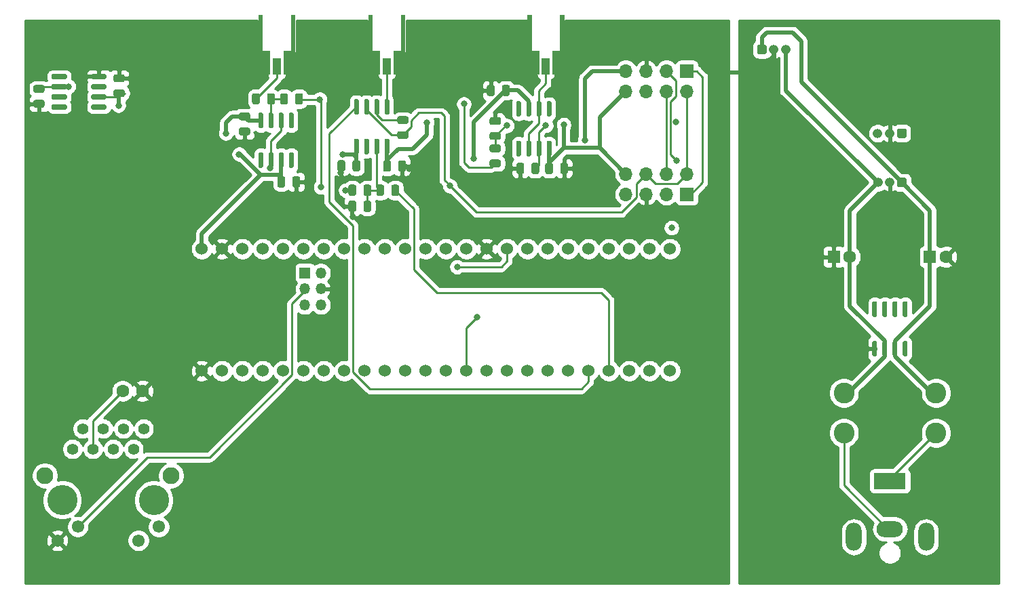
<source format=gtl>
G04 #@! TF.GenerationSoftware,KiCad,Pcbnew,(5.1.6-0-10_14)*
G04 #@! TF.CreationDate,2020-09-24T14:27:35+09:00*
G04 #@! TF.ProjectId,teabiscuits_compute,74656162-6973-4637-9569-74735f636f6d,rev?*
G04 #@! TF.SameCoordinates,Original*
G04 #@! TF.FileFunction,Copper,L1,Top*
G04 #@! TF.FilePolarity,Positive*
%FSLAX46Y46*%
G04 Gerber Fmt 4.6, Leading zero omitted, Abs format (unit mm)*
G04 Created by KiCad (PCBNEW (5.1.6-0-10_14)) date 2020-09-24 14:27:35*
%MOMM*%
%LPD*%
G01*
G04 APERTURE LIST*
G04 #@! TA.AperFunction,ComponentPad*
%ADD10O,1.700000X1.700000*%
G04 #@! TD*
G04 #@! TA.AperFunction,ComponentPad*
%ADD11R,1.700000X1.700000*%
G04 #@! TD*
G04 #@! TA.AperFunction,ComponentPad*
%ADD12C,1.524000*%
G04 #@! TD*
G04 #@! TA.AperFunction,ComponentPad*
%ADD13O,1.200000X1.200000*%
G04 #@! TD*
G04 #@! TA.AperFunction,ComponentPad*
%ADD14R,1.600000X1.600000*%
G04 #@! TD*
G04 #@! TA.AperFunction,ComponentPad*
%ADD15C,1.600000*%
G04 #@! TD*
G04 #@! TA.AperFunction,ComponentPad*
%ADD16R,4.000000X2.000000*%
G04 #@! TD*
G04 #@! TA.AperFunction,ComponentPad*
%ADD17O,3.300000X2.000000*%
G04 #@! TD*
G04 #@! TA.AperFunction,ComponentPad*
%ADD18O,2.000000X3.500000*%
G04 #@! TD*
G04 #@! TA.AperFunction,ComponentPad*
%ADD19C,1.397000*%
G04 #@! TD*
G04 #@! TA.AperFunction,ComponentPad*
%ADD20C,1.549400*%
G04 #@! TD*
G04 #@! TA.AperFunction,ComponentPad*
%ADD21C,3.759200*%
G04 #@! TD*
G04 #@! TA.AperFunction,ComponentPad*
%ADD22C,2.108200*%
G04 #@! TD*
G04 #@! TA.AperFunction,SMDPad,CuDef*
%ADD23R,1.100000X2.100000*%
G04 #@! TD*
G04 #@! TA.AperFunction,SMDPad,CuDef*
%ADD24C,0.100000*%
G04 #@! TD*
G04 #@! TA.AperFunction,ComponentPad*
%ADD25C,2.600000*%
G04 #@! TD*
G04 #@! TA.AperFunction,ComponentPad*
%ADD26R,1.350000X1.350000*%
G04 #@! TD*
G04 #@! TA.AperFunction,ComponentPad*
%ADD27O,1.350000X1.350000*%
G04 #@! TD*
G04 #@! TA.AperFunction,ViaPad*
%ADD28C,0.800000*%
G04 #@! TD*
G04 #@! TA.AperFunction,ViaPad*
%ADD29C,2.200000*%
G04 #@! TD*
G04 #@! TA.AperFunction,Conductor*
%ADD30C,0.250000*%
G04 #@! TD*
G04 #@! TA.AperFunction,Conductor*
%ADD31C,0.500000*%
G04 #@! TD*
G04 #@! TA.AperFunction,Conductor*
%ADD32C,0.254000*%
G04 #@! TD*
G04 APERTURE END LIST*
D10*
X168040000Y-107330000D03*
X168040000Y-104790000D03*
X170580000Y-107330000D03*
X170580000Y-104790000D03*
X173120000Y-107330000D03*
X173120000Y-104790000D03*
X175660000Y-107330000D03*
D11*
X175660000Y-104790000D03*
G04 #@! TA.AperFunction,SMDPad,CuDef*
G36*
G01*
X105281250Y-106175000D02*
X104368750Y-106175000D01*
G75*
G02*
X104125000Y-105931250I0J243750D01*
G01*
X104125000Y-105443750D01*
G75*
G02*
X104368750Y-105200000I243750J0D01*
G01*
X105281250Y-105200000D01*
G75*
G02*
X105525000Y-105443750I0J-243750D01*
G01*
X105525000Y-105931250D01*
G75*
G02*
X105281250Y-106175000I-243750J0D01*
G01*
G37*
G04 #@! TD.AperFunction*
G04 #@! TA.AperFunction,SMDPad,CuDef*
G36*
G01*
X105281250Y-108050000D02*
X104368750Y-108050000D01*
G75*
G02*
X104125000Y-107806250I0J243750D01*
G01*
X104125000Y-107318750D01*
G75*
G02*
X104368750Y-107075000I243750J0D01*
G01*
X105281250Y-107075000D01*
G75*
G02*
X105525000Y-107318750I0J-243750D01*
G01*
X105525000Y-107806250D01*
G75*
G02*
X105281250Y-108050000I-243750J0D01*
G01*
G37*
G04 #@! TD.AperFunction*
D12*
X115130000Y-142240000D03*
X117670000Y-142240000D03*
X120210000Y-142240000D03*
X122750000Y-142240000D03*
X125290000Y-142240000D03*
X127830000Y-142240000D03*
X130370000Y-142240000D03*
X132910000Y-142240000D03*
X135450000Y-142240000D03*
X137990000Y-142240000D03*
X140530000Y-142240000D03*
X143070000Y-142240000D03*
X145610000Y-142240000D03*
X148150000Y-142240000D03*
X150690000Y-142240000D03*
X153230000Y-142240000D03*
X155770000Y-142240000D03*
X158310000Y-142240000D03*
X160850000Y-142240000D03*
X163390000Y-142240000D03*
X165930000Y-142240000D03*
X168470000Y-142240000D03*
X171010000Y-142240000D03*
X173550000Y-142240000D03*
X153230000Y-127000000D03*
X127830000Y-127000000D03*
X135450000Y-127000000D03*
X130370000Y-127000000D03*
X115130000Y-127000000D03*
X140530000Y-127000000D03*
X160850000Y-127000000D03*
X148150000Y-127000000D03*
X171010000Y-127000000D03*
X173550000Y-127000000D03*
X137990000Y-127000000D03*
X165930000Y-127000000D03*
X163390000Y-127000000D03*
X155770000Y-127000000D03*
X125290000Y-127000000D03*
X132910000Y-127000000D03*
X122750000Y-127000000D03*
X143070000Y-127000000D03*
X117670000Y-127000000D03*
X158310000Y-127000000D03*
X145610000Y-127000000D03*
X150690000Y-127000000D03*
X168470000Y-127000000D03*
X120210000Y-127000000D03*
G04 #@! TA.AperFunction,SMDPad,CuDef*
G36*
G01*
X98325000Y-109130000D02*
X98325000Y-109430000D01*
G75*
G02*
X98175000Y-109580000I-150000J0D01*
G01*
X96525000Y-109580000D01*
G75*
G02*
X96375000Y-109430000I0J150000D01*
G01*
X96375000Y-109130000D01*
G75*
G02*
X96525000Y-108980000I150000J0D01*
G01*
X98175000Y-108980000D01*
G75*
G02*
X98325000Y-109130000I0J-150000D01*
G01*
G37*
G04 #@! TD.AperFunction*
G04 #@! TA.AperFunction,SMDPad,CuDef*
G36*
G01*
X98325000Y-107860000D02*
X98325000Y-108160000D01*
G75*
G02*
X98175000Y-108310000I-150000J0D01*
G01*
X96525000Y-108310000D01*
G75*
G02*
X96375000Y-108160000I0J150000D01*
G01*
X96375000Y-107860000D01*
G75*
G02*
X96525000Y-107710000I150000J0D01*
G01*
X98175000Y-107710000D01*
G75*
G02*
X98325000Y-107860000I0J-150000D01*
G01*
G37*
G04 #@! TD.AperFunction*
G04 #@! TA.AperFunction,SMDPad,CuDef*
G36*
G01*
X98325000Y-106590000D02*
X98325000Y-106890000D01*
G75*
G02*
X98175000Y-107040000I-150000J0D01*
G01*
X96525000Y-107040000D01*
G75*
G02*
X96375000Y-106890000I0J150000D01*
G01*
X96375000Y-106590000D01*
G75*
G02*
X96525000Y-106440000I150000J0D01*
G01*
X98175000Y-106440000D01*
G75*
G02*
X98325000Y-106590000I0J-150000D01*
G01*
G37*
G04 #@! TD.AperFunction*
G04 #@! TA.AperFunction,SMDPad,CuDef*
G36*
G01*
X98325000Y-105320000D02*
X98325000Y-105620000D01*
G75*
G02*
X98175000Y-105770000I-150000J0D01*
G01*
X96525000Y-105770000D01*
G75*
G02*
X96375000Y-105620000I0J150000D01*
G01*
X96375000Y-105320000D01*
G75*
G02*
X96525000Y-105170000I150000J0D01*
G01*
X98175000Y-105170000D01*
G75*
G02*
X98325000Y-105320000I0J-150000D01*
G01*
G37*
G04 #@! TD.AperFunction*
G04 #@! TA.AperFunction,SMDPad,CuDef*
G36*
G01*
X103275000Y-105320000D02*
X103275000Y-105620000D01*
G75*
G02*
X103125000Y-105770000I-150000J0D01*
G01*
X101475000Y-105770000D01*
G75*
G02*
X101325000Y-105620000I0J150000D01*
G01*
X101325000Y-105320000D01*
G75*
G02*
X101475000Y-105170000I150000J0D01*
G01*
X103125000Y-105170000D01*
G75*
G02*
X103275000Y-105320000I0J-150000D01*
G01*
G37*
G04 #@! TD.AperFunction*
G04 #@! TA.AperFunction,SMDPad,CuDef*
G36*
G01*
X103275000Y-106590000D02*
X103275000Y-106890000D01*
G75*
G02*
X103125000Y-107040000I-150000J0D01*
G01*
X101475000Y-107040000D01*
G75*
G02*
X101325000Y-106890000I0J150000D01*
G01*
X101325000Y-106590000D01*
G75*
G02*
X101475000Y-106440000I150000J0D01*
G01*
X103125000Y-106440000D01*
G75*
G02*
X103275000Y-106590000I0J-150000D01*
G01*
G37*
G04 #@! TD.AperFunction*
G04 #@! TA.AperFunction,SMDPad,CuDef*
G36*
G01*
X103275000Y-107860000D02*
X103275000Y-108160000D01*
G75*
G02*
X103125000Y-108310000I-150000J0D01*
G01*
X101475000Y-108310000D01*
G75*
G02*
X101325000Y-108160000I0J150000D01*
G01*
X101325000Y-107860000D01*
G75*
G02*
X101475000Y-107710000I150000J0D01*
G01*
X103125000Y-107710000D01*
G75*
G02*
X103275000Y-107860000I0J-150000D01*
G01*
G37*
G04 #@! TD.AperFunction*
G04 #@! TA.AperFunction,SMDPad,CuDef*
G36*
G01*
X103275000Y-109130000D02*
X103275000Y-109430000D01*
G75*
G02*
X103125000Y-109580000I-150000J0D01*
G01*
X101475000Y-109580000D01*
G75*
G02*
X101325000Y-109430000I0J150000D01*
G01*
X101325000Y-109130000D01*
G75*
G02*
X101475000Y-108980000I150000J0D01*
G01*
X103125000Y-108980000D01*
G75*
G02*
X103275000Y-109130000I0J-150000D01*
G01*
G37*
G04 #@! TD.AperFunction*
G04 #@! TA.AperFunction,SMDPad,CuDef*
G36*
G01*
X94368750Y-108387500D02*
X95281250Y-108387500D01*
G75*
G02*
X95525000Y-108631250I0J-243750D01*
G01*
X95525000Y-109118750D01*
G75*
G02*
X95281250Y-109362500I-243750J0D01*
G01*
X94368750Y-109362500D01*
G75*
G02*
X94125000Y-109118750I0J243750D01*
G01*
X94125000Y-108631250D01*
G75*
G02*
X94368750Y-108387500I243750J0D01*
G01*
G37*
G04 #@! TD.AperFunction*
G04 #@! TA.AperFunction,SMDPad,CuDef*
G36*
G01*
X94368750Y-106512500D02*
X95281250Y-106512500D01*
G75*
G02*
X95525000Y-106756250I0J-243750D01*
G01*
X95525000Y-107243750D01*
G75*
G02*
X95281250Y-107487500I-243750J0D01*
G01*
X94368750Y-107487500D01*
G75*
G02*
X94125000Y-107243750I0J243750D01*
G01*
X94125000Y-106756250D01*
G75*
G02*
X94368750Y-106512500I243750J0D01*
G01*
G37*
G04 #@! TD.AperFunction*
D13*
X199475000Y-112550000D03*
X200975000Y-112550000D03*
G04 #@! TA.AperFunction,ComponentPad*
G36*
G01*
X203075000Y-112126400D02*
X203075000Y-112973600D01*
G75*
G02*
X202898600Y-113150000I-176400J0D01*
G01*
X202051400Y-113150000D01*
G75*
G02*
X201875000Y-112973600I0J176400D01*
G01*
X201875000Y-112126400D01*
G75*
G02*
X202051400Y-111950000I176400J0D01*
G01*
X202898600Y-111950000D01*
G75*
G02*
X203075000Y-112126400I0J-176400D01*
G01*
G37*
G04 #@! TD.AperFunction*
G04 #@! TA.AperFunction,SMDPad,CuDef*
G36*
G01*
X157237500Y-116493750D02*
X157237500Y-117406250D01*
G75*
G02*
X156993750Y-117650000I-243750J0D01*
G01*
X156506250Y-117650000D01*
G75*
G02*
X156262500Y-117406250I0J243750D01*
G01*
X156262500Y-116493750D01*
G75*
G02*
X156506250Y-116250000I243750J0D01*
G01*
X156993750Y-116250000D01*
G75*
G02*
X157237500Y-116493750I0J-243750D01*
G01*
G37*
G04 #@! TD.AperFunction*
G04 #@! TA.AperFunction,SMDPad,CuDef*
G36*
G01*
X155362500Y-116493750D02*
X155362500Y-117406250D01*
G75*
G02*
X155118750Y-117650000I-243750J0D01*
G01*
X154631250Y-117650000D01*
G75*
G02*
X154387500Y-117406250I0J243750D01*
G01*
X154387500Y-116493750D01*
G75*
G02*
X154631250Y-116250000I243750J0D01*
G01*
X155118750Y-116250000D01*
G75*
G02*
X155362500Y-116493750I0J-243750D01*
G01*
G37*
G04 #@! TD.AperFunction*
G04 #@! TA.AperFunction,SMDPad,CuDef*
G36*
G01*
X157987500Y-117406250D02*
X157987500Y-116493750D01*
G75*
G02*
X158231250Y-116250000I243750J0D01*
G01*
X158718750Y-116250000D01*
G75*
G02*
X158962500Y-116493750I0J-243750D01*
G01*
X158962500Y-117406250D01*
G75*
G02*
X158718750Y-117650000I-243750J0D01*
G01*
X158231250Y-117650000D01*
G75*
G02*
X157987500Y-117406250I0J243750D01*
G01*
G37*
G04 #@! TD.AperFunction*
G04 #@! TA.AperFunction,SMDPad,CuDef*
G36*
G01*
X159862500Y-117406250D02*
X159862500Y-116493750D01*
G75*
G02*
X160106250Y-116250000I243750J0D01*
G01*
X160593750Y-116250000D01*
G75*
G02*
X160837500Y-116493750I0J-243750D01*
G01*
X160837500Y-117406250D01*
G75*
G02*
X160593750Y-117650000I-243750J0D01*
G01*
X160106250Y-117650000D01*
G75*
G02*
X159862500Y-117406250I0J243750D01*
G01*
G37*
G04 #@! TD.AperFunction*
G04 #@! TA.AperFunction,SMDPad,CuDef*
G36*
G01*
X151687500Y-106743750D02*
X151687500Y-107656250D01*
G75*
G02*
X151443750Y-107900000I-243750J0D01*
G01*
X150956250Y-107900000D01*
G75*
G02*
X150712500Y-107656250I0J243750D01*
G01*
X150712500Y-106743750D01*
G75*
G02*
X150956250Y-106500000I243750J0D01*
G01*
X151443750Y-106500000D01*
G75*
G02*
X151687500Y-106743750I0J-243750D01*
G01*
G37*
G04 #@! TD.AperFunction*
G04 #@! TA.AperFunction,SMDPad,CuDef*
G36*
G01*
X153562500Y-106743750D02*
X153562500Y-107656250D01*
G75*
G02*
X153318750Y-107900000I-243750J0D01*
G01*
X152831250Y-107900000D01*
G75*
G02*
X152587500Y-107656250I0J243750D01*
G01*
X152587500Y-106743750D01*
G75*
G02*
X152831250Y-106500000I243750J0D01*
G01*
X153318750Y-106500000D01*
G75*
G02*
X153562500Y-106743750I0J-243750D01*
G01*
G37*
G04 #@! TD.AperFunction*
G04 #@! TA.AperFunction,SMDPad,CuDef*
G36*
G01*
X120018750Y-109962500D02*
X120931250Y-109962500D01*
G75*
G02*
X121175000Y-110206250I0J-243750D01*
G01*
X121175000Y-110693750D01*
G75*
G02*
X120931250Y-110937500I-243750J0D01*
G01*
X120018750Y-110937500D01*
G75*
G02*
X119775000Y-110693750I0J243750D01*
G01*
X119775000Y-110206250D01*
G75*
G02*
X120018750Y-109962500I243750J0D01*
G01*
G37*
G04 #@! TD.AperFunction*
G04 #@! TA.AperFunction,SMDPad,CuDef*
G36*
G01*
X120018750Y-111837500D02*
X120931250Y-111837500D01*
G75*
G02*
X121175000Y-112081250I0J-243750D01*
G01*
X121175000Y-112568750D01*
G75*
G02*
X120931250Y-112812500I-243750J0D01*
G01*
X120018750Y-112812500D01*
G75*
G02*
X119775000Y-112568750I0J243750D01*
G01*
X119775000Y-112081250D01*
G75*
G02*
X120018750Y-111837500I243750J0D01*
G01*
G37*
G04 #@! TD.AperFunction*
G04 #@! TA.AperFunction,SMDPad,CuDef*
G36*
G01*
X126437500Y-119081250D02*
X126437500Y-118168750D01*
G75*
G02*
X126681250Y-117925000I243750J0D01*
G01*
X127168750Y-117925000D01*
G75*
G02*
X127412500Y-118168750I0J-243750D01*
G01*
X127412500Y-119081250D01*
G75*
G02*
X127168750Y-119325000I-243750J0D01*
G01*
X126681250Y-119325000D01*
G75*
G02*
X126437500Y-119081250I0J243750D01*
G01*
G37*
G04 #@! TD.AperFunction*
G04 #@! TA.AperFunction,SMDPad,CuDef*
G36*
G01*
X124562500Y-119081250D02*
X124562500Y-118168750D01*
G75*
G02*
X124806250Y-117925000I243750J0D01*
G01*
X125293750Y-117925000D01*
G75*
G02*
X125537500Y-118168750I0J-243750D01*
G01*
X125537500Y-119081250D01*
G75*
G02*
X125293750Y-119325000I-243750J0D01*
G01*
X124806250Y-119325000D01*
G75*
G02*
X124562500Y-119081250I0J243750D01*
G01*
G37*
G04 #@! TD.AperFunction*
D14*
X206000000Y-128000000D03*
D15*
X208000000Y-128000000D03*
X196000000Y-128000000D03*
D14*
X194000000Y-128000000D03*
D15*
X107750000Y-144750000D03*
X105250000Y-144750000D03*
G04 #@! TA.AperFunction,SMDPad,CuDef*
G36*
G01*
X134412500Y-121218750D02*
X134412500Y-122131250D01*
G75*
G02*
X134168750Y-122375000I-243750J0D01*
G01*
X133681250Y-122375000D01*
G75*
G02*
X133437500Y-122131250I0J243750D01*
G01*
X133437500Y-121218750D01*
G75*
G02*
X133681250Y-120975000I243750J0D01*
G01*
X134168750Y-120975000D01*
G75*
G02*
X134412500Y-121218750I0J-243750D01*
G01*
G37*
G04 #@! TD.AperFunction*
G04 #@! TA.AperFunction,SMDPad,CuDef*
G36*
G01*
X136287500Y-121218750D02*
X136287500Y-122131250D01*
G75*
G02*
X136043750Y-122375000I-243750J0D01*
G01*
X135556250Y-122375000D01*
G75*
G02*
X135312500Y-122131250I0J243750D01*
G01*
X135312500Y-121218750D01*
G75*
G02*
X135556250Y-120975000I243750J0D01*
G01*
X136043750Y-120975000D01*
G75*
G02*
X136287500Y-121218750I0J-243750D01*
G01*
G37*
G04 #@! TD.AperFunction*
G04 #@! TA.AperFunction,SMDPad,CuDef*
G36*
G01*
X139637500Y-117106250D02*
X139637500Y-116193750D01*
G75*
G02*
X139881250Y-115950000I243750J0D01*
G01*
X140368750Y-115950000D01*
G75*
G02*
X140612500Y-116193750I0J-243750D01*
G01*
X140612500Y-117106250D01*
G75*
G02*
X140368750Y-117350000I-243750J0D01*
G01*
X139881250Y-117350000D01*
G75*
G02*
X139637500Y-117106250I0J243750D01*
G01*
G37*
G04 #@! TD.AperFunction*
G04 #@! TA.AperFunction,SMDPad,CuDef*
G36*
G01*
X137762500Y-117106250D02*
X137762500Y-116193750D01*
G75*
G02*
X138006250Y-115950000I243750J0D01*
G01*
X138493750Y-115950000D01*
G75*
G02*
X138737500Y-116193750I0J-243750D01*
G01*
X138737500Y-117106250D01*
G75*
G02*
X138493750Y-117350000I-243750J0D01*
G01*
X138006250Y-117350000D01*
G75*
G02*
X137762500Y-117106250I0J243750D01*
G01*
G37*
G04 #@! TD.AperFunction*
G04 #@! TA.AperFunction,SMDPad,CuDef*
G36*
G01*
X134912500Y-116168750D02*
X134912500Y-117081250D01*
G75*
G02*
X134668750Y-117325000I-243750J0D01*
G01*
X134181250Y-117325000D01*
G75*
G02*
X133937500Y-117081250I0J243750D01*
G01*
X133937500Y-116168750D01*
G75*
G02*
X134181250Y-115925000I243750J0D01*
G01*
X134668750Y-115925000D01*
G75*
G02*
X134912500Y-116168750I0J-243750D01*
G01*
G37*
G04 #@! TD.AperFunction*
G04 #@! TA.AperFunction,SMDPad,CuDef*
G36*
G01*
X133037500Y-116168750D02*
X133037500Y-117081250D01*
G75*
G02*
X132793750Y-117325000I-243750J0D01*
G01*
X132306250Y-117325000D01*
G75*
G02*
X132062500Y-117081250I0J243750D01*
G01*
X132062500Y-116168750D01*
G75*
G02*
X132306250Y-115925000I243750J0D01*
G01*
X132793750Y-115925000D01*
G75*
G02*
X133037500Y-116168750I0J-243750D01*
G01*
G37*
G04 #@! TD.AperFunction*
G04 #@! TA.AperFunction,SMDPad,CuDef*
G36*
G01*
X139768750Y-110412500D02*
X140681250Y-110412500D01*
G75*
G02*
X140925000Y-110656250I0J-243750D01*
G01*
X140925000Y-111143750D01*
G75*
G02*
X140681250Y-111387500I-243750J0D01*
G01*
X139768750Y-111387500D01*
G75*
G02*
X139525000Y-111143750I0J243750D01*
G01*
X139525000Y-110656250D01*
G75*
G02*
X139768750Y-110412500I243750J0D01*
G01*
G37*
G04 #@! TD.AperFunction*
G04 #@! TA.AperFunction,SMDPad,CuDef*
G36*
G01*
X139768750Y-112287500D02*
X140681250Y-112287500D01*
G75*
G02*
X140925000Y-112531250I0J-243750D01*
G01*
X140925000Y-113018750D01*
G75*
G02*
X140681250Y-113262500I-243750J0D01*
G01*
X139768750Y-113262500D01*
G75*
G02*
X139525000Y-113018750I0J243750D01*
G01*
X139525000Y-112531250D01*
G75*
G02*
X139768750Y-112287500I243750J0D01*
G01*
G37*
G04 #@! TD.AperFunction*
D16*
X201000000Y-156000000D03*
D17*
X201000000Y-162000000D03*
D18*
X196500000Y-163000000D03*
X205500000Y-163000000D03*
D11*
X175660000Y-120180000D03*
D10*
X175660000Y-117640000D03*
X173120000Y-120180000D03*
X173120000Y-117640000D03*
X170580000Y-120180000D03*
X170580000Y-117640000D03*
X168040000Y-120180000D03*
X168040000Y-117640000D03*
D13*
X188025000Y-102075000D03*
X186525000Y-102075000D03*
G04 #@! TA.AperFunction,ComponentPad*
G36*
G01*
X184425000Y-102498600D02*
X184425000Y-101651400D01*
G75*
G02*
X184601400Y-101475000I176400J0D01*
G01*
X185448600Y-101475000D01*
G75*
G02*
X185625000Y-101651400I0J-176400D01*
G01*
X185625000Y-102498600D01*
G75*
G02*
X185448600Y-102675000I-176400J0D01*
G01*
X184601400Y-102675000D01*
G75*
G02*
X184425000Y-102498600I0J176400D01*
G01*
G37*
G04 #@! TD.AperFunction*
D19*
X100270000Y-149460000D03*
X102810000Y-149460000D03*
X105350000Y-149460000D03*
X107890000Y-149460000D03*
X99000000Y-152000000D03*
X101540000Y-152000000D03*
X104080000Y-152000000D03*
X106620000Y-152000000D03*
D20*
X97120000Y-163450000D03*
X99660000Y-161730000D03*
X107230000Y-163430000D03*
X109770000Y-161730000D03*
D21*
X97730000Y-158370000D03*
X109160000Y-158370000D03*
D22*
X95570002Y-155320000D03*
X111319998Y-155320000D03*
D23*
X158075000Y-104200000D03*
G04 #@! TA.AperFunction,SMDPad,CuDef*
D24*
G36*
X158895000Y-105250000D02*
G01*
X158895000Y-102250000D01*
X159825000Y-102250000D01*
X159825000Y-97750000D01*
X160375000Y-97750000D01*
X160375000Y-105250000D01*
X158895000Y-105250000D01*
G37*
G04 #@! TD.AperFunction*
G04 #@! TA.AperFunction,SMDPad,CuDef*
G36*
X155775000Y-105250000D02*
G01*
X155775000Y-97750000D01*
X156325000Y-97750000D01*
X156325000Y-102250000D01*
X157255000Y-102250000D01*
X157255000Y-105250000D01*
X155775000Y-105250000D01*
G37*
G04 #@! TD.AperFunction*
G04 #@! TA.AperFunction,SMDPad,CuDef*
G36*
X122200000Y-105250000D02*
G01*
X122200000Y-97750000D01*
X122750000Y-97750000D01*
X122750000Y-102250000D01*
X123680000Y-102250000D01*
X123680000Y-105250000D01*
X122200000Y-105250000D01*
G37*
G04 #@! TD.AperFunction*
G04 #@! TA.AperFunction,SMDPad,CuDef*
G36*
X125320000Y-105250000D02*
G01*
X125320000Y-102250000D01*
X126250000Y-102250000D01*
X126250000Y-97750000D01*
X126800000Y-97750000D01*
X126800000Y-105250000D01*
X125320000Y-105250000D01*
G37*
G04 #@! TD.AperFunction*
D23*
X124500000Y-104200000D03*
D25*
X206750000Y-145000000D03*
X206750000Y-150000000D03*
X195250000Y-150000000D03*
X195250000Y-145000000D03*
G04 #@! TA.AperFunction,SMDPad,CuDef*
G36*
G01*
X152206250Y-116812500D02*
X151293750Y-116812500D01*
G75*
G02*
X151050000Y-116568750I0J243750D01*
G01*
X151050000Y-116081250D01*
G75*
G02*
X151293750Y-115837500I243750J0D01*
G01*
X152206250Y-115837500D01*
G75*
G02*
X152450000Y-116081250I0J-243750D01*
G01*
X152450000Y-116568750D01*
G75*
G02*
X152206250Y-116812500I-243750J0D01*
G01*
G37*
G04 #@! TD.AperFunction*
G04 #@! TA.AperFunction,SMDPad,CuDef*
G36*
G01*
X152206250Y-114937500D02*
X151293750Y-114937500D01*
G75*
G02*
X151050000Y-114693750I0J243750D01*
G01*
X151050000Y-114206250D01*
G75*
G02*
X151293750Y-113962500I243750J0D01*
G01*
X152206250Y-113962500D01*
G75*
G02*
X152450000Y-114206250I0J-243750D01*
G01*
X152450000Y-114693750D01*
G75*
G02*
X152206250Y-114937500I-243750J0D01*
G01*
G37*
G04 #@! TD.AperFunction*
G04 #@! TA.AperFunction,SMDPad,CuDef*
G36*
G01*
X152206250Y-111512500D02*
X151293750Y-111512500D01*
G75*
G02*
X151050000Y-111268750I0J243750D01*
G01*
X151050000Y-110781250D01*
G75*
G02*
X151293750Y-110537500I243750J0D01*
G01*
X152206250Y-110537500D01*
G75*
G02*
X152450000Y-110781250I0J-243750D01*
G01*
X152450000Y-111268750D01*
G75*
G02*
X152206250Y-111512500I-243750J0D01*
G01*
G37*
G04 #@! TD.AperFunction*
G04 #@! TA.AperFunction,SMDPad,CuDef*
G36*
G01*
X152206250Y-113387500D02*
X151293750Y-113387500D01*
G75*
G02*
X151050000Y-113143750I0J243750D01*
G01*
X151050000Y-112656250D01*
G75*
G02*
X151293750Y-112412500I243750J0D01*
G01*
X152206250Y-112412500D01*
G75*
G02*
X152450000Y-112656250I0J-243750D01*
G01*
X152450000Y-113143750D01*
G75*
G02*
X152206250Y-113387500I-243750J0D01*
G01*
G37*
G04 #@! TD.AperFunction*
G04 #@! TA.AperFunction,SMDPad,CuDef*
G36*
G01*
X123287500Y-108706250D02*
X123287500Y-107793750D01*
G75*
G02*
X123531250Y-107550000I243750J0D01*
G01*
X124018750Y-107550000D01*
G75*
G02*
X124262500Y-107793750I0J-243750D01*
G01*
X124262500Y-108706250D01*
G75*
G02*
X124018750Y-108950000I-243750J0D01*
G01*
X123531250Y-108950000D01*
G75*
G02*
X123287500Y-108706250I0J243750D01*
G01*
G37*
G04 #@! TD.AperFunction*
G04 #@! TA.AperFunction,SMDPad,CuDef*
G36*
G01*
X121412500Y-108706250D02*
X121412500Y-107793750D01*
G75*
G02*
X121656250Y-107550000I243750J0D01*
G01*
X122143750Y-107550000D01*
G75*
G02*
X122387500Y-107793750I0J-243750D01*
G01*
X122387500Y-108706250D01*
G75*
G02*
X122143750Y-108950000I-243750J0D01*
G01*
X121656250Y-108950000D01*
G75*
G02*
X121412500Y-108706250I0J243750D01*
G01*
G37*
G04 #@! TD.AperFunction*
G04 #@! TA.AperFunction,SMDPad,CuDef*
G36*
G01*
X134412500Y-119218750D02*
X134412500Y-120131250D01*
G75*
G02*
X134168750Y-120375000I-243750J0D01*
G01*
X133681250Y-120375000D01*
G75*
G02*
X133437500Y-120131250I0J243750D01*
G01*
X133437500Y-119218750D01*
G75*
G02*
X133681250Y-118975000I243750J0D01*
G01*
X134168750Y-118975000D01*
G75*
G02*
X134412500Y-119218750I0J-243750D01*
G01*
G37*
G04 #@! TD.AperFunction*
G04 #@! TA.AperFunction,SMDPad,CuDef*
G36*
G01*
X136287500Y-119218750D02*
X136287500Y-120131250D01*
G75*
G02*
X136043750Y-120375000I-243750J0D01*
G01*
X135556250Y-120375000D01*
G75*
G02*
X135312500Y-120131250I0J243750D01*
G01*
X135312500Y-119218750D01*
G75*
G02*
X135556250Y-118975000I243750J0D01*
G01*
X136043750Y-118975000D01*
G75*
G02*
X136287500Y-119218750I0J-243750D01*
G01*
G37*
G04 #@! TD.AperFunction*
G04 #@! TA.AperFunction,SMDPad,CuDef*
G36*
G01*
X136912500Y-120131250D02*
X136912500Y-119218750D01*
G75*
G02*
X137156250Y-118975000I243750J0D01*
G01*
X137643750Y-118975000D01*
G75*
G02*
X137887500Y-119218750I0J-243750D01*
G01*
X137887500Y-120131250D01*
G75*
G02*
X137643750Y-120375000I-243750J0D01*
G01*
X137156250Y-120375000D01*
G75*
G02*
X136912500Y-120131250I0J243750D01*
G01*
G37*
G04 #@! TD.AperFunction*
G04 #@! TA.AperFunction,SMDPad,CuDef*
G36*
G01*
X138787500Y-120131250D02*
X138787500Y-119218750D01*
G75*
G02*
X139031250Y-118975000I243750J0D01*
G01*
X139518750Y-118975000D01*
G75*
G02*
X139762500Y-119218750I0J-243750D01*
G01*
X139762500Y-120131250D01*
G75*
G02*
X139518750Y-120375000I-243750J0D01*
G01*
X139031250Y-120375000D01*
G75*
G02*
X138787500Y-120131250I0J243750D01*
G01*
G37*
G04 #@! TD.AperFunction*
G04 #@! TA.AperFunction,SMDPad,CuDef*
G36*
G01*
X124912500Y-108706250D02*
X124912500Y-107793750D01*
G75*
G02*
X125156250Y-107550000I243750J0D01*
G01*
X125643750Y-107550000D01*
G75*
G02*
X125887500Y-107793750I0J-243750D01*
G01*
X125887500Y-108706250D01*
G75*
G02*
X125643750Y-108950000I-243750J0D01*
G01*
X125156250Y-108950000D01*
G75*
G02*
X124912500Y-108706250I0J243750D01*
G01*
G37*
G04 #@! TD.AperFunction*
G04 #@! TA.AperFunction,SMDPad,CuDef*
G36*
G01*
X126787500Y-108706250D02*
X126787500Y-107793750D01*
G75*
G02*
X127031250Y-107550000I243750J0D01*
G01*
X127518750Y-107550000D01*
G75*
G02*
X127762500Y-107793750I0J-243750D01*
G01*
X127762500Y-108706250D01*
G75*
G02*
X127518750Y-108950000I-243750J0D01*
G01*
X127031250Y-108950000D01*
G75*
G02*
X126787500Y-108706250I0J243750D01*
G01*
G37*
G04 #@! TD.AperFunction*
G04 #@! TA.AperFunction,SMDPad,CuDef*
G36*
G01*
X154810000Y-110475000D02*
X154510000Y-110475000D01*
G75*
G02*
X154360000Y-110325000I0J150000D01*
G01*
X154360000Y-108675000D01*
G75*
G02*
X154510000Y-108525000I150000J0D01*
G01*
X154810000Y-108525000D01*
G75*
G02*
X154960000Y-108675000I0J-150000D01*
G01*
X154960000Y-110325000D01*
G75*
G02*
X154810000Y-110475000I-150000J0D01*
G01*
G37*
G04 #@! TD.AperFunction*
G04 #@! TA.AperFunction,SMDPad,CuDef*
G36*
G01*
X156080000Y-110475000D02*
X155780000Y-110475000D01*
G75*
G02*
X155630000Y-110325000I0J150000D01*
G01*
X155630000Y-108675000D01*
G75*
G02*
X155780000Y-108525000I150000J0D01*
G01*
X156080000Y-108525000D01*
G75*
G02*
X156230000Y-108675000I0J-150000D01*
G01*
X156230000Y-110325000D01*
G75*
G02*
X156080000Y-110475000I-150000J0D01*
G01*
G37*
G04 #@! TD.AperFunction*
G04 #@! TA.AperFunction,SMDPad,CuDef*
G36*
G01*
X157350000Y-110475000D02*
X157050000Y-110475000D01*
G75*
G02*
X156900000Y-110325000I0J150000D01*
G01*
X156900000Y-108675000D01*
G75*
G02*
X157050000Y-108525000I150000J0D01*
G01*
X157350000Y-108525000D01*
G75*
G02*
X157500000Y-108675000I0J-150000D01*
G01*
X157500000Y-110325000D01*
G75*
G02*
X157350000Y-110475000I-150000J0D01*
G01*
G37*
G04 #@! TD.AperFunction*
G04 #@! TA.AperFunction,SMDPad,CuDef*
G36*
G01*
X158620000Y-110475000D02*
X158320000Y-110475000D01*
G75*
G02*
X158170000Y-110325000I0J150000D01*
G01*
X158170000Y-108675000D01*
G75*
G02*
X158320000Y-108525000I150000J0D01*
G01*
X158620000Y-108525000D01*
G75*
G02*
X158770000Y-108675000I0J-150000D01*
G01*
X158770000Y-110325000D01*
G75*
G02*
X158620000Y-110475000I-150000J0D01*
G01*
G37*
G04 #@! TD.AperFunction*
G04 #@! TA.AperFunction,SMDPad,CuDef*
G36*
G01*
X158620000Y-115425000D02*
X158320000Y-115425000D01*
G75*
G02*
X158170000Y-115275000I0J150000D01*
G01*
X158170000Y-113625000D01*
G75*
G02*
X158320000Y-113475000I150000J0D01*
G01*
X158620000Y-113475000D01*
G75*
G02*
X158770000Y-113625000I0J-150000D01*
G01*
X158770000Y-115275000D01*
G75*
G02*
X158620000Y-115425000I-150000J0D01*
G01*
G37*
G04 #@! TD.AperFunction*
G04 #@! TA.AperFunction,SMDPad,CuDef*
G36*
G01*
X157350000Y-115425000D02*
X157050000Y-115425000D01*
G75*
G02*
X156900000Y-115275000I0J150000D01*
G01*
X156900000Y-113625000D01*
G75*
G02*
X157050000Y-113475000I150000J0D01*
G01*
X157350000Y-113475000D01*
G75*
G02*
X157500000Y-113625000I0J-150000D01*
G01*
X157500000Y-115275000D01*
G75*
G02*
X157350000Y-115425000I-150000J0D01*
G01*
G37*
G04 #@! TD.AperFunction*
G04 #@! TA.AperFunction,SMDPad,CuDef*
G36*
G01*
X156080000Y-115425000D02*
X155780000Y-115425000D01*
G75*
G02*
X155630000Y-115275000I0J150000D01*
G01*
X155630000Y-113625000D01*
G75*
G02*
X155780000Y-113475000I150000J0D01*
G01*
X156080000Y-113475000D01*
G75*
G02*
X156230000Y-113625000I0J-150000D01*
G01*
X156230000Y-115275000D01*
G75*
G02*
X156080000Y-115425000I-150000J0D01*
G01*
G37*
G04 #@! TD.AperFunction*
G04 #@! TA.AperFunction,SMDPad,CuDef*
G36*
G01*
X154810000Y-115425000D02*
X154510000Y-115425000D01*
G75*
G02*
X154360000Y-115275000I0J150000D01*
G01*
X154360000Y-113625000D01*
G75*
G02*
X154510000Y-113475000I150000J0D01*
G01*
X154810000Y-113475000D01*
G75*
G02*
X154960000Y-113625000I0J-150000D01*
G01*
X154960000Y-115275000D01*
G75*
G02*
X154810000Y-115425000I-150000J0D01*
G01*
G37*
G04 #@! TD.AperFunction*
G04 #@! TA.AperFunction,SMDPad,CuDef*
G36*
G01*
X126165000Y-109975000D02*
X126465000Y-109975000D01*
G75*
G02*
X126615000Y-110125000I0J-150000D01*
G01*
X126615000Y-111775000D01*
G75*
G02*
X126465000Y-111925000I-150000J0D01*
G01*
X126165000Y-111925000D01*
G75*
G02*
X126015000Y-111775000I0J150000D01*
G01*
X126015000Y-110125000D01*
G75*
G02*
X126165000Y-109975000I150000J0D01*
G01*
G37*
G04 #@! TD.AperFunction*
G04 #@! TA.AperFunction,SMDPad,CuDef*
G36*
G01*
X124895000Y-109975000D02*
X125195000Y-109975000D01*
G75*
G02*
X125345000Y-110125000I0J-150000D01*
G01*
X125345000Y-111775000D01*
G75*
G02*
X125195000Y-111925000I-150000J0D01*
G01*
X124895000Y-111925000D01*
G75*
G02*
X124745000Y-111775000I0J150000D01*
G01*
X124745000Y-110125000D01*
G75*
G02*
X124895000Y-109975000I150000J0D01*
G01*
G37*
G04 #@! TD.AperFunction*
G04 #@! TA.AperFunction,SMDPad,CuDef*
G36*
G01*
X123625000Y-109975000D02*
X123925000Y-109975000D01*
G75*
G02*
X124075000Y-110125000I0J-150000D01*
G01*
X124075000Y-111775000D01*
G75*
G02*
X123925000Y-111925000I-150000J0D01*
G01*
X123625000Y-111925000D01*
G75*
G02*
X123475000Y-111775000I0J150000D01*
G01*
X123475000Y-110125000D01*
G75*
G02*
X123625000Y-109975000I150000J0D01*
G01*
G37*
G04 #@! TD.AperFunction*
G04 #@! TA.AperFunction,SMDPad,CuDef*
G36*
G01*
X122355000Y-109975000D02*
X122655000Y-109975000D01*
G75*
G02*
X122805000Y-110125000I0J-150000D01*
G01*
X122805000Y-111775000D01*
G75*
G02*
X122655000Y-111925000I-150000J0D01*
G01*
X122355000Y-111925000D01*
G75*
G02*
X122205000Y-111775000I0J150000D01*
G01*
X122205000Y-110125000D01*
G75*
G02*
X122355000Y-109975000I150000J0D01*
G01*
G37*
G04 #@! TD.AperFunction*
G04 #@! TA.AperFunction,SMDPad,CuDef*
G36*
G01*
X122355000Y-114925000D02*
X122655000Y-114925000D01*
G75*
G02*
X122805000Y-115075000I0J-150000D01*
G01*
X122805000Y-116725000D01*
G75*
G02*
X122655000Y-116875000I-150000J0D01*
G01*
X122355000Y-116875000D01*
G75*
G02*
X122205000Y-116725000I0J150000D01*
G01*
X122205000Y-115075000D01*
G75*
G02*
X122355000Y-114925000I150000J0D01*
G01*
G37*
G04 #@! TD.AperFunction*
G04 #@! TA.AperFunction,SMDPad,CuDef*
G36*
G01*
X123625000Y-114925000D02*
X123925000Y-114925000D01*
G75*
G02*
X124075000Y-115075000I0J-150000D01*
G01*
X124075000Y-116725000D01*
G75*
G02*
X123925000Y-116875000I-150000J0D01*
G01*
X123625000Y-116875000D01*
G75*
G02*
X123475000Y-116725000I0J150000D01*
G01*
X123475000Y-115075000D01*
G75*
G02*
X123625000Y-114925000I150000J0D01*
G01*
G37*
G04 #@! TD.AperFunction*
G04 #@! TA.AperFunction,SMDPad,CuDef*
G36*
G01*
X124895000Y-114925000D02*
X125195000Y-114925000D01*
G75*
G02*
X125345000Y-115075000I0J-150000D01*
G01*
X125345000Y-116725000D01*
G75*
G02*
X125195000Y-116875000I-150000J0D01*
G01*
X124895000Y-116875000D01*
G75*
G02*
X124745000Y-116725000I0J150000D01*
G01*
X124745000Y-115075000D01*
G75*
G02*
X124895000Y-114925000I150000J0D01*
G01*
G37*
G04 #@! TD.AperFunction*
G04 #@! TA.AperFunction,SMDPad,CuDef*
G36*
G01*
X126165000Y-114925000D02*
X126465000Y-114925000D01*
G75*
G02*
X126615000Y-115075000I0J-150000D01*
G01*
X126615000Y-116725000D01*
G75*
G02*
X126465000Y-116875000I-150000J0D01*
G01*
X126165000Y-116875000D01*
G75*
G02*
X126015000Y-116725000I0J150000D01*
G01*
X126015000Y-115075000D01*
G75*
G02*
X126165000Y-114925000I150000J0D01*
G01*
G37*
G04 #@! TD.AperFunction*
G04 #@! TA.AperFunction,SMDPad,CuDef*
G36*
G01*
X199245000Y-140450000D02*
X198945000Y-140450000D01*
G75*
G02*
X198795000Y-140300000I0J150000D01*
G01*
X198795000Y-138650000D01*
G75*
G02*
X198945000Y-138500000I150000J0D01*
G01*
X199245000Y-138500000D01*
G75*
G02*
X199395000Y-138650000I0J-150000D01*
G01*
X199395000Y-140300000D01*
G75*
G02*
X199245000Y-140450000I-150000J0D01*
G01*
G37*
G04 #@! TD.AperFunction*
G04 #@! TA.AperFunction,SMDPad,CuDef*
G36*
G01*
X200515000Y-140450000D02*
X200215000Y-140450000D01*
G75*
G02*
X200065000Y-140300000I0J150000D01*
G01*
X200065000Y-138650000D01*
G75*
G02*
X200215000Y-138500000I150000J0D01*
G01*
X200515000Y-138500000D01*
G75*
G02*
X200665000Y-138650000I0J-150000D01*
G01*
X200665000Y-140300000D01*
G75*
G02*
X200515000Y-140450000I-150000J0D01*
G01*
G37*
G04 #@! TD.AperFunction*
G04 #@! TA.AperFunction,SMDPad,CuDef*
G36*
G01*
X201785000Y-140450000D02*
X201485000Y-140450000D01*
G75*
G02*
X201335000Y-140300000I0J150000D01*
G01*
X201335000Y-138650000D01*
G75*
G02*
X201485000Y-138500000I150000J0D01*
G01*
X201785000Y-138500000D01*
G75*
G02*
X201935000Y-138650000I0J-150000D01*
G01*
X201935000Y-140300000D01*
G75*
G02*
X201785000Y-140450000I-150000J0D01*
G01*
G37*
G04 #@! TD.AperFunction*
G04 #@! TA.AperFunction,SMDPad,CuDef*
G36*
G01*
X203055000Y-140450000D02*
X202755000Y-140450000D01*
G75*
G02*
X202605000Y-140300000I0J150000D01*
G01*
X202605000Y-138650000D01*
G75*
G02*
X202755000Y-138500000I150000J0D01*
G01*
X203055000Y-138500000D01*
G75*
G02*
X203205000Y-138650000I0J-150000D01*
G01*
X203205000Y-140300000D01*
G75*
G02*
X203055000Y-140450000I-150000J0D01*
G01*
G37*
G04 #@! TD.AperFunction*
G04 #@! TA.AperFunction,SMDPad,CuDef*
G36*
G01*
X203055000Y-135500000D02*
X202755000Y-135500000D01*
G75*
G02*
X202605000Y-135350000I0J150000D01*
G01*
X202605000Y-133700000D01*
G75*
G02*
X202755000Y-133550000I150000J0D01*
G01*
X203055000Y-133550000D01*
G75*
G02*
X203205000Y-133700000I0J-150000D01*
G01*
X203205000Y-135350000D01*
G75*
G02*
X203055000Y-135500000I-150000J0D01*
G01*
G37*
G04 #@! TD.AperFunction*
G04 #@! TA.AperFunction,SMDPad,CuDef*
G36*
G01*
X201785000Y-135500000D02*
X201485000Y-135500000D01*
G75*
G02*
X201335000Y-135350000I0J150000D01*
G01*
X201335000Y-133700000D01*
G75*
G02*
X201485000Y-133550000I150000J0D01*
G01*
X201785000Y-133550000D01*
G75*
G02*
X201935000Y-133700000I0J-150000D01*
G01*
X201935000Y-135350000D01*
G75*
G02*
X201785000Y-135500000I-150000J0D01*
G01*
G37*
G04 #@! TD.AperFunction*
G04 #@! TA.AperFunction,SMDPad,CuDef*
G36*
G01*
X200515000Y-135500000D02*
X200215000Y-135500000D01*
G75*
G02*
X200065000Y-135350000I0J150000D01*
G01*
X200065000Y-133700000D01*
G75*
G02*
X200215000Y-133550000I150000J0D01*
G01*
X200515000Y-133550000D01*
G75*
G02*
X200665000Y-133700000I0J-150000D01*
G01*
X200665000Y-135350000D01*
G75*
G02*
X200515000Y-135500000I-150000J0D01*
G01*
G37*
G04 #@! TD.AperFunction*
G04 #@! TA.AperFunction,SMDPad,CuDef*
G36*
G01*
X199245000Y-135500000D02*
X198945000Y-135500000D01*
G75*
G02*
X198795000Y-135350000I0J150000D01*
G01*
X198795000Y-133700000D01*
G75*
G02*
X198945000Y-133550000I150000J0D01*
G01*
X199245000Y-133550000D01*
G75*
G02*
X199395000Y-133700000I0J-150000D01*
G01*
X199395000Y-135350000D01*
G75*
G02*
X199245000Y-135500000I-150000J0D01*
G01*
G37*
G04 #@! TD.AperFunction*
G04 #@! TA.AperFunction,SMDPad,CuDef*
G36*
G01*
X134575000Y-110225000D02*
X134275000Y-110225000D01*
G75*
G02*
X134125000Y-110075000I0J150000D01*
G01*
X134125000Y-108425000D01*
G75*
G02*
X134275000Y-108275000I150000J0D01*
G01*
X134575000Y-108275000D01*
G75*
G02*
X134725000Y-108425000I0J-150000D01*
G01*
X134725000Y-110075000D01*
G75*
G02*
X134575000Y-110225000I-150000J0D01*
G01*
G37*
G04 #@! TD.AperFunction*
G04 #@! TA.AperFunction,SMDPad,CuDef*
G36*
G01*
X135845000Y-110225000D02*
X135545000Y-110225000D01*
G75*
G02*
X135395000Y-110075000I0J150000D01*
G01*
X135395000Y-108425000D01*
G75*
G02*
X135545000Y-108275000I150000J0D01*
G01*
X135845000Y-108275000D01*
G75*
G02*
X135995000Y-108425000I0J-150000D01*
G01*
X135995000Y-110075000D01*
G75*
G02*
X135845000Y-110225000I-150000J0D01*
G01*
G37*
G04 #@! TD.AperFunction*
G04 #@! TA.AperFunction,SMDPad,CuDef*
G36*
G01*
X137115000Y-110225000D02*
X136815000Y-110225000D01*
G75*
G02*
X136665000Y-110075000I0J150000D01*
G01*
X136665000Y-108425000D01*
G75*
G02*
X136815000Y-108275000I150000J0D01*
G01*
X137115000Y-108275000D01*
G75*
G02*
X137265000Y-108425000I0J-150000D01*
G01*
X137265000Y-110075000D01*
G75*
G02*
X137115000Y-110225000I-150000J0D01*
G01*
G37*
G04 #@! TD.AperFunction*
G04 #@! TA.AperFunction,SMDPad,CuDef*
G36*
G01*
X138385000Y-110225000D02*
X138085000Y-110225000D01*
G75*
G02*
X137935000Y-110075000I0J150000D01*
G01*
X137935000Y-108425000D01*
G75*
G02*
X138085000Y-108275000I150000J0D01*
G01*
X138385000Y-108275000D01*
G75*
G02*
X138535000Y-108425000I0J-150000D01*
G01*
X138535000Y-110075000D01*
G75*
G02*
X138385000Y-110225000I-150000J0D01*
G01*
G37*
G04 #@! TD.AperFunction*
G04 #@! TA.AperFunction,SMDPad,CuDef*
G36*
G01*
X138385000Y-115175000D02*
X138085000Y-115175000D01*
G75*
G02*
X137935000Y-115025000I0J150000D01*
G01*
X137935000Y-113375000D01*
G75*
G02*
X138085000Y-113225000I150000J0D01*
G01*
X138385000Y-113225000D01*
G75*
G02*
X138535000Y-113375000I0J-150000D01*
G01*
X138535000Y-115025000D01*
G75*
G02*
X138385000Y-115175000I-150000J0D01*
G01*
G37*
G04 #@! TD.AperFunction*
G04 #@! TA.AperFunction,SMDPad,CuDef*
G36*
G01*
X137115000Y-115175000D02*
X136815000Y-115175000D01*
G75*
G02*
X136665000Y-115025000I0J150000D01*
G01*
X136665000Y-113375000D01*
G75*
G02*
X136815000Y-113225000I150000J0D01*
G01*
X137115000Y-113225000D01*
G75*
G02*
X137265000Y-113375000I0J-150000D01*
G01*
X137265000Y-115025000D01*
G75*
G02*
X137115000Y-115175000I-150000J0D01*
G01*
G37*
G04 #@! TD.AperFunction*
G04 #@! TA.AperFunction,SMDPad,CuDef*
G36*
G01*
X135845000Y-115175000D02*
X135545000Y-115175000D01*
G75*
G02*
X135395000Y-115025000I0J150000D01*
G01*
X135395000Y-113375000D01*
G75*
G02*
X135545000Y-113225000I150000J0D01*
G01*
X135845000Y-113225000D01*
G75*
G02*
X135995000Y-113375000I0J-150000D01*
G01*
X135995000Y-115025000D01*
G75*
G02*
X135845000Y-115175000I-150000J0D01*
G01*
G37*
G04 #@! TD.AperFunction*
G04 #@! TA.AperFunction,SMDPad,CuDef*
G36*
G01*
X134575000Y-115175000D02*
X134275000Y-115175000D01*
G75*
G02*
X134125000Y-115025000I0J150000D01*
G01*
X134125000Y-113375000D01*
G75*
G02*
X134275000Y-113225000I150000J0D01*
G01*
X134575000Y-113225000D01*
G75*
G02*
X134725000Y-113375000I0J-150000D01*
G01*
X134725000Y-115025000D01*
G75*
G02*
X134575000Y-115175000I-150000J0D01*
G01*
G37*
G04 #@! TD.AperFunction*
D13*
X199500000Y-118700000D03*
X201000000Y-118700000D03*
G04 #@! TA.AperFunction,ComponentPad*
G36*
G01*
X203100000Y-118276400D02*
X203100000Y-119123600D01*
G75*
G02*
X202923600Y-119300000I-176400J0D01*
G01*
X202076400Y-119300000D01*
G75*
G02*
X201900000Y-119123600I0J176400D01*
G01*
X201900000Y-118276400D01*
G75*
G02*
X202076400Y-118100000I176400J0D01*
G01*
X202923600Y-118100000D01*
G75*
G02*
X203100000Y-118276400I0J-176400D01*
G01*
G37*
G04 #@! TD.AperFunction*
D26*
X128000000Y-130000000D03*
D27*
X130000000Y-130000000D03*
X128000000Y-132000000D03*
X130000000Y-132000000D03*
X128000000Y-134000000D03*
X130000000Y-134000000D03*
D23*
X138225000Y-104200000D03*
G04 #@! TA.AperFunction,SMDPad,CuDef*
D24*
G36*
X139045000Y-105250000D02*
G01*
X139045000Y-102250000D01*
X139975000Y-102250000D01*
X139975000Y-97750000D01*
X140525000Y-97750000D01*
X140525000Y-105250000D01*
X139045000Y-105250000D01*
G37*
G04 #@! TD.AperFunction*
G04 #@! TA.AperFunction,SMDPad,CuDef*
G36*
X135925000Y-105250000D02*
G01*
X135925000Y-97750000D01*
X136475000Y-97750000D01*
X136475000Y-102250000D01*
X137405000Y-102250000D01*
X137405000Y-105250000D01*
X135925000Y-105250000D01*
G37*
G04 #@! TD.AperFunction*
D28*
X104750000Y-109075000D03*
X149100000Y-115725000D03*
X132725000Y-115225000D03*
X119800000Y-115175000D03*
X173760000Y-124370000D03*
X162940000Y-113430000D03*
X141000000Y-117000000D03*
X134000000Y-123000000D03*
X122200000Y-103800000D03*
X127800000Y-103600000D03*
X135310000Y-103650000D03*
X141340000Y-103700000D03*
D29*
X168010000Y-100910000D03*
X175660000Y-100910000D03*
D28*
X132500000Y-117500000D03*
X174325000Y-111125000D03*
X160300000Y-111500000D03*
X143225000Y-111200000D03*
X118150000Y-112550000D03*
X158075000Y-111575000D03*
X153200000Y-111600000D03*
X174340000Y-115940000D03*
X149500000Y-135500000D03*
X123700000Y-116875000D03*
X147000000Y-129250000D03*
X98500000Y-106700000D03*
X147850000Y-108900000D03*
X129850000Y-108325000D03*
X133100000Y-119675000D03*
X130000000Y-119275000D03*
X146115000Y-119135000D03*
D30*
X104825000Y-107562500D02*
X105525000Y-107562500D01*
X102300000Y-108010000D02*
X104377500Y-108010000D01*
X104377500Y-108010000D02*
X104825000Y-107562500D01*
D31*
X104750000Y-107637500D02*
X104825000Y-107562500D01*
X104750000Y-109075000D02*
X104750000Y-107637500D01*
X154605000Y-107200000D02*
X153075000Y-107200000D01*
X155930000Y-108525000D02*
X154605000Y-107200000D01*
X155930000Y-109500000D02*
X155930000Y-108525000D01*
X149100000Y-111175000D02*
X149100000Y-115725000D01*
X153075000Y-107200000D02*
X149100000Y-111175000D01*
X134425000Y-114200000D02*
X134425000Y-116625000D01*
X134425000Y-116625000D02*
X134425000Y-115600000D01*
X134050000Y-115225000D02*
X132725000Y-115225000D01*
X134425000Y-115600000D02*
X134050000Y-115225000D01*
X125050000Y-115905000D02*
X125045000Y-115900000D01*
X125050000Y-117725000D02*
X125050000Y-115905000D01*
X119956456Y-115175000D02*
X119800000Y-115175000D01*
X122506456Y-117725000D02*
X119956456Y-115175000D01*
X125050000Y-117725000D02*
X122506456Y-117725000D01*
X125050000Y-118625000D02*
X125050000Y-117725000D01*
X162940000Y-113430000D02*
X162940000Y-105690000D01*
X163840000Y-104790000D02*
X168040000Y-104790000D01*
X162940000Y-105690000D02*
X163840000Y-104790000D01*
X115130000Y-125101456D02*
X122506456Y-117725000D01*
X115130000Y-127000000D02*
X115130000Y-125101456D01*
X186525000Y-102923528D02*
X184448528Y-105000000D01*
X186525000Y-102075000D02*
X186525000Y-102923528D01*
X184448528Y-105000000D02*
X180000000Y-105000000D01*
X140650000Y-116650000D02*
X141000000Y-117000000D01*
X140125000Y-116650000D02*
X140650000Y-116650000D01*
X133925000Y-122925000D02*
X134000000Y-123000000D01*
X133925000Y-121675000D02*
X133925000Y-122925000D01*
X122250000Y-103750000D02*
X122200000Y-103800000D01*
X122940000Y-103750000D02*
X122250000Y-103750000D01*
X127650000Y-103750000D02*
X127800000Y-103600000D01*
X126060000Y-103750000D02*
X127650000Y-103750000D01*
X135410000Y-103750000D02*
X135310000Y-103650000D01*
X136665000Y-103750000D02*
X135410000Y-103750000D01*
X141290000Y-103750000D02*
X141340000Y-103700000D01*
X139785000Y-103750000D02*
X141290000Y-103750000D01*
X132550000Y-117450000D02*
X132500000Y-117500000D01*
X132550000Y-116625000D02*
X132550000Y-117450000D01*
X174340000Y-111140000D02*
X174325000Y-111125000D01*
X158475000Y-116950000D02*
X158475000Y-116225000D01*
X160300000Y-114400000D02*
X160300000Y-111500000D01*
X158475000Y-116225000D02*
X160300000Y-114400000D01*
X158470000Y-116945000D02*
X158475000Y-116950000D01*
X158470000Y-114450000D02*
X158470000Y-116945000D01*
X138235000Y-116635000D02*
X138250000Y-116650000D01*
X138235000Y-114200000D02*
X138235000Y-116635000D01*
X138250000Y-116650000D02*
X138250000Y-115875000D01*
X138250000Y-115875000D02*
X139625000Y-114500000D01*
X139625000Y-114500000D02*
X141475000Y-114500000D01*
X143225000Y-112750000D02*
X143225000Y-111200000D01*
X141475000Y-114500000D02*
X143225000Y-112750000D01*
X120475000Y-110450000D02*
X118925000Y-110450000D01*
X118150000Y-111225000D02*
X118150000Y-112550000D01*
X118925000Y-110450000D02*
X118150000Y-111225000D01*
X120975000Y-110950000D02*
X120475000Y-110450000D01*
X122505000Y-110950000D02*
X120975000Y-110950000D01*
X164800000Y-114400000D02*
X168040000Y-117640000D01*
X160300000Y-114400000D02*
X164800000Y-114400000D01*
X164800000Y-110570000D02*
X168040000Y-107330000D01*
X164800000Y-114400000D02*
X164800000Y-110570000D01*
D30*
X123775000Y-108250000D02*
X125400000Y-108250000D01*
X123775000Y-110950000D02*
X123775000Y-108250000D01*
X157200000Y-116500000D02*
X156750000Y-116950000D01*
X157200000Y-114450000D02*
X157200000Y-116500000D01*
X151750000Y-114450000D02*
X151750000Y-112900000D01*
X157200000Y-112450000D02*
X158075000Y-111575000D01*
X157200000Y-114450000D02*
X157200000Y-112450000D01*
X153050000Y-111600000D02*
X151750000Y-112900000D01*
X153200000Y-111600000D02*
X153050000Y-111600000D01*
X173120000Y-117640000D02*
X173120000Y-107330000D01*
X175660000Y-120180000D02*
X176150000Y-120180000D01*
X176150000Y-120180000D02*
X177630000Y-118700000D01*
X177630000Y-118700000D02*
X177630000Y-105540000D01*
X176880000Y-104790000D02*
X175660000Y-104790000D01*
X177630000Y-105540000D02*
X176880000Y-104790000D01*
X173599999Y-108589003D02*
X174295001Y-107894001D01*
X174295001Y-105965001D02*
X173120000Y-104790000D01*
X173599999Y-115199999D02*
X173599999Y-108589003D01*
X174295001Y-107894001D02*
X174295001Y-105965001D01*
X174340000Y-115940000D02*
X173599999Y-115199999D01*
X148150000Y-136850000D02*
X148150000Y-142240000D01*
X149500000Y-135500000D02*
X148150000Y-136850000D01*
X134425000Y-109250000D02*
X131050000Y-112625000D01*
X131050000Y-121123002D02*
X134000000Y-124073002D01*
X131050000Y-112625000D02*
X131050000Y-121123002D01*
X134000000Y-142398762D02*
X136101238Y-144500000D01*
X134000000Y-124073002D02*
X134000000Y-142398762D01*
X136101238Y-144500000D02*
X162500000Y-144500000D01*
X163390000Y-143610000D02*
X163390000Y-142240000D01*
X162500000Y-144500000D02*
X163390000Y-143610000D01*
X158075000Y-104200000D02*
X158075000Y-106350000D01*
X157200000Y-107225000D02*
X157200000Y-109500000D01*
X158075000Y-106350000D02*
X157200000Y-107225000D01*
X155930000Y-114450000D02*
X155930000Y-112570000D01*
X157200000Y-111300000D02*
X157200000Y-109500000D01*
X155930000Y-112570000D02*
X157200000Y-111300000D01*
X124500000Y-105650000D02*
X124500000Y-104200000D01*
X121900000Y-108250000D02*
X124500000Y-105650000D01*
X138225000Y-109240000D02*
X138235000Y-109250000D01*
X138225000Y-104200000D02*
X138225000Y-109240000D01*
X141617001Y-122017001D02*
X141617001Y-129617001D01*
X139275000Y-119675000D02*
X141617001Y-122017001D01*
X141617001Y-129617001D02*
X144500000Y-132500000D01*
X144500000Y-132500000D02*
X165000000Y-132500000D01*
X165930000Y-133430000D02*
X165930000Y-142240000D01*
X165000000Y-132500000D02*
X165930000Y-133430000D01*
X125045000Y-110950000D02*
X125045000Y-112255000D01*
X123775000Y-113525000D02*
X123775000Y-115900000D01*
X125045000Y-112255000D02*
X123775000Y-113525000D01*
X123700000Y-115975000D02*
X123775000Y-115900000D01*
X123700000Y-116875000D02*
X123700000Y-115975000D01*
X147000000Y-129250000D02*
X152500000Y-129250000D01*
X153230000Y-128520000D02*
X153230000Y-127000000D01*
X152500000Y-129250000D02*
X153230000Y-128520000D01*
X95085000Y-106740000D02*
X94825000Y-107000000D01*
X97350000Y-106740000D02*
X95085000Y-106740000D01*
X98460000Y-106740000D02*
X98500000Y-106700000D01*
X97350000Y-106740000D02*
X98460000Y-106740000D01*
X151264473Y-116810527D02*
X151750000Y-116325000D01*
X147850000Y-116200000D02*
X148460527Y-116810527D01*
X148460527Y-116810527D02*
X151264473Y-116810527D01*
X147850000Y-108900000D02*
X147850000Y-116200000D01*
X133925000Y-119675000D02*
X133100000Y-119675000D01*
X130000000Y-108475000D02*
X129850000Y-108325000D01*
X130000000Y-119275000D02*
X130000000Y-108475000D01*
X127350000Y-108325000D02*
X127275000Y-108250000D01*
X129850000Y-108325000D02*
X127350000Y-108325000D01*
D31*
X206185000Y-145000000D02*
X206750000Y-145000000D01*
X201635000Y-140450000D02*
X206185000Y-145000000D01*
X201635000Y-139475000D02*
X201635000Y-140450000D01*
X206000000Y-134135000D02*
X206000000Y-128000000D01*
X201635000Y-138500000D02*
X206000000Y-134135000D01*
X201635000Y-139475000D02*
X201635000Y-138500000D01*
X206000000Y-122200000D02*
X202500000Y-118700000D01*
X206000000Y-128000000D02*
X206000000Y-122200000D01*
X202500000Y-118700000D02*
X189925000Y-106125000D01*
X189925000Y-106125000D02*
X189925000Y-101050000D01*
X189925000Y-101050000D02*
X188850000Y-99975000D01*
X188850000Y-99975000D02*
X185625000Y-99975000D01*
X185025000Y-100575000D02*
X185025000Y-102075000D01*
X185625000Y-99975000D02*
X185025000Y-100575000D01*
X195815000Y-145000000D02*
X195250000Y-145000000D01*
X200365000Y-140450000D02*
X195815000Y-145000000D01*
X200365000Y-139475000D02*
X200365000Y-140450000D01*
X196000000Y-134135000D02*
X196000000Y-128000000D01*
X200365000Y-138500000D02*
X196000000Y-134135000D01*
X200365000Y-139475000D02*
X200365000Y-138500000D01*
X196000000Y-122200000D02*
X199500000Y-118700000D01*
X196000000Y-128000000D02*
X196000000Y-122200000D01*
X188025000Y-107225000D02*
X188025000Y-102075000D01*
X199500000Y-118700000D02*
X188025000Y-107225000D01*
D30*
X100552172Y-149460000D02*
X100270000Y-149460000D01*
X104980000Y-144750000D02*
X105250000Y-144750000D01*
X101540000Y-148460000D02*
X101540000Y-152000000D01*
X105250000Y-144750000D02*
X101540000Y-148460000D01*
X135800000Y-121675000D02*
X135800000Y-119675000D01*
X135800000Y-119675000D02*
X137400000Y-119675000D01*
X136965000Y-119240000D02*
X137400000Y-119675000D01*
X136965000Y-114200000D02*
X136965000Y-119240000D01*
X136965000Y-110225000D02*
X136965000Y-109250000D01*
X137640000Y-110900000D02*
X136965000Y-110225000D01*
X140225000Y-110900000D02*
X137640000Y-110900000D01*
X138843232Y-112775000D02*
X140225000Y-112775000D01*
X135695000Y-109626768D02*
X138843232Y-112775000D01*
X135695000Y-109250000D02*
X135695000Y-109626768D01*
X145400000Y-110400000D02*
X145400000Y-118400000D01*
X145000000Y-110000000D02*
X145400000Y-110400000D01*
X142200000Y-110000000D02*
X145000000Y-110000000D01*
X145400000Y-118400000D02*
X146060000Y-119060000D01*
X141250010Y-110949990D02*
X142200000Y-110000000D01*
X141250010Y-111749990D02*
X141250010Y-110949990D01*
X140225000Y-112775000D02*
X141250010Y-111749990D01*
X146060000Y-119060000D02*
X146060000Y-119080000D01*
X149410000Y-122430000D02*
X167340000Y-122430000D01*
X169404999Y-118815001D02*
X170580000Y-117640000D01*
X167480000Y-122430000D02*
X169404999Y-120505001D01*
X169404999Y-120505001D02*
X169404999Y-118815001D01*
X167340000Y-122430000D02*
X167480000Y-122430000D01*
X175660000Y-115920000D02*
X175660000Y-117640000D01*
X175660000Y-117640000D02*
X175660000Y-107330000D01*
X171755001Y-118815001D02*
X170580000Y-117640000D01*
X174484999Y-118815001D02*
X171755001Y-118815001D01*
X175660000Y-117640000D02*
X174484999Y-118815001D01*
X146115000Y-119135000D02*
X149410000Y-122430000D01*
X146060000Y-119080000D02*
X146115000Y-119135000D01*
X201000000Y-155750000D02*
X201000000Y-156000000D01*
X206750000Y-150000000D02*
X201000000Y-155750000D01*
X201000000Y-162000000D02*
X201000000Y-161975000D01*
X201000000Y-162000000D02*
X200750000Y-162000000D01*
X195250000Y-156500000D02*
X195250000Y-150000000D01*
X200750000Y-162000000D02*
X195250000Y-156500000D01*
X108366499Y-153023501D02*
X99660000Y-161730000D01*
X116125261Y-153023501D02*
X108366499Y-153023501D01*
X126387001Y-142761761D02*
X116125261Y-153023501D01*
X126387001Y-133862999D02*
X126387001Y-142761761D01*
X128000000Y-132250000D02*
X126387001Y-133862999D01*
D32*
G36*
X214590001Y-147967572D02*
G01*
X214590000Y-147967582D01*
X214590000Y-148717582D01*
X214590001Y-168840000D01*
X182127000Y-168840000D01*
X182127000Y-162169679D01*
X194865000Y-162169679D01*
X194865000Y-163830322D01*
X194888657Y-164070516D01*
X194982149Y-164378715D01*
X195133970Y-164662752D01*
X195338287Y-164911714D01*
X195587249Y-165116031D01*
X195871286Y-165267852D01*
X196179485Y-165361343D01*
X196500000Y-165392911D01*
X196820516Y-165361343D01*
X197128715Y-165267852D01*
X197412752Y-165116031D01*
X197661714Y-164911714D01*
X197866031Y-164662752D01*
X198017852Y-164378715D01*
X198111343Y-164070516D01*
X198135000Y-163830322D01*
X198135000Y-162169678D01*
X198111343Y-161929484D01*
X198017852Y-161621285D01*
X197866031Y-161337248D01*
X197661714Y-161088286D01*
X197412751Y-160883969D01*
X197128714Y-160732148D01*
X196820515Y-160638657D01*
X196500000Y-160607089D01*
X196179484Y-160638657D01*
X195871285Y-160732148D01*
X195587248Y-160883969D01*
X195338286Y-161088286D01*
X195133969Y-161337249D01*
X194982148Y-161621286D01*
X194888657Y-161929485D01*
X194865000Y-162169679D01*
X182127000Y-162169679D01*
X182127000Y-149809419D01*
X193315000Y-149809419D01*
X193315000Y-150190581D01*
X193389361Y-150564419D01*
X193535225Y-150916566D01*
X193746987Y-151233491D01*
X194016509Y-151503013D01*
X194333434Y-151714775D01*
X194490001Y-151779627D01*
X194490000Y-156462677D01*
X194486324Y-156500000D01*
X194490000Y-156537322D01*
X194490000Y-156537332D01*
X194500997Y-156648985D01*
X194531337Y-156749003D01*
X194544454Y-156792246D01*
X194615026Y-156924276D01*
X194654871Y-156972826D01*
X194709999Y-157040001D01*
X194739003Y-157063804D01*
X198906807Y-161231608D01*
X198832148Y-161371285D01*
X198738657Y-161679484D01*
X198707089Y-162000000D01*
X198738657Y-162320516D01*
X198832148Y-162628715D01*
X198983969Y-162912752D01*
X199188286Y-163161714D01*
X199437248Y-163366031D01*
X199721285Y-163517852D01*
X200029484Y-163611343D01*
X200269678Y-163635000D01*
X200545568Y-163635000D01*
X200320273Y-163728320D01*
X200085241Y-163885363D01*
X199885363Y-164085241D01*
X199728320Y-164320273D01*
X199620147Y-164581426D01*
X199565000Y-164858665D01*
X199565000Y-165141335D01*
X199620147Y-165418574D01*
X199728320Y-165679727D01*
X199885363Y-165914759D01*
X200085241Y-166114637D01*
X200320273Y-166271680D01*
X200581426Y-166379853D01*
X200858665Y-166435000D01*
X201141335Y-166435000D01*
X201418574Y-166379853D01*
X201679727Y-166271680D01*
X201914759Y-166114637D01*
X202114637Y-165914759D01*
X202271680Y-165679727D01*
X202379853Y-165418574D01*
X202435000Y-165141335D01*
X202435000Y-164858665D01*
X202379853Y-164581426D01*
X202271680Y-164320273D01*
X202114637Y-164085241D01*
X201914759Y-163885363D01*
X201679727Y-163728320D01*
X201454432Y-163635000D01*
X201730322Y-163635000D01*
X201970516Y-163611343D01*
X202278715Y-163517852D01*
X202562752Y-163366031D01*
X202811714Y-163161714D01*
X203016031Y-162912752D01*
X203167852Y-162628715D01*
X203261343Y-162320516D01*
X203276199Y-162169679D01*
X203865000Y-162169679D01*
X203865000Y-163830322D01*
X203888657Y-164070516D01*
X203982149Y-164378715D01*
X204133970Y-164662752D01*
X204338287Y-164911714D01*
X204587249Y-165116031D01*
X204871286Y-165267852D01*
X205179485Y-165361343D01*
X205500000Y-165392911D01*
X205820516Y-165361343D01*
X206128715Y-165267852D01*
X206412752Y-165116031D01*
X206661714Y-164911714D01*
X206866031Y-164662752D01*
X207017852Y-164378715D01*
X207111343Y-164070516D01*
X207135000Y-163830322D01*
X207135000Y-162169678D01*
X207111343Y-161929484D01*
X207017852Y-161621285D01*
X206866031Y-161337248D01*
X206661714Y-161088286D01*
X206412751Y-160883969D01*
X206128714Y-160732148D01*
X205820515Y-160638657D01*
X205500000Y-160607089D01*
X205179484Y-160638657D01*
X204871285Y-160732148D01*
X204587248Y-160883969D01*
X204338286Y-161088286D01*
X204133969Y-161337249D01*
X203982148Y-161621286D01*
X203888657Y-161929485D01*
X203865000Y-162169679D01*
X203276199Y-162169679D01*
X203292911Y-162000000D01*
X203261343Y-161679484D01*
X203167852Y-161371285D01*
X203016031Y-161087248D01*
X202811714Y-160838286D01*
X202562752Y-160633969D01*
X202278715Y-160482148D01*
X201970516Y-160388657D01*
X201730322Y-160365000D01*
X200269678Y-160365000D01*
X200196964Y-160372162D01*
X196010000Y-156185199D01*
X196010000Y-155000000D01*
X198361928Y-155000000D01*
X198361928Y-157000000D01*
X198374188Y-157124482D01*
X198410498Y-157244180D01*
X198469463Y-157354494D01*
X198548815Y-157451185D01*
X198645506Y-157530537D01*
X198755820Y-157589502D01*
X198875518Y-157625812D01*
X199000000Y-157638072D01*
X203000000Y-157638072D01*
X203124482Y-157625812D01*
X203244180Y-157589502D01*
X203354494Y-157530537D01*
X203451185Y-157451185D01*
X203530537Y-157354494D01*
X203589502Y-157244180D01*
X203625812Y-157124482D01*
X203638072Y-157000000D01*
X203638072Y-155000000D01*
X203625812Y-154875518D01*
X203589502Y-154755820D01*
X203530537Y-154645506D01*
X203451185Y-154548815D01*
X203354958Y-154469844D01*
X206029015Y-151795787D01*
X206185581Y-151860639D01*
X206559419Y-151935000D01*
X206940581Y-151935000D01*
X207314419Y-151860639D01*
X207666566Y-151714775D01*
X207983491Y-151503013D01*
X208253013Y-151233491D01*
X208464775Y-150916566D01*
X208610639Y-150564419D01*
X208685000Y-150190581D01*
X208685000Y-149809419D01*
X208610639Y-149435581D01*
X208464775Y-149083434D01*
X208253013Y-148766509D01*
X207983491Y-148496987D01*
X207666566Y-148285225D01*
X207314419Y-148139361D01*
X206940581Y-148065000D01*
X206559419Y-148065000D01*
X206185581Y-148139361D01*
X205833434Y-148285225D01*
X205516509Y-148496987D01*
X205246987Y-148766509D01*
X205035225Y-149083434D01*
X204889361Y-149435581D01*
X204815000Y-149809419D01*
X204815000Y-150190581D01*
X204889361Y-150564419D01*
X204954213Y-150720985D01*
X201313271Y-154361928D01*
X199000000Y-154361928D01*
X198875518Y-154374188D01*
X198755820Y-154410498D01*
X198645506Y-154469463D01*
X198548815Y-154548815D01*
X198469463Y-154645506D01*
X198410498Y-154755820D01*
X198374188Y-154875518D01*
X198361928Y-155000000D01*
X196010000Y-155000000D01*
X196010000Y-151779627D01*
X196166566Y-151714775D01*
X196483491Y-151503013D01*
X196753013Y-151233491D01*
X196964775Y-150916566D01*
X197110639Y-150564419D01*
X197185000Y-150190581D01*
X197185000Y-149809419D01*
X197110639Y-149435581D01*
X196964775Y-149083434D01*
X196753013Y-148766509D01*
X196483491Y-148496987D01*
X196166566Y-148285225D01*
X195814419Y-148139361D01*
X195440581Y-148065000D01*
X195059419Y-148065000D01*
X194685581Y-148139361D01*
X194333434Y-148285225D01*
X194016509Y-148496987D01*
X193746987Y-148766509D01*
X193535225Y-149083434D01*
X193389361Y-149435581D01*
X193315000Y-149809419D01*
X182127000Y-149809419D01*
X182127000Y-128800000D01*
X192561928Y-128800000D01*
X192574188Y-128924482D01*
X192610498Y-129044180D01*
X192669463Y-129154494D01*
X192748815Y-129251185D01*
X192845506Y-129330537D01*
X192955820Y-129389502D01*
X193075518Y-129425812D01*
X193200000Y-129438072D01*
X193714250Y-129435000D01*
X193873000Y-129276250D01*
X193873000Y-128127000D01*
X192723750Y-128127000D01*
X192565000Y-128285750D01*
X192561928Y-128800000D01*
X182127000Y-128800000D01*
X182127000Y-127200000D01*
X192561928Y-127200000D01*
X192565000Y-127714250D01*
X192723750Y-127873000D01*
X193873000Y-127873000D01*
X193873000Y-126723750D01*
X193714250Y-126565000D01*
X193200000Y-126561928D01*
X193075518Y-126574188D01*
X192955820Y-126610498D01*
X192845506Y-126669463D01*
X192748815Y-126748815D01*
X192669463Y-126845506D01*
X192610498Y-126955820D01*
X192574188Y-127075518D01*
X192561928Y-127200000D01*
X182127000Y-127200000D01*
X182127000Y-101651400D01*
X183786928Y-101651400D01*
X183786928Y-102498600D01*
X183802578Y-102657496D01*
X183848926Y-102810285D01*
X183924191Y-102951096D01*
X184025481Y-103074519D01*
X184148904Y-103175809D01*
X184289715Y-103251074D01*
X184442504Y-103297422D01*
X184601400Y-103313072D01*
X185448600Y-103313072D01*
X185607496Y-103297422D01*
X185760285Y-103251074D01*
X185901096Y-103175809D01*
X185929930Y-103152146D01*
X185980659Y-103183572D01*
X186207390Y-103268467D01*
X186398000Y-103144709D01*
X186398000Y-102202000D01*
X186378000Y-102202000D01*
X186378000Y-101948000D01*
X186398000Y-101948000D01*
X186398000Y-101928000D01*
X186652000Y-101928000D01*
X186652000Y-101948000D01*
X186672000Y-101948000D01*
X186672000Y-102202000D01*
X186652000Y-102202000D01*
X186652000Y-103144709D01*
X186842610Y-103268467D01*
X187069341Y-103183572D01*
X187140001Y-103139799D01*
X187140000Y-107181531D01*
X187135719Y-107225000D01*
X187140000Y-107268469D01*
X187140000Y-107268476D01*
X187152805Y-107398489D01*
X187203411Y-107565312D01*
X187285589Y-107719058D01*
X187396183Y-107853817D01*
X187429956Y-107881534D01*
X198248421Y-118700000D01*
X195404951Y-121543471D01*
X195371184Y-121571183D01*
X195343471Y-121604951D01*
X195343468Y-121604954D01*
X195260590Y-121705941D01*
X195178412Y-121859687D01*
X195127805Y-122026510D01*
X195110719Y-122200000D01*
X195115001Y-122243479D01*
X195115000Y-126648353D01*
X195044180Y-126610498D01*
X194924482Y-126574188D01*
X194800000Y-126561928D01*
X194285750Y-126565000D01*
X194127000Y-126723750D01*
X194127000Y-127873000D01*
X194147000Y-127873000D01*
X194147000Y-128127000D01*
X194127000Y-128127000D01*
X194127000Y-129276250D01*
X194285750Y-129435000D01*
X194800000Y-129438072D01*
X194924482Y-129425812D01*
X195044180Y-129389502D01*
X195115001Y-129351647D01*
X195115000Y-134091531D01*
X195110719Y-134135000D01*
X195115000Y-134178469D01*
X195115000Y-134178476D01*
X195126212Y-134292314D01*
X195127805Y-134308490D01*
X195143157Y-134359096D01*
X195178411Y-134475312D01*
X195260589Y-134629058D01*
X195371183Y-134763817D01*
X195404956Y-134791534D01*
X198533290Y-137919868D01*
X198440506Y-137969463D01*
X198343815Y-138048815D01*
X198264463Y-138145506D01*
X198205498Y-138255820D01*
X198169188Y-138375518D01*
X198156928Y-138500000D01*
X198160000Y-139189250D01*
X198318750Y-139348000D01*
X198968000Y-139348000D01*
X198968000Y-139328000D01*
X199222000Y-139328000D01*
X199222000Y-139348000D01*
X199242000Y-139348000D01*
X199242000Y-139602000D01*
X199222000Y-139602000D01*
X199222000Y-139622000D01*
X198968000Y-139622000D01*
X198968000Y-139602000D01*
X198318750Y-139602000D01*
X198160000Y-139760750D01*
X198156928Y-140450000D01*
X198169188Y-140574482D01*
X198205498Y-140694180D01*
X198264463Y-140804494D01*
X198343815Y-140901185D01*
X198440506Y-140980537D01*
X198533290Y-141030132D01*
X196233484Y-143329938D01*
X196166566Y-143285225D01*
X195814419Y-143139361D01*
X195440581Y-143065000D01*
X195059419Y-143065000D01*
X194685581Y-143139361D01*
X194333434Y-143285225D01*
X194016509Y-143496987D01*
X193746987Y-143766509D01*
X193535225Y-144083434D01*
X193389361Y-144435581D01*
X193315000Y-144809419D01*
X193315000Y-145190581D01*
X193389361Y-145564419D01*
X193535225Y-145916566D01*
X193746987Y-146233491D01*
X194016509Y-146503013D01*
X194333434Y-146714775D01*
X194685581Y-146860639D01*
X195059419Y-146935000D01*
X195440581Y-146935000D01*
X195814419Y-146860639D01*
X196166566Y-146714775D01*
X196483491Y-146503013D01*
X196753013Y-146233491D01*
X196964775Y-145916566D01*
X197110639Y-145564419D01*
X197185000Y-145190581D01*
X197185000Y-144881578D01*
X200960049Y-141106530D01*
X200993817Y-141078817D01*
X201000001Y-141071282D01*
X201006184Y-141078817D01*
X201039952Y-141106530D01*
X204815000Y-144881579D01*
X204815000Y-145190581D01*
X204889361Y-145564419D01*
X205035225Y-145916566D01*
X205246987Y-146233491D01*
X205516509Y-146503013D01*
X205833434Y-146714775D01*
X206185581Y-146860639D01*
X206559419Y-146935000D01*
X206940581Y-146935000D01*
X207314419Y-146860639D01*
X207666566Y-146714775D01*
X207983491Y-146503013D01*
X208253013Y-146233491D01*
X208464775Y-145916566D01*
X208610639Y-145564419D01*
X208685000Y-145190581D01*
X208685000Y-144809419D01*
X208610639Y-144435581D01*
X208464775Y-144083434D01*
X208253013Y-143766509D01*
X207983491Y-143496987D01*
X207666566Y-143285225D01*
X207314419Y-143139361D01*
X206940581Y-143065000D01*
X206559419Y-143065000D01*
X206185581Y-143139361D01*
X205833434Y-143285225D01*
X205766517Y-143329938D01*
X203427015Y-140990437D01*
X203492829Y-140955258D01*
X203612251Y-140857251D01*
X203710258Y-140737829D01*
X203783084Y-140601582D01*
X203827929Y-140453745D01*
X203843072Y-140300000D01*
X203843072Y-138650000D01*
X203827929Y-138496255D01*
X203783084Y-138348418D01*
X203710258Y-138212171D01*
X203612251Y-138092749D01*
X203492829Y-137994742D01*
X203427015Y-137959563D01*
X206595050Y-134791528D01*
X206628817Y-134763817D01*
X206656533Y-134730046D01*
X206739410Y-134629060D01*
X206739411Y-134629059D01*
X206821589Y-134475313D01*
X206872195Y-134308490D01*
X206885000Y-134178477D01*
X206885000Y-134178467D01*
X206889281Y-134135001D01*
X206885000Y-134091535D01*
X206885000Y-129429701D01*
X206924482Y-129425812D01*
X207044180Y-129389502D01*
X207154494Y-129330537D01*
X207251185Y-129251185D01*
X207261807Y-129238242D01*
X207513996Y-129357571D01*
X207788184Y-129426300D01*
X208070512Y-129440217D01*
X208350130Y-129398787D01*
X208616292Y-129303603D01*
X208741514Y-129236671D01*
X208813097Y-128992702D01*
X208000000Y-128179605D01*
X207985858Y-128193748D01*
X207806253Y-128014143D01*
X207820395Y-128000000D01*
X208179605Y-128000000D01*
X208992702Y-128813097D01*
X209236671Y-128741514D01*
X209357571Y-128486004D01*
X209426300Y-128211816D01*
X209440217Y-127929488D01*
X209398787Y-127649870D01*
X209303603Y-127383708D01*
X209236671Y-127258486D01*
X208992702Y-127186903D01*
X208179605Y-128000000D01*
X207820395Y-128000000D01*
X207806253Y-127985858D01*
X207985858Y-127806253D01*
X208000000Y-127820395D01*
X208813097Y-127007298D01*
X208741514Y-126763329D01*
X208486004Y-126642429D01*
X208211816Y-126573700D01*
X207929488Y-126559783D01*
X207649870Y-126601213D01*
X207383708Y-126696397D01*
X207261691Y-126761616D01*
X207251185Y-126748815D01*
X207154494Y-126669463D01*
X207044180Y-126610498D01*
X206924482Y-126574188D01*
X206885000Y-126570299D01*
X206885000Y-122243465D01*
X206889281Y-122199999D01*
X206885000Y-122156533D01*
X206885000Y-122156523D01*
X206872195Y-122026510D01*
X206821589Y-121859687D01*
X206739411Y-121705941D01*
X206715210Y-121676452D01*
X206656532Y-121604953D01*
X206656530Y-121604951D01*
X206628817Y-121571183D01*
X206595049Y-121543470D01*
X203738072Y-118686494D01*
X203738072Y-118276400D01*
X203722422Y-118117504D01*
X203676074Y-117964715D01*
X203600809Y-117823904D01*
X203499519Y-117700481D01*
X203376096Y-117599191D01*
X203235285Y-117523926D01*
X203082496Y-117477578D01*
X202923600Y-117461928D01*
X202513507Y-117461928D01*
X197479942Y-112428363D01*
X198240000Y-112428363D01*
X198240000Y-112671637D01*
X198287460Y-112910236D01*
X198380557Y-113134992D01*
X198515713Y-113337267D01*
X198687733Y-113509287D01*
X198890008Y-113644443D01*
X199114764Y-113737540D01*
X199353363Y-113785000D01*
X199596637Y-113785000D01*
X199835236Y-113737540D01*
X200059992Y-113644443D01*
X200227344Y-113532622D01*
X200430659Y-113658572D01*
X200657390Y-113743467D01*
X200848000Y-113619709D01*
X200848000Y-112677000D01*
X200828000Y-112677000D01*
X200828000Y-112423000D01*
X200848000Y-112423000D01*
X200848000Y-111480291D01*
X201102000Y-111480291D01*
X201102000Y-112423000D01*
X201122000Y-112423000D01*
X201122000Y-112677000D01*
X201102000Y-112677000D01*
X201102000Y-113619709D01*
X201292610Y-113743467D01*
X201519341Y-113658572D01*
X201570070Y-113627146D01*
X201598904Y-113650809D01*
X201739715Y-113726074D01*
X201892504Y-113772422D01*
X202051400Y-113788072D01*
X202898600Y-113788072D01*
X203057496Y-113772422D01*
X203210285Y-113726074D01*
X203351096Y-113650809D01*
X203474519Y-113549519D01*
X203575809Y-113426096D01*
X203651074Y-113285285D01*
X203697422Y-113132496D01*
X203713072Y-112973600D01*
X203713072Y-112126400D01*
X203697422Y-111967504D01*
X203651074Y-111814715D01*
X203575809Y-111673904D01*
X203474519Y-111550481D01*
X203351096Y-111449191D01*
X203210285Y-111373926D01*
X203057496Y-111327578D01*
X202898600Y-111311928D01*
X202051400Y-111311928D01*
X201892504Y-111327578D01*
X201739715Y-111373926D01*
X201598904Y-111449191D01*
X201570070Y-111472854D01*
X201519341Y-111441428D01*
X201292610Y-111356533D01*
X201102000Y-111480291D01*
X200848000Y-111480291D01*
X200657390Y-111356533D01*
X200430659Y-111441428D01*
X200227344Y-111567378D01*
X200059992Y-111455557D01*
X199835236Y-111362460D01*
X199596637Y-111315000D01*
X199353363Y-111315000D01*
X199114764Y-111362460D01*
X198890008Y-111455557D01*
X198687733Y-111590713D01*
X198515713Y-111762733D01*
X198380557Y-111965008D01*
X198287460Y-112189764D01*
X198240000Y-112428363D01*
X197479942Y-112428363D01*
X190810000Y-105758422D01*
X190810000Y-101093469D01*
X190814281Y-101050000D01*
X190810000Y-101006531D01*
X190810000Y-101006523D01*
X190797195Y-100876510D01*
X190746589Y-100709687D01*
X190746589Y-100709686D01*
X190664411Y-100555941D01*
X190581532Y-100454953D01*
X190581530Y-100454951D01*
X190553817Y-100421183D01*
X190520049Y-100393470D01*
X189506534Y-99379956D01*
X189478817Y-99346183D01*
X189344059Y-99235589D01*
X189190313Y-99153411D01*
X189023490Y-99102805D01*
X188893477Y-99090000D01*
X188893469Y-99090000D01*
X188850000Y-99085719D01*
X188806531Y-99090000D01*
X185668465Y-99090000D01*
X185624999Y-99085719D01*
X185581533Y-99090000D01*
X185581523Y-99090000D01*
X185451510Y-99102805D01*
X185284687Y-99153411D01*
X185130941Y-99235589D01*
X185130939Y-99235590D01*
X185130940Y-99235590D01*
X185029953Y-99318468D01*
X185029951Y-99318470D01*
X184996183Y-99346183D01*
X184968470Y-99379951D01*
X184429956Y-99918466D01*
X184396183Y-99946183D01*
X184285589Y-100080942D01*
X184203411Y-100234688D01*
X184152805Y-100401511D01*
X184140000Y-100531524D01*
X184140000Y-100531531D01*
X184135719Y-100575000D01*
X184140000Y-100618470D01*
X184140000Y-100981498D01*
X184025481Y-101075481D01*
X183924191Y-101198904D01*
X183848926Y-101339715D01*
X183802578Y-101492504D01*
X183786928Y-101651400D01*
X182127000Y-101651400D01*
X182127000Y-98410000D01*
X214590000Y-98410000D01*
X214590001Y-147967572D01*
G37*
X214590001Y-147967572D02*
X214590000Y-147967582D01*
X214590000Y-148717582D01*
X214590001Y-168840000D01*
X182127000Y-168840000D01*
X182127000Y-162169679D01*
X194865000Y-162169679D01*
X194865000Y-163830322D01*
X194888657Y-164070516D01*
X194982149Y-164378715D01*
X195133970Y-164662752D01*
X195338287Y-164911714D01*
X195587249Y-165116031D01*
X195871286Y-165267852D01*
X196179485Y-165361343D01*
X196500000Y-165392911D01*
X196820516Y-165361343D01*
X197128715Y-165267852D01*
X197412752Y-165116031D01*
X197661714Y-164911714D01*
X197866031Y-164662752D01*
X198017852Y-164378715D01*
X198111343Y-164070516D01*
X198135000Y-163830322D01*
X198135000Y-162169678D01*
X198111343Y-161929484D01*
X198017852Y-161621285D01*
X197866031Y-161337248D01*
X197661714Y-161088286D01*
X197412751Y-160883969D01*
X197128714Y-160732148D01*
X196820515Y-160638657D01*
X196500000Y-160607089D01*
X196179484Y-160638657D01*
X195871285Y-160732148D01*
X195587248Y-160883969D01*
X195338286Y-161088286D01*
X195133969Y-161337249D01*
X194982148Y-161621286D01*
X194888657Y-161929485D01*
X194865000Y-162169679D01*
X182127000Y-162169679D01*
X182127000Y-149809419D01*
X193315000Y-149809419D01*
X193315000Y-150190581D01*
X193389361Y-150564419D01*
X193535225Y-150916566D01*
X193746987Y-151233491D01*
X194016509Y-151503013D01*
X194333434Y-151714775D01*
X194490001Y-151779627D01*
X194490000Y-156462677D01*
X194486324Y-156500000D01*
X194490000Y-156537322D01*
X194490000Y-156537332D01*
X194500997Y-156648985D01*
X194531337Y-156749003D01*
X194544454Y-156792246D01*
X194615026Y-156924276D01*
X194654871Y-156972826D01*
X194709999Y-157040001D01*
X194739003Y-157063804D01*
X198906807Y-161231608D01*
X198832148Y-161371285D01*
X198738657Y-161679484D01*
X198707089Y-162000000D01*
X198738657Y-162320516D01*
X198832148Y-162628715D01*
X198983969Y-162912752D01*
X199188286Y-163161714D01*
X199437248Y-163366031D01*
X199721285Y-163517852D01*
X200029484Y-163611343D01*
X200269678Y-163635000D01*
X200545568Y-163635000D01*
X200320273Y-163728320D01*
X200085241Y-163885363D01*
X199885363Y-164085241D01*
X199728320Y-164320273D01*
X199620147Y-164581426D01*
X199565000Y-164858665D01*
X199565000Y-165141335D01*
X199620147Y-165418574D01*
X199728320Y-165679727D01*
X199885363Y-165914759D01*
X200085241Y-166114637D01*
X200320273Y-166271680D01*
X200581426Y-166379853D01*
X200858665Y-166435000D01*
X201141335Y-166435000D01*
X201418574Y-166379853D01*
X201679727Y-166271680D01*
X201914759Y-166114637D01*
X202114637Y-165914759D01*
X202271680Y-165679727D01*
X202379853Y-165418574D01*
X202435000Y-165141335D01*
X202435000Y-164858665D01*
X202379853Y-164581426D01*
X202271680Y-164320273D01*
X202114637Y-164085241D01*
X201914759Y-163885363D01*
X201679727Y-163728320D01*
X201454432Y-163635000D01*
X201730322Y-163635000D01*
X201970516Y-163611343D01*
X202278715Y-163517852D01*
X202562752Y-163366031D01*
X202811714Y-163161714D01*
X203016031Y-162912752D01*
X203167852Y-162628715D01*
X203261343Y-162320516D01*
X203276199Y-162169679D01*
X203865000Y-162169679D01*
X203865000Y-163830322D01*
X203888657Y-164070516D01*
X203982149Y-164378715D01*
X204133970Y-164662752D01*
X204338287Y-164911714D01*
X204587249Y-165116031D01*
X204871286Y-165267852D01*
X205179485Y-165361343D01*
X205500000Y-165392911D01*
X205820516Y-165361343D01*
X206128715Y-165267852D01*
X206412752Y-165116031D01*
X206661714Y-164911714D01*
X206866031Y-164662752D01*
X207017852Y-164378715D01*
X207111343Y-164070516D01*
X207135000Y-163830322D01*
X207135000Y-162169678D01*
X207111343Y-161929484D01*
X207017852Y-161621285D01*
X206866031Y-161337248D01*
X206661714Y-161088286D01*
X206412751Y-160883969D01*
X206128714Y-160732148D01*
X205820515Y-160638657D01*
X205500000Y-160607089D01*
X205179484Y-160638657D01*
X204871285Y-160732148D01*
X204587248Y-160883969D01*
X204338286Y-161088286D01*
X204133969Y-161337249D01*
X203982148Y-161621286D01*
X203888657Y-161929485D01*
X203865000Y-162169679D01*
X203276199Y-162169679D01*
X203292911Y-162000000D01*
X203261343Y-161679484D01*
X203167852Y-161371285D01*
X203016031Y-161087248D01*
X202811714Y-160838286D01*
X202562752Y-160633969D01*
X202278715Y-160482148D01*
X201970516Y-160388657D01*
X201730322Y-160365000D01*
X200269678Y-160365000D01*
X200196964Y-160372162D01*
X196010000Y-156185199D01*
X196010000Y-155000000D01*
X198361928Y-155000000D01*
X198361928Y-157000000D01*
X198374188Y-157124482D01*
X198410498Y-157244180D01*
X198469463Y-157354494D01*
X198548815Y-157451185D01*
X198645506Y-157530537D01*
X198755820Y-157589502D01*
X198875518Y-157625812D01*
X199000000Y-157638072D01*
X203000000Y-157638072D01*
X203124482Y-157625812D01*
X203244180Y-157589502D01*
X203354494Y-157530537D01*
X203451185Y-157451185D01*
X203530537Y-157354494D01*
X203589502Y-157244180D01*
X203625812Y-157124482D01*
X203638072Y-157000000D01*
X203638072Y-155000000D01*
X203625812Y-154875518D01*
X203589502Y-154755820D01*
X203530537Y-154645506D01*
X203451185Y-154548815D01*
X203354958Y-154469844D01*
X206029015Y-151795787D01*
X206185581Y-151860639D01*
X206559419Y-151935000D01*
X206940581Y-151935000D01*
X207314419Y-151860639D01*
X207666566Y-151714775D01*
X207983491Y-151503013D01*
X208253013Y-151233491D01*
X208464775Y-150916566D01*
X208610639Y-150564419D01*
X208685000Y-150190581D01*
X208685000Y-149809419D01*
X208610639Y-149435581D01*
X208464775Y-149083434D01*
X208253013Y-148766509D01*
X207983491Y-148496987D01*
X207666566Y-148285225D01*
X207314419Y-148139361D01*
X206940581Y-148065000D01*
X206559419Y-148065000D01*
X206185581Y-148139361D01*
X205833434Y-148285225D01*
X205516509Y-148496987D01*
X205246987Y-148766509D01*
X205035225Y-149083434D01*
X204889361Y-149435581D01*
X204815000Y-149809419D01*
X204815000Y-150190581D01*
X204889361Y-150564419D01*
X204954213Y-150720985D01*
X201313271Y-154361928D01*
X199000000Y-154361928D01*
X198875518Y-154374188D01*
X198755820Y-154410498D01*
X198645506Y-154469463D01*
X198548815Y-154548815D01*
X198469463Y-154645506D01*
X198410498Y-154755820D01*
X198374188Y-154875518D01*
X198361928Y-155000000D01*
X196010000Y-155000000D01*
X196010000Y-151779627D01*
X196166566Y-151714775D01*
X196483491Y-151503013D01*
X196753013Y-151233491D01*
X196964775Y-150916566D01*
X197110639Y-150564419D01*
X197185000Y-150190581D01*
X197185000Y-149809419D01*
X197110639Y-149435581D01*
X196964775Y-149083434D01*
X196753013Y-148766509D01*
X196483491Y-148496987D01*
X196166566Y-148285225D01*
X195814419Y-148139361D01*
X195440581Y-148065000D01*
X195059419Y-148065000D01*
X194685581Y-148139361D01*
X194333434Y-148285225D01*
X194016509Y-148496987D01*
X193746987Y-148766509D01*
X193535225Y-149083434D01*
X193389361Y-149435581D01*
X193315000Y-149809419D01*
X182127000Y-149809419D01*
X182127000Y-128800000D01*
X192561928Y-128800000D01*
X192574188Y-128924482D01*
X192610498Y-129044180D01*
X192669463Y-129154494D01*
X192748815Y-129251185D01*
X192845506Y-129330537D01*
X192955820Y-129389502D01*
X193075518Y-129425812D01*
X193200000Y-129438072D01*
X193714250Y-129435000D01*
X193873000Y-129276250D01*
X193873000Y-128127000D01*
X192723750Y-128127000D01*
X192565000Y-128285750D01*
X192561928Y-128800000D01*
X182127000Y-128800000D01*
X182127000Y-127200000D01*
X192561928Y-127200000D01*
X192565000Y-127714250D01*
X192723750Y-127873000D01*
X193873000Y-127873000D01*
X193873000Y-126723750D01*
X193714250Y-126565000D01*
X193200000Y-126561928D01*
X193075518Y-126574188D01*
X192955820Y-126610498D01*
X192845506Y-126669463D01*
X192748815Y-126748815D01*
X192669463Y-126845506D01*
X192610498Y-126955820D01*
X192574188Y-127075518D01*
X192561928Y-127200000D01*
X182127000Y-127200000D01*
X182127000Y-101651400D01*
X183786928Y-101651400D01*
X183786928Y-102498600D01*
X183802578Y-102657496D01*
X183848926Y-102810285D01*
X183924191Y-102951096D01*
X184025481Y-103074519D01*
X184148904Y-103175809D01*
X184289715Y-103251074D01*
X184442504Y-103297422D01*
X184601400Y-103313072D01*
X185448600Y-103313072D01*
X185607496Y-103297422D01*
X185760285Y-103251074D01*
X185901096Y-103175809D01*
X185929930Y-103152146D01*
X185980659Y-103183572D01*
X186207390Y-103268467D01*
X186398000Y-103144709D01*
X186398000Y-102202000D01*
X186378000Y-102202000D01*
X186378000Y-101948000D01*
X186398000Y-101948000D01*
X186398000Y-101928000D01*
X186652000Y-101928000D01*
X186652000Y-101948000D01*
X186672000Y-101948000D01*
X186672000Y-102202000D01*
X186652000Y-102202000D01*
X186652000Y-103144709D01*
X186842610Y-103268467D01*
X187069341Y-103183572D01*
X187140001Y-103139799D01*
X187140000Y-107181531D01*
X187135719Y-107225000D01*
X187140000Y-107268469D01*
X187140000Y-107268476D01*
X187152805Y-107398489D01*
X187203411Y-107565312D01*
X187285589Y-107719058D01*
X187396183Y-107853817D01*
X187429956Y-107881534D01*
X198248421Y-118700000D01*
X195404951Y-121543471D01*
X195371184Y-121571183D01*
X195343471Y-121604951D01*
X195343468Y-121604954D01*
X195260590Y-121705941D01*
X195178412Y-121859687D01*
X195127805Y-122026510D01*
X195110719Y-122200000D01*
X195115001Y-122243479D01*
X195115000Y-126648353D01*
X195044180Y-126610498D01*
X194924482Y-126574188D01*
X194800000Y-126561928D01*
X194285750Y-126565000D01*
X194127000Y-126723750D01*
X194127000Y-127873000D01*
X194147000Y-127873000D01*
X194147000Y-128127000D01*
X194127000Y-128127000D01*
X194127000Y-129276250D01*
X194285750Y-129435000D01*
X194800000Y-129438072D01*
X194924482Y-129425812D01*
X195044180Y-129389502D01*
X195115001Y-129351647D01*
X195115000Y-134091531D01*
X195110719Y-134135000D01*
X195115000Y-134178469D01*
X195115000Y-134178476D01*
X195126212Y-134292314D01*
X195127805Y-134308490D01*
X195143157Y-134359096D01*
X195178411Y-134475312D01*
X195260589Y-134629058D01*
X195371183Y-134763817D01*
X195404956Y-134791534D01*
X198533290Y-137919868D01*
X198440506Y-137969463D01*
X198343815Y-138048815D01*
X198264463Y-138145506D01*
X198205498Y-138255820D01*
X198169188Y-138375518D01*
X198156928Y-138500000D01*
X198160000Y-139189250D01*
X198318750Y-139348000D01*
X198968000Y-139348000D01*
X198968000Y-139328000D01*
X199222000Y-139328000D01*
X199222000Y-139348000D01*
X199242000Y-139348000D01*
X199242000Y-139602000D01*
X199222000Y-139602000D01*
X199222000Y-139622000D01*
X198968000Y-139622000D01*
X198968000Y-139602000D01*
X198318750Y-139602000D01*
X198160000Y-139760750D01*
X198156928Y-140450000D01*
X198169188Y-140574482D01*
X198205498Y-140694180D01*
X198264463Y-140804494D01*
X198343815Y-140901185D01*
X198440506Y-140980537D01*
X198533290Y-141030132D01*
X196233484Y-143329938D01*
X196166566Y-143285225D01*
X195814419Y-143139361D01*
X195440581Y-143065000D01*
X195059419Y-143065000D01*
X194685581Y-143139361D01*
X194333434Y-143285225D01*
X194016509Y-143496987D01*
X193746987Y-143766509D01*
X193535225Y-144083434D01*
X193389361Y-144435581D01*
X193315000Y-144809419D01*
X193315000Y-145190581D01*
X193389361Y-145564419D01*
X193535225Y-145916566D01*
X193746987Y-146233491D01*
X194016509Y-146503013D01*
X194333434Y-146714775D01*
X194685581Y-146860639D01*
X195059419Y-146935000D01*
X195440581Y-146935000D01*
X195814419Y-146860639D01*
X196166566Y-146714775D01*
X196483491Y-146503013D01*
X196753013Y-146233491D01*
X196964775Y-145916566D01*
X197110639Y-145564419D01*
X197185000Y-145190581D01*
X197185000Y-144881578D01*
X200960049Y-141106530D01*
X200993817Y-141078817D01*
X201000001Y-141071282D01*
X201006184Y-141078817D01*
X201039952Y-141106530D01*
X204815000Y-144881579D01*
X204815000Y-145190581D01*
X204889361Y-145564419D01*
X205035225Y-145916566D01*
X205246987Y-146233491D01*
X205516509Y-146503013D01*
X205833434Y-146714775D01*
X206185581Y-146860639D01*
X206559419Y-146935000D01*
X206940581Y-146935000D01*
X207314419Y-146860639D01*
X207666566Y-146714775D01*
X207983491Y-146503013D01*
X208253013Y-146233491D01*
X208464775Y-145916566D01*
X208610639Y-145564419D01*
X208685000Y-145190581D01*
X208685000Y-144809419D01*
X208610639Y-144435581D01*
X208464775Y-144083434D01*
X208253013Y-143766509D01*
X207983491Y-143496987D01*
X207666566Y-143285225D01*
X207314419Y-143139361D01*
X206940581Y-143065000D01*
X206559419Y-143065000D01*
X206185581Y-143139361D01*
X205833434Y-143285225D01*
X205766517Y-143329938D01*
X203427015Y-140990437D01*
X203492829Y-140955258D01*
X203612251Y-140857251D01*
X203710258Y-140737829D01*
X203783084Y-140601582D01*
X203827929Y-140453745D01*
X203843072Y-140300000D01*
X203843072Y-138650000D01*
X203827929Y-138496255D01*
X203783084Y-138348418D01*
X203710258Y-138212171D01*
X203612251Y-138092749D01*
X203492829Y-137994742D01*
X203427015Y-137959563D01*
X206595050Y-134791528D01*
X206628817Y-134763817D01*
X206656533Y-134730046D01*
X206739410Y-134629060D01*
X206739411Y-134629059D01*
X206821589Y-134475313D01*
X206872195Y-134308490D01*
X206885000Y-134178477D01*
X206885000Y-134178467D01*
X206889281Y-134135001D01*
X206885000Y-134091535D01*
X206885000Y-129429701D01*
X206924482Y-129425812D01*
X207044180Y-129389502D01*
X207154494Y-129330537D01*
X207251185Y-129251185D01*
X207261807Y-129238242D01*
X207513996Y-129357571D01*
X207788184Y-129426300D01*
X208070512Y-129440217D01*
X208350130Y-129398787D01*
X208616292Y-129303603D01*
X208741514Y-129236671D01*
X208813097Y-128992702D01*
X208000000Y-128179605D01*
X207985858Y-128193748D01*
X207806253Y-128014143D01*
X207820395Y-128000000D01*
X208179605Y-128000000D01*
X208992702Y-128813097D01*
X209236671Y-128741514D01*
X209357571Y-128486004D01*
X209426300Y-128211816D01*
X209440217Y-127929488D01*
X209398787Y-127649870D01*
X209303603Y-127383708D01*
X209236671Y-127258486D01*
X208992702Y-127186903D01*
X208179605Y-128000000D01*
X207820395Y-128000000D01*
X207806253Y-127985858D01*
X207985858Y-127806253D01*
X208000000Y-127820395D01*
X208813097Y-127007298D01*
X208741514Y-126763329D01*
X208486004Y-126642429D01*
X208211816Y-126573700D01*
X207929488Y-126559783D01*
X207649870Y-126601213D01*
X207383708Y-126696397D01*
X207261691Y-126761616D01*
X207251185Y-126748815D01*
X207154494Y-126669463D01*
X207044180Y-126610498D01*
X206924482Y-126574188D01*
X206885000Y-126570299D01*
X206885000Y-122243465D01*
X206889281Y-122199999D01*
X206885000Y-122156533D01*
X206885000Y-122156523D01*
X206872195Y-122026510D01*
X206821589Y-121859687D01*
X206739411Y-121705941D01*
X206715210Y-121676452D01*
X206656532Y-121604953D01*
X206656530Y-121604951D01*
X206628817Y-121571183D01*
X206595049Y-121543470D01*
X203738072Y-118686494D01*
X203738072Y-118276400D01*
X203722422Y-118117504D01*
X203676074Y-117964715D01*
X203600809Y-117823904D01*
X203499519Y-117700481D01*
X203376096Y-117599191D01*
X203235285Y-117523926D01*
X203082496Y-117477578D01*
X202923600Y-117461928D01*
X202513507Y-117461928D01*
X197479942Y-112428363D01*
X198240000Y-112428363D01*
X198240000Y-112671637D01*
X198287460Y-112910236D01*
X198380557Y-113134992D01*
X198515713Y-113337267D01*
X198687733Y-113509287D01*
X198890008Y-113644443D01*
X199114764Y-113737540D01*
X199353363Y-113785000D01*
X199596637Y-113785000D01*
X199835236Y-113737540D01*
X200059992Y-113644443D01*
X200227344Y-113532622D01*
X200430659Y-113658572D01*
X200657390Y-113743467D01*
X200848000Y-113619709D01*
X200848000Y-112677000D01*
X200828000Y-112677000D01*
X200828000Y-112423000D01*
X200848000Y-112423000D01*
X200848000Y-111480291D01*
X201102000Y-111480291D01*
X201102000Y-112423000D01*
X201122000Y-112423000D01*
X201122000Y-112677000D01*
X201102000Y-112677000D01*
X201102000Y-113619709D01*
X201292610Y-113743467D01*
X201519341Y-113658572D01*
X201570070Y-113627146D01*
X201598904Y-113650809D01*
X201739715Y-113726074D01*
X201892504Y-113772422D01*
X202051400Y-113788072D01*
X202898600Y-113788072D01*
X203057496Y-113772422D01*
X203210285Y-113726074D01*
X203351096Y-113650809D01*
X203474519Y-113549519D01*
X203575809Y-113426096D01*
X203651074Y-113285285D01*
X203697422Y-113132496D01*
X203713072Y-112973600D01*
X203713072Y-112126400D01*
X203697422Y-111967504D01*
X203651074Y-111814715D01*
X203575809Y-111673904D01*
X203474519Y-111550481D01*
X203351096Y-111449191D01*
X203210285Y-111373926D01*
X203057496Y-111327578D01*
X202898600Y-111311928D01*
X202051400Y-111311928D01*
X201892504Y-111327578D01*
X201739715Y-111373926D01*
X201598904Y-111449191D01*
X201570070Y-111472854D01*
X201519341Y-111441428D01*
X201292610Y-111356533D01*
X201102000Y-111480291D01*
X200848000Y-111480291D01*
X200657390Y-111356533D01*
X200430659Y-111441428D01*
X200227344Y-111567378D01*
X200059992Y-111455557D01*
X199835236Y-111362460D01*
X199596637Y-111315000D01*
X199353363Y-111315000D01*
X199114764Y-111362460D01*
X198890008Y-111455557D01*
X198687733Y-111590713D01*
X198515713Y-111762733D01*
X198380557Y-111965008D01*
X198287460Y-112189764D01*
X198240000Y-112428363D01*
X197479942Y-112428363D01*
X190810000Y-105758422D01*
X190810000Y-101093469D01*
X190814281Y-101050000D01*
X190810000Y-101006531D01*
X190810000Y-101006523D01*
X190797195Y-100876510D01*
X190746589Y-100709687D01*
X190746589Y-100709686D01*
X190664411Y-100555941D01*
X190581532Y-100454953D01*
X190581530Y-100454951D01*
X190553817Y-100421183D01*
X190520049Y-100393470D01*
X189506534Y-99379956D01*
X189478817Y-99346183D01*
X189344059Y-99235589D01*
X189190313Y-99153411D01*
X189023490Y-99102805D01*
X188893477Y-99090000D01*
X188893469Y-99090000D01*
X188850000Y-99085719D01*
X188806531Y-99090000D01*
X185668465Y-99090000D01*
X185624999Y-99085719D01*
X185581533Y-99090000D01*
X185581523Y-99090000D01*
X185451510Y-99102805D01*
X185284687Y-99153411D01*
X185130941Y-99235589D01*
X185130939Y-99235590D01*
X185130940Y-99235590D01*
X185029953Y-99318468D01*
X185029951Y-99318470D01*
X184996183Y-99346183D01*
X184968470Y-99379951D01*
X184429956Y-99918466D01*
X184396183Y-99946183D01*
X184285589Y-100080942D01*
X184203411Y-100234688D01*
X184152805Y-100401511D01*
X184140000Y-100531524D01*
X184140000Y-100531531D01*
X184135719Y-100575000D01*
X184140000Y-100618470D01*
X184140000Y-100981498D01*
X184025481Y-101075481D01*
X183924191Y-101198904D01*
X183848926Y-101339715D01*
X183802578Y-101492504D01*
X183786928Y-101651400D01*
X182127000Y-101651400D01*
X182127000Y-98410000D01*
X214590000Y-98410000D01*
X214590001Y-147967572D01*
G36*
X201147000Y-118598579D02*
G01*
X201147000Y-118827000D01*
X201127000Y-118827000D01*
X201127000Y-119769709D01*
X201317610Y-119893467D01*
X201544341Y-119808572D01*
X201595070Y-119777146D01*
X201623904Y-119800809D01*
X201764715Y-119876074D01*
X201917504Y-119922422D01*
X202076400Y-119938072D01*
X202486494Y-119938072D01*
X205115001Y-122566580D01*
X205115000Y-126570299D01*
X205075518Y-126574188D01*
X204955820Y-126610498D01*
X204845506Y-126669463D01*
X204748815Y-126748815D01*
X204669463Y-126845506D01*
X204610498Y-126955820D01*
X204574188Y-127075518D01*
X204561928Y-127200000D01*
X204561928Y-128800000D01*
X204574188Y-128924482D01*
X204610498Y-129044180D01*
X204669463Y-129154494D01*
X204748815Y-129251185D01*
X204845506Y-129330537D01*
X204955820Y-129389502D01*
X205075518Y-129425812D01*
X205115001Y-129429701D01*
X205115000Y-133768421D01*
X203843072Y-135040349D01*
X203843072Y-133700000D01*
X203827929Y-133546255D01*
X203783084Y-133398418D01*
X203710258Y-133262171D01*
X203612251Y-133142749D01*
X203492829Y-133044742D01*
X203356582Y-132971916D01*
X203208745Y-132927071D01*
X203055000Y-132911928D01*
X202755000Y-132911928D01*
X202601255Y-132927071D01*
X202453418Y-132971916D01*
X202317171Y-133044742D01*
X202270000Y-133083454D01*
X202222829Y-133044742D01*
X202086582Y-132971916D01*
X201938745Y-132927071D01*
X201785000Y-132911928D01*
X201485000Y-132911928D01*
X201331255Y-132927071D01*
X201183418Y-132971916D01*
X201047171Y-133044742D01*
X201000000Y-133083454D01*
X200952829Y-133044742D01*
X200816582Y-132971916D01*
X200668745Y-132927071D01*
X200515000Y-132911928D01*
X200215000Y-132911928D01*
X200061255Y-132927071D01*
X199913418Y-132971916D01*
X199777171Y-133044742D01*
X199730000Y-133083454D01*
X199682829Y-133044742D01*
X199546582Y-132971916D01*
X199398745Y-132927071D01*
X199245000Y-132911928D01*
X198945000Y-132911928D01*
X198791255Y-132927071D01*
X198643418Y-132971916D01*
X198507171Y-133044742D01*
X198387749Y-133142749D01*
X198289742Y-133262171D01*
X198216916Y-133398418D01*
X198172071Y-133546255D01*
X198156928Y-133700000D01*
X198156928Y-135040350D01*
X196885000Y-133768422D01*
X196885000Y-129134521D01*
X196914759Y-129114637D01*
X197114637Y-128914759D01*
X197271680Y-128679727D01*
X197379853Y-128418574D01*
X197435000Y-128141335D01*
X197435000Y-127858665D01*
X197379853Y-127581426D01*
X197271680Y-127320273D01*
X197114637Y-127085241D01*
X196914759Y-126885363D01*
X196885000Y-126865479D01*
X196885000Y-122566578D01*
X199516579Y-119935000D01*
X199621637Y-119935000D01*
X199860236Y-119887540D01*
X200084992Y-119794443D01*
X200252344Y-119682622D01*
X200455659Y-119808572D01*
X200682390Y-119893467D01*
X200873000Y-119769709D01*
X200873000Y-118827000D01*
X200853000Y-118827000D01*
X200853000Y-118573000D01*
X200873000Y-118573000D01*
X200873000Y-118553000D01*
X201101421Y-118553000D01*
X201147000Y-118598579D01*
G37*
X201147000Y-118598579D02*
X201147000Y-118827000D01*
X201127000Y-118827000D01*
X201127000Y-119769709D01*
X201317610Y-119893467D01*
X201544341Y-119808572D01*
X201595070Y-119777146D01*
X201623904Y-119800809D01*
X201764715Y-119876074D01*
X201917504Y-119922422D01*
X202076400Y-119938072D01*
X202486494Y-119938072D01*
X205115001Y-122566580D01*
X205115000Y-126570299D01*
X205075518Y-126574188D01*
X204955820Y-126610498D01*
X204845506Y-126669463D01*
X204748815Y-126748815D01*
X204669463Y-126845506D01*
X204610498Y-126955820D01*
X204574188Y-127075518D01*
X204561928Y-127200000D01*
X204561928Y-128800000D01*
X204574188Y-128924482D01*
X204610498Y-129044180D01*
X204669463Y-129154494D01*
X204748815Y-129251185D01*
X204845506Y-129330537D01*
X204955820Y-129389502D01*
X205075518Y-129425812D01*
X205115001Y-129429701D01*
X205115000Y-133768421D01*
X203843072Y-135040349D01*
X203843072Y-133700000D01*
X203827929Y-133546255D01*
X203783084Y-133398418D01*
X203710258Y-133262171D01*
X203612251Y-133142749D01*
X203492829Y-133044742D01*
X203356582Y-132971916D01*
X203208745Y-132927071D01*
X203055000Y-132911928D01*
X202755000Y-132911928D01*
X202601255Y-132927071D01*
X202453418Y-132971916D01*
X202317171Y-133044742D01*
X202270000Y-133083454D01*
X202222829Y-133044742D01*
X202086582Y-132971916D01*
X201938745Y-132927071D01*
X201785000Y-132911928D01*
X201485000Y-132911928D01*
X201331255Y-132927071D01*
X201183418Y-132971916D01*
X201047171Y-133044742D01*
X201000000Y-133083454D01*
X200952829Y-133044742D01*
X200816582Y-132971916D01*
X200668745Y-132927071D01*
X200515000Y-132911928D01*
X200215000Y-132911928D01*
X200061255Y-132927071D01*
X199913418Y-132971916D01*
X199777171Y-133044742D01*
X199730000Y-133083454D01*
X199682829Y-133044742D01*
X199546582Y-132971916D01*
X199398745Y-132927071D01*
X199245000Y-132911928D01*
X198945000Y-132911928D01*
X198791255Y-132927071D01*
X198643418Y-132971916D01*
X198507171Y-133044742D01*
X198387749Y-133142749D01*
X198289742Y-133262171D01*
X198216916Y-133398418D01*
X198172071Y-133546255D01*
X198156928Y-133700000D01*
X198156928Y-135040350D01*
X196885000Y-133768422D01*
X196885000Y-129134521D01*
X196914759Y-129114637D01*
X197114637Y-128914759D01*
X197271680Y-128679727D01*
X197379853Y-128418574D01*
X197435000Y-128141335D01*
X197435000Y-127858665D01*
X197379853Y-127581426D01*
X197271680Y-127320273D01*
X197114637Y-127085241D01*
X196914759Y-126885363D01*
X196885000Y-126865479D01*
X196885000Y-122566578D01*
X199516579Y-119935000D01*
X199621637Y-119935000D01*
X199860236Y-119887540D01*
X200084992Y-119794443D01*
X200252344Y-119682622D01*
X200455659Y-119808572D01*
X200682390Y-119893467D01*
X200873000Y-119769709D01*
X200873000Y-118827000D01*
X200853000Y-118827000D01*
X200853000Y-118573000D01*
X200873000Y-118573000D01*
X200873000Y-118553000D01*
X201101421Y-118553000D01*
X201147000Y-118598579D01*
G36*
X122065001Y-102216343D02*
G01*
X122061686Y-102250000D01*
X122074912Y-102384283D01*
X122114081Y-102513406D01*
X122177688Y-102632407D01*
X122263289Y-102736711D01*
X122367593Y-102822312D01*
X122486594Y-102885919D01*
X122615717Y-102925088D01*
X122716353Y-102935000D01*
X122750000Y-102938314D01*
X122783647Y-102935000D01*
X123351646Y-102935000D01*
X123324188Y-103025518D01*
X123311928Y-103150000D01*
X123311928Y-105250000D01*
X123324188Y-105374482D01*
X123360498Y-105494180D01*
X123419463Y-105604494D01*
X123442560Y-105632638D01*
X122161520Y-106913678D01*
X122143750Y-106911928D01*
X121656250Y-106911928D01*
X121484215Y-106928872D01*
X121318791Y-106979053D01*
X121166336Y-107060542D01*
X121032708Y-107170208D01*
X120923042Y-107303836D01*
X120841553Y-107456291D01*
X120791372Y-107621715D01*
X120774428Y-107793750D01*
X120774428Y-108706250D01*
X120791372Y-108878285D01*
X120841553Y-109043709D01*
X120923042Y-109196164D01*
X121032708Y-109329792D01*
X121039117Y-109335052D01*
X120931250Y-109324428D01*
X120018750Y-109324428D01*
X119846715Y-109341372D01*
X119681291Y-109391553D01*
X119528836Y-109473042D01*
X119416785Y-109565000D01*
X118968469Y-109565000D01*
X118925000Y-109560719D01*
X118881531Y-109565000D01*
X118881523Y-109565000D01*
X118751510Y-109577805D01*
X118584686Y-109628411D01*
X118430941Y-109710589D01*
X118329953Y-109793468D01*
X118329951Y-109793470D01*
X118296183Y-109821183D01*
X118268470Y-109854951D01*
X117554956Y-110568466D01*
X117521183Y-110596183D01*
X117410589Y-110730942D01*
X117328411Y-110884688D01*
X117296866Y-110988677D01*
X117283964Y-111031209D01*
X117277805Y-111051511D01*
X117265000Y-111181524D01*
X117265000Y-111181531D01*
X117260719Y-111225000D01*
X117265000Y-111268470D01*
X117265001Y-112011545D01*
X117232795Y-112059744D01*
X117154774Y-112248102D01*
X117115000Y-112448061D01*
X117115000Y-112651939D01*
X117154774Y-112851898D01*
X117232795Y-113040256D01*
X117346063Y-113209774D01*
X117490226Y-113353937D01*
X117659744Y-113467205D01*
X117848102Y-113545226D01*
X118048061Y-113585000D01*
X118251939Y-113585000D01*
X118451898Y-113545226D01*
X118640256Y-113467205D01*
X118809774Y-113353937D01*
X118953937Y-113209774D01*
X119067205Y-113040256D01*
X119141657Y-112860515D01*
X119149188Y-112936982D01*
X119185498Y-113056680D01*
X119244463Y-113166994D01*
X119323815Y-113263685D01*
X119420506Y-113343037D01*
X119530820Y-113402002D01*
X119650518Y-113438312D01*
X119775000Y-113450572D01*
X120189250Y-113447500D01*
X120348000Y-113288750D01*
X120348000Y-112452000D01*
X120328000Y-112452000D01*
X120328000Y-112198000D01*
X120348000Y-112198000D01*
X120348000Y-112178000D01*
X120602000Y-112178000D01*
X120602000Y-112198000D01*
X120622000Y-112198000D01*
X120622000Y-112452000D01*
X120602000Y-112452000D01*
X120602000Y-113288750D01*
X120760750Y-113447500D01*
X121175000Y-113450572D01*
X121299482Y-113438312D01*
X121419180Y-113402002D01*
X121529494Y-113343037D01*
X121626185Y-113263685D01*
X121705537Y-113166994D01*
X121764502Y-113056680D01*
X121800812Y-112936982D01*
X121813072Y-112812500D01*
X121810000Y-112610750D01*
X121651252Y-112452002D01*
X121810000Y-112452002D01*
X121810000Y-112342305D01*
X121917171Y-112430258D01*
X122053418Y-112503084D01*
X122201255Y-112547929D01*
X122355000Y-112563072D01*
X122655000Y-112563072D01*
X122808745Y-112547929D01*
X122956582Y-112503084D01*
X123092829Y-112430258D01*
X123140000Y-112391546D01*
X123187171Y-112430258D01*
X123323418Y-112503084D01*
X123471255Y-112547929D01*
X123625000Y-112563072D01*
X123662127Y-112563072D01*
X123264003Y-112961196D01*
X123234999Y-112984999D01*
X123207301Y-113018750D01*
X123140026Y-113100724D01*
X123075600Y-113221255D01*
X123069454Y-113232754D01*
X123025997Y-113376015D01*
X123015000Y-113487668D01*
X123015000Y-113487678D01*
X123011324Y-113525000D01*
X123015000Y-113562323D01*
X123015000Y-114378141D01*
X122956582Y-114346916D01*
X122808745Y-114302071D01*
X122655000Y-114286928D01*
X122355000Y-114286928D01*
X122201255Y-114302071D01*
X122053418Y-114346916D01*
X121917171Y-114419742D01*
X121797749Y-114517749D01*
X121699742Y-114637171D01*
X121626916Y-114773418D01*
X121582071Y-114921255D01*
X121566928Y-115075000D01*
X121566928Y-115533894D01*
X120716051Y-114683017D01*
X120603937Y-114515226D01*
X120459774Y-114371063D01*
X120290256Y-114257795D01*
X120101898Y-114179774D01*
X119901939Y-114140000D01*
X119698061Y-114140000D01*
X119498102Y-114179774D01*
X119309744Y-114257795D01*
X119140226Y-114371063D01*
X118996063Y-114515226D01*
X118882795Y-114684744D01*
X118804774Y-114873102D01*
X118765000Y-115073061D01*
X118765000Y-115276939D01*
X118804774Y-115476898D01*
X118882795Y-115665256D01*
X118996063Y-115834774D01*
X119140226Y-115978937D01*
X119309744Y-116092205D01*
X119498102Y-116170226D01*
X119698061Y-116210000D01*
X119739878Y-116210000D01*
X121254877Y-117725000D01*
X114534952Y-124444926D01*
X114501184Y-124472639D01*
X114473471Y-124506407D01*
X114473468Y-124506410D01*
X114390590Y-124607397D01*
X114308412Y-124761143D01*
X114257805Y-124927966D01*
X114240719Y-125101456D01*
X114245001Y-125144935D01*
X114245001Y-125911181D01*
X114239465Y-125914880D01*
X114044880Y-126109465D01*
X113891995Y-126338273D01*
X113786686Y-126592510D01*
X113733000Y-126862408D01*
X113733000Y-127137592D01*
X113786686Y-127407490D01*
X113891995Y-127661727D01*
X114044880Y-127890535D01*
X114239465Y-128085120D01*
X114468273Y-128238005D01*
X114722510Y-128343314D01*
X114992408Y-128397000D01*
X115267592Y-128397000D01*
X115537490Y-128343314D01*
X115791727Y-128238005D01*
X116020535Y-128085120D01*
X116140090Y-127965565D01*
X116884040Y-127965565D01*
X116951020Y-128205656D01*
X117200048Y-128322756D01*
X117467135Y-128389023D01*
X117742017Y-128401910D01*
X118014133Y-128360922D01*
X118273023Y-128267636D01*
X118388980Y-128205656D01*
X118455960Y-127965565D01*
X117670000Y-127179605D01*
X116884040Y-127965565D01*
X116140090Y-127965565D01*
X116215120Y-127890535D01*
X116368005Y-127661727D01*
X116397692Y-127590057D01*
X116402364Y-127603023D01*
X116464344Y-127718980D01*
X116704435Y-127785960D01*
X117490395Y-127000000D01*
X116704435Y-126214040D01*
X116464344Y-126281020D01*
X116400515Y-126416760D01*
X116368005Y-126338273D01*
X116215120Y-126109465D01*
X116140090Y-126034435D01*
X116884040Y-126034435D01*
X117670000Y-126820395D01*
X118455960Y-126034435D01*
X118388980Y-125794344D01*
X118139952Y-125677244D01*
X117872865Y-125610977D01*
X117597983Y-125598090D01*
X117325867Y-125639078D01*
X117066977Y-125732364D01*
X116951020Y-125794344D01*
X116884040Y-126034435D01*
X116140090Y-126034435D01*
X116020535Y-125914880D01*
X116015000Y-125911182D01*
X116015000Y-125468034D01*
X122873035Y-118610000D01*
X123924428Y-118610000D01*
X123924428Y-119081250D01*
X123941372Y-119253285D01*
X123991553Y-119418709D01*
X124073042Y-119571164D01*
X124182708Y-119704792D01*
X124316336Y-119814458D01*
X124468791Y-119895947D01*
X124634215Y-119946128D01*
X124806250Y-119963072D01*
X125293750Y-119963072D01*
X125465785Y-119946128D01*
X125631209Y-119895947D01*
X125783664Y-119814458D01*
X125917292Y-119704792D01*
X125922508Y-119698436D01*
X125986315Y-119776185D01*
X126083006Y-119855537D01*
X126193320Y-119914502D01*
X126313018Y-119950812D01*
X126437500Y-119963072D01*
X126639250Y-119960000D01*
X126798000Y-119801250D01*
X126798000Y-118752000D01*
X127052000Y-118752000D01*
X127052000Y-119801250D01*
X127210750Y-119960000D01*
X127412500Y-119963072D01*
X127536982Y-119950812D01*
X127656680Y-119914502D01*
X127766994Y-119855537D01*
X127863685Y-119776185D01*
X127943037Y-119679494D01*
X128002002Y-119569180D01*
X128038312Y-119449482D01*
X128050572Y-119325000D01*
X128047500Y-118910750D01*
X127888750Y-118752000D01*
X127052000Y-118752000D01*
X126798000Y-118752000D01*
X126778000Y-118752000D01*
X126778000Y-118498000D01*
X126798000Y-118498000D01*
X126798000Y-118478000D01*
X127052000Y-118478000D01*
X127052000Y-118498000D01*
X127888750Y-118498000D01*
X128047500Y-118339250D01*
X128050572Y-117925000D01*
X128038312Y-117800518D01*
X128002002Y-117680820D01*
X127943037Y-117570506D01*
X127863685Y-117473815D01*
X127766994Y-117394463D01*
X127656680Y-117335498D01*
X127536982Y-117299188D01*
X127412500Y-117286928D01*
X127210750Y-117290000D01*
X127052002Y-117448748D01*
X127052002Y-117290000D01*
X127012809Y-117290000D01*
X127022251Y-117282251D01*
X127120258Y-117162829D01*
X127193084Y-117026582D01*
X127237929Y-116878745D01*
X127253072Y-116725000D01*
X127253072Y-115075000D01*
X127237929Y-114921255D01*
X127193084Y-114773418D01*
X127120258Y-114637171D01*
X127022251Y-114517749D01*
X126902829Y-114419742D01*
X126766582Y-114346916D01*
X126618745Y-114302071D01*
X126465000Y-114286928D01*
X126165000Y-114286928D01*
X126011255Y-114302071D01*
X125863418Y-114346916D01*
X125727171Y-114419742D01*
X125680000Y-114458454D01*
X125632829Y-114419742D01*
X125496582Y-114346916D01*
X125348745Y-114302071D01*
X125195000Y-114286928D01*
X124895000Y-114286928D01*
X124741255Y-114302071D01*
X124593418Y-114346916D01*
X124535000Y-114378141D01*
X124535000Y-113839801D01*
X125556003Y-112818799D01*
X125585001Y-112795001D01*
X125679974Y-112679276D01*
X125750546Y-112547247D01*
X125777821Y-112457331D01*
X125863418Y-112503084D01*
X126011255Y-112547929D01*
X126165000Y-112563072D01*
X126465000Y-112563072D01*
X126618745Y-112547929D01*
X126766582Y-112503084D01*
X126902829Y-112430258D01*
X127022251Y-112332251D01*
X127120258Y-112212829D01*
X127193084Y-112076582D01*
X127237929Y-111928745D01*
X127253072Y-111775000D01*
X127253072Y-110125000D01*
X127237929Y-109971255D01*
X127193084Y-109823418D01*
X127120258Y-109687171D01*
X127038930Y-109588072D01*
X127518750Y-109588072D01*
X127690785Y-109571128D01*
X127856209Y-109520947D01*
X128008664Y-109439458D01*
X128142292Y-109329792D01*
X128251958Y-109196164D01*
X128311376Y-109085000D01*
X129146289Y-109085000D01*
X129190226Y-109128937D01*
X129240001Y-109162195D01*
X129240000Y-118571289D01*
X129196063Y-118615226D01*
X129082795Y-118784744D01*
X129004774Y-118973102D01*
X128965000Y-119173061D01*
X128965000Y-119376939D01*
X129004774Y-119576898D01*
X129082795Y-119765256D01*
X129196063Y-119934774D01*
X129340226Y-120078937D01*
X129509744Y-120192205D01*
X129698102Y-120270226D01*
X129898061Y-120310000D01*
X130101939Y-120310000D01*
X130290001Y-120272592D01*
X130290001Y-121085670D01*
X130286324Y-121123002D01*
X130290001Y-121160335D01*
X130295755Y-121218750D01*
X130300998Y-121271987D01*
X130344454Y-121415248D01*
X130415026Y-121547278D01*
X130486201Y-121634004D01*
X130510000Y-121663003D01*
X130538998Y-121686801D01*
X133240000Y-124387804D01*
X133240000Y-125641272D01*
X133047592Y-125603000D01*
X132772408Y-125603000D01*
X132502510Y-125656686D01*
X132248273Y-125761995D01*
X132019465Y-125914880D01*
X131824880Y-126109465D01*
X131671995Y-126338273D01*
X131640000Y-126415515D01*
X131608005Y-126338273D01*
X131455120Y-126109465D01*
X131260535Y-125914880D01*
X131031727Y-125761995D01*
X130777490Y-125656686D01*
X130507592Y-125603000D01*
X130232408Y-125603000D01*
X129962510Y-125656686D01*
X129708273Y-125761995D01*
X129479465Y-125914880D01*
X129284880Y-126109465D01*
X129131995Y-126338273D01*
X129100000Y-126415515D01*
X129068005Y-126338273D01*
X128915120Y-126109465D01*
X128720535Y-125914880D01*
X128491727Y-125761995D01*
X128237490Y-125656686D01*
X127967592Y-125603000D01*
X127692408Y-125603000D01*
X127422510Y-125656686D01*
X127168273Y-125761995D01*
X126939465Y-125914880D01*
X126744880Y-126109465D01*
X126591995Y-126338273D01*
X126560000Y-126415515D01*
X126528005Y-126338273D01*
X126375120Y-126109465D01*
X126180535Y-125914880D01*
X125951727Y-125761995D01*
X125697490Y-125656686D01*
X125427592Y-125603000D01*
X125152408Y-125603000D01*
X124882510Y-125656686D01*
X124628273Y-125761995D01*
X124399465Y-125914880D01*
X124204880Y-126109465D01*
X124051995Y-126338273D01*
X124020000Y-126415515D01*
X123988005Y-126338273D01*
X123835120Y-126109465D01*
X123640535Y-125914880D01*
X123411727Y-125761995D01*
X123157490Y-125656686D01*
X122887592Y-125603000D01*
X122612408Y-125603000D01*
X122342510Y-125656686D01*
X122088273Y-125761995D01*
X121859465Y-125914880D01*
X121664880Y-126109465D01*
X121511995Y-126338273D01*
X121480000Y-126415515D01*
X121448005Y-126338273D01*
X121295120Y-126109465D01*
X121100535Y-125914880D01*
X120871727Y-125761995D01*
X120617490Y-125656686D01*
X120347592Y-125603000D01*
X120072408Y-125603000D01*
X119802510Y-125656686D01*
X119548273Y-125761995D01*
X119319465Y-125914880D01*
X119124880Y-126109465D01*
X118971995Y-126338273D01*
X118942308Y-126409943D01*
X118937636Y-126396977D01*
X118875656Y-126281020D01*
X118635565Y-126214040D01*
X117849605Y-127000000D01*
X118635565Y-127785960D01*
X118875656Y-127718980D01*
X118939485Y-127583240D01*
X118971995Y-127661727D01*
X119124880Y-127890535D01*
X119319465Y-128085120D01*
X119548273Y-128238005D01*
X119802510Y-128343314D01*
X120072408Y-128397000D01*
X120347592Y-128397000D01*
X120617490Y-128343314D01*
X120871727Y-128238005D01*
X121100535Y-128085120D01*
X121295120Y-127890535D01*
X121448005Y-127661727D01*
X121480000Y-127584485D01*
X121511995Y-127661727D01*
X121664880Y-127890535D01*
X121859465Y-128085120D01*
X122088273Y-128238005D01*
X122342510Y-128343314D01*
X122612408Y-128397000D01*
X122887592Y-128397000D01*
X123157490Y-128343314D01*
X123411727Y-128238005D01*
X123640535Y-128085120D01*
X123835120Y-127890535D01*
X123988005Y-127661727D01*
X124020000Y-127584485D01*
X124051995Y-127661727D01*
X124204880Y-127890535D01*
X124399465Y-128085120D01*
X124628273Y-128238005D01*
X124882510Y-128343314D01*
X125152408Y-128397000D01*
X125427592Y-128397000D01*
X125697490Y-128343314D01*
X125951727Y-128238005D01*
X126180535Y-128085120D01*
X126375120Y-127890535D01*
X126528005Y-127661727D01*
X126560000Y-127584485D01*
X126591995Y-127661727D01*
X126744880Y-127890535D01*
X126939465Y-128085120D01*
X127168273Y-128238005D01*
X127422510Y-128343314D01*
X127692408Y-128397000D01*
X127967592Y-128397000D01*
X128237490Y-128343314D01*
X128491727Y-128238005D01*
X128720535Y-128085120D01*
X128915120Y-127890535D01*
X129068005Y-127661727D01*
X129100000Y-127584485D01*
X129131995Y-127661727D01*
X129284880Y-127890535D01*
X129479465Y-128085120D01*
X129708273Y-128238005D01*
X129962510Y-128343314D01*
X130232408Y-128397000D01*
X130507592Y-128397000D01*
X130777490Y-128343314D01*
X131031727Y-128238005D01*
X131260535Y-128085120D01*
X131455120Y-127890535D01*
X131608005Y-127661727D01*
X131640000Y-127584485D01*
X131671995Y-127661727D01*
X131824880Y-127890535D01*
X132019465Y-128085120D01*
X132248273Y-128238005D01*
X132502510Y-128343314D01*
X132772408Y-128397000D01*
X133047592Y-128397000D01*
X133240000Y-128358728D01*
X133240001Y-140881272D01*
X133047592Y-140843000D01*
X132772408Y-140843000D01*
X132502510Y-140896686D01*
X132248273Y-141001995D01*
X132019465Y-141154880D01*
X131824880Y-141349465D01*
X131671995Y-141578273D01*
X131640000Y-141655515D01*
X131608005Y-141578273D01*
X131455120Y-141349465D01*
X131260535Y-141154880D01*
X131031727Y-141001995D01*
X130777490Y-140896686D01*
X130507592Y-140843000D01*
X130232408Y-140843000D01*
X129962510Y-140896686D01*
X129708273Y-141001995D01*
X129479465Y-141154880D01*
X129284880Y-141349465D01*
X129131995Y-141578273D01*
X129100000Y-141655515D01*
X129068005Y-141578273D01*
X128915120Y-141349465D01*
X128720535Y-141154880D01*
X128491727Y-141001995D01*
X128237490Y-140896686D01*
X127967592Y-140843000D01*
X127692408Y-140843000D01*
X127422510Y-140896686D01*
X127168273Y-141001995D01*
X127147001Y-141016209D01*
X127147001Y-134999622D01*
X127164923Y-135017544D01*
X127379482Y-135160907D01*
X127617887Y-135259658D01*
X127870976Y-135310000D01*
X128129024Y-135310000D01*
X128382113Y-135259658D01*
X128620518Y-135160907D01*
X128835077Y-135017544D01*
X129000000Y-134852621D01*
X129164923Y-135017544D01*
X129379482Y-135160907D01*
X129617887Y-135259658D01*
X129870976Y-135310000D01*
X130129024Y-135310000D01*
X130382113Y-135259658D01*
X130620518Y-135160907D01*
X130835077Y-135017544D01*
X131017544Y-134835077D01*
X131160907Y-134620518D01*
X131259658Y-134382113D01*
X131310000Y-134129024D01*
X131310000Y-133870976D01*
X131259658Y-133617887D01*
X131160907Y-133379482D01*
X131017544Y-133164923D01*
X130845940Y-132993319D01*
X130978303Y-132871227D01*
X131129473Y-132663629D01*
X131237238Y-132430528D01*
X131267910Y-132329400D01*
X131144224Y-132127000D01*
X130127000Y-132127000D01*
X130127000Y-132147000D01*
X129873000Y-132147000D01*
X129873000Y-132127000D01*
X129853000Y-132127000D01*
X129853000Y-131873000D01*
X129873000Y-131873000D01*
X129873000Y-131853000D01*
X130127000Y-131853000D01*
X130127000Y-131873000D01*
X131144224Y-131873000D01*
X131267910Y-131670600D01*
X131237238Y-131569472D01*
X131129473Y-131336371D01*
X130978303Y-131128773D01*
X130845940Y-131006681D01*
X131017544Y-130835077D01*
X131160907Y-130620518D01*
X131259658Y-130382113D01*
X131310000Y-130129024D01*
X131310000Y-129870976D01*
X131259658Y-129617887D01*
X131160907Y-129379482D01*
X131017544Y-129164923D01*
X130835077Y-128982456D01*
X130620518Y-128839093D01*
X130382113Y-128740342D01*
X130129024Y-128690000D01*
X129870976Y-128690000D01*
X129617887Y-128740342D01*
X129379482Y-128839093D01*
X129197487Y-128960697D01*
X129126185Y-128873815D01*
X129029494Y-128794463D01*
X128919180Y-128735498D01*
X128799482Y-128699188D01*
X128675000Y-128686928D01*
X127325000Y-128686928D01*
X127200518Y-128699188D01*
X127080820Y-128735498D01*
X126970506Y-128794463D01*
X126873815Y-128873815D01*
X126794463Y-128970506D01*
X126735498Y-129080820D01*
X126699188Y-129200518D01*
X126686928Y-129325000D01*
X126686928Y-130675000D01*
X126699188Y-130799482D01*
X126735498Y-130919180D01*
X126794463Y-131029494D01*
X126873815Y-131126185D01*
X126960697Y-131197487D01*
X126839093Y-131379482D01*
X126740342Y-131617887D01*
X126690000Y-131870976D01*
X126690000Y-132129024D01*
X126740342Y-132382113D01*
X126755790Y-132419408D01*
X125876004Y-133299195D01*
X125847000Y-133322998D01*
X125800645Y-133379482D01*
X125752027Y-133438723D01*
X125681456Y-133570752D01*
X125681455Y-133570753D01*
X125637998Y-133714014D01*
X125627001Y-133825667D01*
X125627001Y-133825677D01*
X125623325Y-133862999D01*
X125627001Y-133900321D01*
X125627002Y-140882665D01*
X125427592Y-140843000D01*
X125152408Y-140843000D01*
X124882510Y-140896686D01*
X124628273Y-141001995D01*
X124399465Y-141154880D01*
X124204880Y-141349465D01*
X124051995Y-141578273D01*
X124020000Y-141655515D01*
X123988005Y-141578273D01*
X123835120Y-141349465D01*
X123640535Y-141154880D01*
X123411727Y-141001995D01*
X123157490Y-140896686D01*
X122887592Y-140843000D01*
X122612408Y-140843000D01*
X122342510Y-140896686D01*
X122088273Y-141001995D01*
X121859465Y-141154880D01*
X121664880Y-141349465D01*
X121511995Y-141578273D01*
X121480000Y-141655515D01*
X121448005Y-141578273D01*
X121295120Y-141349465D01*
X121100535Y-141154880D01*
X120871727Y-141001995D01*
X120617490Y-140896686D01*
X120347592Y-140843000D01*
X120072408Y-140843000D01*
X119802510Y-140896686D01*
X119548273Y-141001995D01*
X119319465Y-141154880D01*
X119124880Y-141349465D01*
X118971995Y-141578273D01*
X118940000Y-141655515D01*
X118908005Y-141578273D01*
X118755120Y-141349465D01*
X118560535Y-141154880D01*
X118331727Y-141001995D01*
X118077490Y-140896686D01*
X117807592Y-140843000D01*
X117532408Y-140843000D01*
X117262510Y-140896686D01*
X117008273Y-141001995D01*
X116779465Y-141154880D01*
X116584880Y-141349465D01*
X116431995Y-141578273D01*
X116402308Y-141649943D01*
X116397636Y-141636977D01*
X116335656Y-141521020D01*
X116095565Y-141454040D01*
X115309605Y-142240000D01*
X116095565Y-143025960D01*
X116335656Y-142958980D01*
X116399485Y-142823240D01*
X116431995Y-142901727D01*
X116584880Y-143130535D01*
X116779465Y-143325120D01*
X117008273Y-143478005D01*
X117262510Y-143583314D01*
X117532408Y-143637000D01*
X117807592Y-143637000D01*
X118077490Y-143583314D01*
X118331727Y-143478005D01*
X118560535Y-143325120D01*
X118755120Y-143130535D01*
X118908005Y-142901727D01*
X118940000Y-142824485D01*
X118971995Y-142901727D01*
X119124880Y-143130535D01*
X119319465Y-143325120D01*
X119548273Y-143478005D01*
X119802510Y-143583314D01*
X120072408Y-143637000D01*
X120347592Y-143637000D01*
X120617490Y-143583314D01*
X120871727Y-143478005D01*
X121100535Y-143325120D01*
X121295120Y-143130535D01*
X121448005Y-142901727D01*
X121480000Y-142824485D01*
X121511995Y-142901727D01*
X121664880Y-143130535D01*
X121859465Y-143325120D01*
X122088273Y-143478005D01*
X122342510Y-143583314D01*
X122612408Y-143637000D01*
X122887592Y-143637000D01*
X123157490Y-143583314D01*
X123411727Y-143478005D01*
X123640535Y-143325120D01*
X123835120Y-143130535D01*
X123988005Y-142901727D01*
X124020000Y-142824485D01*
X124051995Y-142901727D01*
X124204880Y-143130535D01*
X124399465Y-143325120D01*
X124608900Y-143465060D01*
X115810460Y-152263501D01*
X108403822Y-152263501D01*
X108366499Y-152259825D01*
X108329176Y-152263501D01*
X108329166Y-152263501D01*
X108217513Y-152274498D01*
X108074252Y-152317955D01*
X107942222Y-152388527D01*
X107881947Y-152437994D01*
X107902254Y-152388968D01*
X107953500Y-152131338D01*
X107953500Y-151868662D01*
X107902254Y-151611032D01*
X107801732Y-151368351D01*
X107655797Y-151149943D01*
X107470057Y-150964203D01*
X107251649Y-150818268D01*
X107008968Y-150717746D01*
X106751338Y-150666500D01*
X106488662Y-150666500D01*
X106231032Y-150717746D01*
X105988351Y-150818268D01*
X105769943Y-150964203D01*
X105584203Y-151149943D01*
X105438268Y-151368351D01*
X105350000Y-151581448D01*
X105261732Y-151368351D01*
X105115797Y-151149943D01*
X104930057Y-150964203D01*
X104711649Y-150818268D01*
X104468968Y-150717746D01*
X104211338Y-150666500D01*
X103948662Y-150666500D01*
X103691032Y-150717746D01*
X103448351Y-150818268D01*
X103229943Y-150964203D01*
X103044203Y-151149943D01*
X102898268Y-151368351D01*
X102810000Y-151581448D01*
X102721732Y-151368351D01*
X102575797Y-151149943D01*
X102390057Y-150964203D01*
X102300000Y-150904029D01*
X102300000Y-150692121D01*
X102421032Y-150742254D01*
X102678662Y-150793500D01*
X102941338Y-150793500D01*
X103198968Y-150742254D01*
X103441649Y-150641732D01*
X103660057Y-150495797D01*
X103845797Y-150310057D01*
X103991732Y-150091649D01*
X104080000Y-149878552D01*
X104168268Y-150091649D01*
X104314203Y-150310057D01*
X104499943Y-150495797D01*
X104718351Y-150641732D01*
X104961032Y-150742254D01*
X105218662Y-150793500D01*
X105481338Y-150793500D01*
X105738968Y-150742254D01*
X105981649Y-150641732D01*
X106200057Y-150495797D01*
X106385797Y-150310057D01*
X106531732Y-150091649D01*
X106620000Y-149878552D01*
X106708268Y-150091649D01*
X106854203Y-150310057D01*
X107039943Y-150495797D01*
X107258351Y-150641732D01*
X107501032Y-150742254D01*
X107758662Y-150793500D01*
X108021338Y-150793500D01*
X108278968Y-150742254D01*
X108521649Y-150641732D01*
X108740057Y-150495797D01*
X108925797Y-150310057D01*
X109071732Y-150091649D01*
X109172254Y-149848968D01*
X109223500Y-149591338D01*
X109223500Y-149328662D01*
X109172254Y-149071032D01*
X109071732Y-148828351D01*
X108925797Y-148609943D01*
X108740057Y-148424203D01*
X108521649Y-148278268D01*
X108278968Y-148177746D01*
X108021338Y-148126500D01*
X107758662Y-148126500D01*
X107501032Y-148177746D01*
X107258351Y-148278268D01*
X107039943Y-148424203D01*
X106854203Y-148609943D01*
X106708268Y-148828351D01*
X106620000Y-149041448D01*
X106531732Y-148828351D01*
X106385797Y-148609943D01*
X106200057Y-148424203D01*
X105981649Y-148278268D01*
X105738968Y-148177746D01*
X105481338Y-148126500D01*
X105218662Y-148126500D01*
X104961032Y-148177746D01*
X104718351Y-148278268D01*
X104499943Y-148424203D01*
X104314203Y-148609943D01*
X104168268Y-148828351D01*
X104080000Y-149041448D01*
X103991732Y-148828351D01*
X103845797Y-148609943D01*
X103660057Y-148424203D01*
X103441649Y-148278268D01*
X103198968Y-148177746D01*
X102947146Y-148127655D01*
X104926114Y-146148688D01*
X105108665Y-146185000D01*
X105391335Y-146185000D01*
X105668574Y-146129853D01*
X105929727Y-146021680D01*
X106164759Y-145864637D01*
X106286694Y-145742702D01*
X106936903Y-145742702D01*
X107008486Y-145986671D01*
X107263996Y-146107571D01*
X107538184Y-146176300D01*
X107820512Y-146190217D01*
X108100130Y-146148787D01*
X108366292Y-146053603D01*
X108491514Y-145986671D01*
X108563097Y-145742702D01*
X107750000Y-144929605D01*
X106936903Y-145742702D01*
X106286694Y-145742702D01*
X106364637Y-145664759D01*
X106498692Y-145464131D01*
X106513329Y-145491514D01*
X106757298Y-145563097D01*
X107570395Y-144750000D01*
X107929605Y-144750000D01*
X108742702Y-145563097D01*
X108986671Y-145491514D01*
X109107571Y-145236004D01*
X109176300Y-144961816D01*
X109190217Y-144679488D01*
X109148787Y-144399870D01*
X109053603Y-144133708D01*
X108986671Y-144008486D01*
X108742702Y-143936903D01*
X107929605Y-144750000D01*
X107570395Y-144750000D01*
X106757298Y-143936903D01*
X106513329Y-144008486D01*
X106499676Y-144037341D01*
X106364637Y-143835241D01*
X106286694Y-143757298D01*
X106936903Y-143757298D01*
X107750000Y-144570395D01*
X108563097Y-143757298D01*
X108491514Y-143513329D01*
X108236004Y-143392429D01*
X107961816Y-143323700D01*
X107679488Y-143309783D01*
X107399870Y-143351213D01*
X107133708Y-143446397D01*
X107008486Y-143513329D01*
X106936903Y-143757298D01*
X106286694Y-143757298D01*
X106164759Y-143635363D01*
X105929727Y-143478320D01*
X105668574Y-143370147D01*
X105391335Y-143315000D01*
X105108665Y-143315000D01*
X104831426Y-143370147D01*
X104570273Y-143478320D01*
X104335241Y-143635363D01*
X104135363Y-143835241D01*
X103978320Y-144070273D01*
X103870147Y-144331426D01*
X103815000Y-144608665D01*
X103815000Y-144891335D01*
X103851312Y-145073886D01*
X101029003Y-147896196D01*
X100999999Y-147919999D01*
X100944871Y-147987174D01*
X100905026Y-148035724D01*
X100856505Y-148126500D01*
X100834454Y-148167754D01*
X100812173Y-148241206D01*
X100658968Y-148177746D01*
X100401338Y-148126500D01*
X100138662Y-148126500D01*
X99881032Y-148177746D01*
X99638351Y-148278268D01*
X99419943Y-148424203D01*
X99234203Y-148609943D01*
X99088268Y-148828351D01*
X98987746Y-149071032D01*
X98936500Y-149328662D01*
X98936500Y-149591338D01*
X98987746Y-149848968D01*
X99088268Y-150091649D01*
X99234203Y-150310057D01*
X99419943Y-150495797D01*
X99638351Y-150641732D01*
X99881032Y-150742254D01*
X100138662Y-150793500D01*
X100401338Y-150793500D01*
X100658968Y-150742254D01*
X100780001Y-150692121D01*
X100780001Y-150904029D01*
X100689943Y-150964203D01*
X100504203Y-151149943D01*
X100358268Y-151368351D01*
X100270000Y-151581448D01*
X100181732Y-151368351D01*
X100035797Y-151149943D01*
X99850057Y-150964203D01*
X99631649Y-150818268D01*
X99388968Y-150717746D01*
X99131338Y-150666500D01*
X98868662Y-150666500D01*
X98611032Y-150717746D01*
X98368351Y-150818268D01*
X98149943Y-150964203D01*
X97964203Y-151149943D01*
X97818268Y-151368351D01*
X97717746Y-151611032D01*
X97666500Y-151868662D01*
X97666500Y-152131338D01*
X97717746Y-152388968D01*
X97818268Y-152631649D01*
X97964203Y-152850057D01*
X98149943Y-153035797D01*
X98368351Y-153181732D01*
X98611032Y-153282254D01*
X98868662Y-153333500D01*
X99131338Y-153333500D01*
X99388968Y-153282254D01*
X99631649Y-153181732D01*
X99850057Y-153035797D01*
X100035797Y-152850057D01*
X100181732Y-152631649D01*
X100270000Y-152418552D01*
X100358268Y-152631649D01*
X100504203Y-152850057D01*
X100689943Y-153035797D01*
X100908351Y-153181732D01*
X101151032Y-153282254D01*
X101408662Y-153333500D01*
X101671338Y-153333500D01*
X101928968Y-153282254D01*
X102171649Y-153181732D01*
X102390057Y-153035797D01*
X102575797Y-152850057D01*
X102721732Y-152631649D01*
X102810000Y-152418552D01*
X102898268Y-152631649D01*
X103044203Y-152850057D01*
X103229943Y-153035797D01*
X103448351Y-153181732D01*
X103691032Y-153282254D01*
X103948662Y-153333500D01*
X104211338Y-153333500D01*
X104468968Y-153282254D01*
X104711649Y-153181732D01*
X104930057Y-153035797D01*
X105115797Y-152850057D01*
X105261732Y-152631649D01*
X105350000Y-152418552D01*
X105438268Y-152631649D01*
X105584203Y-152850057D01*
X105769943Y-153035797D01*
X105988351Y-153181732D01*
X106231032Y-153282254D01*
X106488662Y-153333500D01*
X106751338Y-153333500D01*
X107008968Y-153282254D01*
X107049898Y-153265300D01*
X99962371Y-160352828D01*
X99798843Y-160320300D01*
X99521157Y-160320300D01*
X99259409Y-160372365D01*
X99332964Y-160323217D01*
X99683217Y-159972964D01*
X99958410Y-159561110D01*
X100147965Y-159103482D01*
X100244600Y-158617666D01*
X100244600Y-158122334D01*
X100147965Y-157636518D01*
X99958410Y-157178890D01*
X99683217Y-156767036D01*
X99332964Y-156416783D01*
X98921110Y-156141590D01*
X98463482Y-155952035D01*
X97977666Y-155855400D01*
X97482334Y-155855400D01*
X97149040Y-155921696D01*
X97194191Y-155812692D01*
X97259102Y-155486362D01*
X97259102Y-155153638D01*
X97194191Y-154827308D01*
X97066863Y-154519911D01*
X96882012Y-154243261D01*
X96646741Y-154007990D01*
X96370091Y-153823139D01*
X96062694Y-153695811D01*
X95736364Y-153630900D01*
X95403640Y-153630900D01*
X95077310Y-153695811D01*
X94769913Y-153823139D01*
X94493263Y-154007990D01*
X94257992Y-154243261D01*
X94073141Y-154519911D01*
X93945813Y-154827308D01*
X93880902Y-155153638D01*
X93880902Y-155486362D01*
X93945813Y-155812692D01*
X94073141Y-156120089D01*
X94257992Y-156396739D01*
X94493263Y-156632010D01*
X94769913Y-156816861D01*
X95077310Y-156944189D01*
X95403640Y-157009100D01*
X95615040Y-157009100D01*
X95501590Y-157178890D01*
X95312035Y-157636518D01*
X95215400Y-158122334D01*
X95215400Y-158617666D01*
X95312035Y-159103482D01*
X95501590Y-159561110D01*
X95776783Y-159972964D01*
X96127036Y-160323217D01*
X96538890Y-160598410D01*
X96996518Y-160787965D01*
X97482334Y-160884600D01*
X97977666Y-160884600D01*
X98463482Y-160787965D01*
X98710903Y-160685480D01*
X98565014Y-160831369D01*
X98410740Y-161062257D01*
X98304474Y-161318806D01*
X98250300Y-161591157D01*
X98250300Y-161868843D01*
X98304474Y-162141194D01*
X98410740Y-162397743D01*
X98565014Y-162628631D01*
X98761369Y-162824986D01*
X98992257Y-162979260D01*
X99248806Y-163085526D01*
X99521157Y-163139700D01*
X99798843Y-163139700D01*
X100071194Y-163085526D01*
X100327743Y-162979260D01*
X100558631Y-162824986D01*
X100754986Y-162628631D01*
X100909260Y-162397743D01*
X101015526Y-162141194D01*
X101069700Y-161868843D01*
X101069700Y-161591157D01*
X101037172Y-161427629D01*
X108681301Y-153783501D01*
X110615604Y-153783501D01*
X110519909Y-153823139D01*
X110243259Y-154007990D01*
X110007988Y-154243261D01*
X109823137Y-154519911D01*
X109695809Y-154827308D01*
X109630898Y-155153638D01*
X109630898Y-155486362D01*
X109695809Y-155812692D01*
X109740960Y-155921696D01*
X109407666Y-155855400D01*
X108912334Y-155855400D01*
X108426518Y-155952035D01*
X107968890Y-156141590D01*
X107557036Y-156416783D01*
X107206783Y-156767036D01*
X106931590Y-157178890D01*
X106742035Y-157636518D01*
X106645400Y-158122334D01*
X106645400Y-158617666D01*
X106742035Y-159103482D01*
X106931590Y-159561110D01*
X107206783Y-159972964D01*
X107557036Y-160323217D01*
X107968890Y-160598410D01*
X108426518Y-160787965D01*
X108671461Y-160836687D01*
X108520740Y-161062257D01*
X108414474Y-161318806D01*
X108360300Y-161591157D01*
X108360300Y-161868843D01*
X108414474Y-162141194D01*
X108520740Y-162397743D01*
X108675014Y-162628631D01*
X108871369Y-162824986D01*
X109102257Y-162979260D01*
X109358806Y-163085526D01*
X109631157Y-163139700D01*
X109908843Y-163139700D01*
X110181194Y-163085526D01*
X110437743Y-162979260D01*
X110668631Y-162824986D01*
X110864986Y-162628631D01*
X111019260Y-162397743D01*
X111125526Y-162141194D01*
X111179700Y-161868843D01*
X111179700Y-161591157D01*
X111125526Y-161318806D01*
X111019260Y-161062257D01*
X110864986Y-160831369D01*
X110668631Y-160635014D01*
X110482479Y-160510632D01*
X110762964Y-160323217D01*
X111113217Y-159972964D01*
X111388410Y-159561110D01*
X111577965Y-159103482D01*
X111674600Y-158617666D01*
X111674600Y-158122334D01*
X111577965Y-157636518D01*
X111388410Y-157178890D01*
X111274960Y-157009100D01*
X111486360Y-157009100D01*
X111812690Y-156944189D01*
X112120087Y-156816861D01*
X112396737Y-156632010D01*
X112632008Y-156396739D01*
X112816859Y-156120089D01*
X112944187Y-155812692D01*
X113009098Y-155486362D01*
X113009098Y-155153638D01*
X112944187Y-154827308D01*
X112816859Y-154519911D01*
X112632008Y-154243261D01*
X112396737Y-154007990D01*
X112120087Y-153823139D01*
X112024392Y-153783501D01*
X116087939Y-153783501D01*
X116125261Y-153787177D01*
X116162583Y-153783501D01*
X116162594Y-153783501D01*
X116274247Y-153772504D01*
X116417508Y-153729047D01*
X116549537Y-153658475D01*
X116665262Y-153563502D01*
X116689065Y-153534498D01*
X126898004Y-143325560D01*
X126921018Y-143306673D01*
X126939465Y-143325120D01*
X127168273Y-143478005D01*
X127422510Y-143583314D01*
X127692408Y-143637000D01*
X127967592Y-143637000D01*
X128237490Y-143583314D01*
X128491727Y-143478005D01*
X128720535Y-143325120D01*
X128915120Y-143130535D01*
X129068005Y-142901727D01*
X129100000Y-142824485D01*
X129131995Y-142901727D01*
X129284880Y-143130535D01*
X129479465Y-143325120D01*
X129708273Y-143478005D01*
X129962510Y-143583314D01*
X130232408Y-143637000D01*
X130507592Y-143637000D01*
X130777490Y-143583314D01*
X131031727Y-143478005D01*
X131260535Y-143325120D01*
X131455120Y-143130535D01*
X131608005Y-142901727D01*
X131640000Y-142824485D01*
X131671995Y-142901727D01*
X131824880Y-143130535D01*
X132019465Y-143325120D01*
X132248273Y-143478005D01*
X132502510Y-143583314D01*
X132772408Y-143637000D01*
X133047592Y-143637000D01*
X133317490Y-143583314D01*
X133571727Y-143478005D01*
X133800535Y-143325120D01*
X133826046Y-143299609D01*
X135537439Y-145011003D01*
X135561237Y-145040001D01*
X135676962Y-145134974D01*
X135808991Y-145205546D01*
X135952252Y-145249003D01*
X136063905Y-145260000D01*
X136063914Y-145260000D01*
X136101237Y-145263676D01*
X136138560Y-145260000D01*
X162462678Y-145260000D01*
X162500000Y-145263676D01*
X162537322Y-145260000D01*
X162537333Y-145260000D01*
X162648986Y-145249003D01*
X162792247Y-145205546D01*
X162924276Y-145134974D01*
X163040001Y-145040001D01*
X163063803Y-145010998D01*
X163901004Y-144173798D01*
X163930001Y-144150001D01*
X163990959Y-144075724D01*
X164024974Y-144034277D01*
X164095546Y-143902247D01*
X164095546Y-143902246D01*
X164139003Y-143758986D01*
X164150000Y-143647333D01*
X164150000Y-143647324D01*
X164153676Y-143610001D01*
X164150000Y-143572678D01*
X164150000Y-143412341D01*
X164280535Y-143325120D01*
X164475120Y-143130535D01*
X164628005Y-142901727D01*
X164660000Y-142824485D01*
X164691995Y-142901727D01*
X164844880Y-143130535D01*
X165039465Y-143325120D01*
X165268273Y-143478005D01*
X165522510Y-143583314D01*
X165792408Y-143637000D01*
X166067592Y-143637000D01*
X166337490Y-143583314D01*
X166591727Y-143478005D01*
X166820535Y-143325120D01*
X167015120Y-143130535D01*
X167168005Y-142901727D01*
X167200000Y-142824485D01*
X167231995Y-142901727D01*
X167384880Y-143130535D01*
X167579465Y-143325120D01*
X167808273Y-143478005D01*
X168062510Y-143583314D01*
X168332408Y-143637000D01*
X168607592Y-143637000D01*
X168877490Y-143583314D01*
X169131727Y-143478005D01*
X169360535Y-143325120D01*
X169555120Y-143130535D01*
X169708005Y-142901727D01*
X169740000Y-142824485D01*
X169771995Y-142901727D01*
X169924880Y-143130535D01*
X170119465Y-143325120D01*
X170348273Y-143478005D01*
X170602510Y-143583314D01*
X170872408Y-143637000D01*
X171147592Y-143637000D01*
X171417490Y-143583314D01*
X171671727Y-143478005D01*
X171900535Y-143325120D01*
X172095120Y-143130535D01*
X172248005Y-142901727D01*
X172280000Y-142824485D01*
X172311995Y-142901727D01*
X172464880Y-143130535D01*
X172659465Y-143325120D01*
X172888273Y-143478005D01*
X173142510Y-143583314D01*
X173412408Y-143637000D01*
X173687592Y-143637000D01*
X173957490Y-143583314D01*
X174211727Y-143478005D01*
X174440535Y-143325120D01*
X174635120Y-143130535D01*
X174788005Y-142901727D01*
X174893314Y-142647490D01*
X174947000Y-142377592D01*
X174947000Y-142102408D01*
X174893314Y-141832510D01*
X174788005Y-141578273D01*
X174635120Y-141349465D01*
X174440535Y-141154880D01*
X174211727Y-141001995D01*
X173957490Y-140896686D01*
X173687592Y-140843000D01*
X173412408Y-140843000D01*
X173142510Y-140896686D01*
X172888273Y-141001995D01*
X172659465Y-141154880D01*
X172464880Y-141349465D01*
X172311995Y-141578273D01*
X172280000Y-141655515D01*
X172248005Y-141578273D01*
X172095120Y-141349465D01*
X171900535Y-141154880D01*
X171671727Y-141001995D01*
X171417490Y-140896686D01*
X171147592Y-140843000D01*
X170872408Y-140843000D01*
X170602510Y-140896686D01*
X170348273Y-141001995D01*
X170119465Y-141154880D01*
X169924880Y-141349465D01*
X169771995Y-141578273D01*
X169740000Y-141655515D01*
X169708005Y-141578273D01*
X169555120Y-141349465D01*
X169360535Y-141154880D01*
X169131727Y-141001995D01*
X168877490Y-140896686D01*
X168607592Y-140843000D01*
X168332408Y-140843000D01*
X168062510Y-140896686D01*
X167808273Y-141001995D01*
X167579465Y-141154880D01*
X167384880Y-141349465D01*
X167231995Y-141578273D01*
X167200000Y-141655515D01*
X167168005Y-141578273D01*
X167015120Y-141349465D01*
X166820535Y-141154880D01*
X166690000Y-141067659D01*
X166690000Y-133467333D01*
X166693677Y-133430000D01*
X166679003Y-133281014D01*
X166635546Y-133137753D01*
X166564974Y-133005724D01*
X166493799Y-132918997D01*
X166470001Y-132889999D01*
X166441004Y-132866202D01*
X165563803Y-131989002D01*
X165540001Y-131959999D01*
X165424276Y-131865026D01*
X165292247Y-131794454D01*
X165148986Y-131750997D01*
X165037333Y-131740000D01*
X165037322Y-131740000D01*
X165000000Y-131736324D01*
X164962678Y-131740000D01*
X144814802Y-131740000D01*
X142377001Y-129302200D01*
X142377001Y-129148061D01*
X145965000Y-129148061D01*
X145965000Y-129351939D01*
X146004774Y-129551898D01*
X146082795Y-129740256D01*
X146196063Y-129909774D01*
X146340226Y-130053937D01*
X146509744Y-130167205D01*
X146698102Y-130245226D01*
X146898061Y-130285000D01*
X147101939Y-130285000D01*
X147301898Y-130245226D01*
X147490256Y-130167205D01*
X147659774Y-130053937D01*
X147703711Y-130010000D01*
X152462678Y-130010000D01*
X152500000Y-130013676D01*
X152537322Y-130010000D01*
X152537333Y-130010000D01*
X152648986Y-129999003D01*
X152792247Y-129955546D01*
X152924276Y-129884974D01*
X153040001Y-129790001D01*
X153063803Y-129760998D01*
X153741004Y-129083798D01*
X153770001Y-129060001D01*
X153843448Y-128970506D01*
X153864974Y-128944277D01*
X153935546Y-128812247D01*
X153951472Y-128759744D01*
X153979003Y-128668986D01*
X153990000Y-128557333D01*
X153990000Y-128557323D01*
X153993676Y-128520000D01*
X153990000Y-128482677D01*
X153990000Y-128172341D01*
X154120535Y-128085120D01*
X154315120Y-127890535D01*
X154468005Y-127661727D01*
X154500000Y-127584485D01*
X154531995Y-127661727D01*
X154684880Y-127890535D01*
X154879465Y-128085120D01*
X155108273Y-128238005D01*
X155362510Y-128343314D01*
X155632408Y-128397000D01*
X155907592Y-128397000D01*
X156177490Y-128343314D01*
X156431727Y-128238005D01*
X156660535Y-128085120D01*
X156855120Y-127890535D01*
X157008005Y-127661727D01*
X157040000Y-127584485D01*
X157071995Y-127661727D01*
X157224880Y-127890535D01*
X157419465Y-128085120D01*
X157648273Y-128238005D01*
X157902510Y-128343314D01*
X158172408Y-128397000D01*
X158447592Y-128397000D01*
X158717490Y-128343314D01*
X158971727Y-128238005D01*
X159200535Y-128085120D01*
X159395120Y-127890535D01*
X159548005Y-127661727D01*
X159580000Y-127584485D01*
X159611995Y-127661727D01*
X159764880Y-127890535D01*
X159959465Y-128085120D01*
X160188273Y-128238005D01*
X160442510Y-128343314D01*
X160712408Y-128397000D01*
X160987592Y-128397000D01*
X161257490Y-128343314D01*
X161511727Y-128238005D01*
X161740535Y-128085120D01*
X161935120Y-127890535D01*
X162088005Y-127661727D01*
X162120000Y-127584485D01*
X162151995Y-127661727D01*
X162304880Y-127890535D01*
X162499465Y-128085120D01*
X162728273Y-128238005D01*
X162982510Y-128343314D01*
X163252408Y-128397000D01*
X163527592Y-128397000D01*
X163797490Y-128343314D01*
X164051727Y-128238005D01*
X164280535Y-128085120D01*
X164475120Y-127890535D01*
X164628005Y-127661727D01*
X164660000Y-127584485D01*
X164691995Y-127661727D01*
X164844880Y-127890535D01*
X165039465Y-128085120D01*
X165268273Y-128238005D01*
X165522510Y-128343314D01*
X165792408Y-128397000D01*
X166067592Y-128397000D01*
X166337490Y-128343314D01*
X166591727Y-128238005D01*
X166820535Y-128085120D01*
X167015120Y-127890535D01*
X167168005Y-127661727D01*
X167200000Y-127584485D01*
X167231995Y-127661727D01*
X167384880Y-127890535D01*
X167579465Y-128085120D01*
X167808273Y-128238005D01*
X168062510Y-128343314D01*
X168332408Y-128397000D01*
X168607592Y-128397000D01*
X168877490Y-128343314D01*
X169131727Y-128238005D01*
X169360535Y-128085120D01*
X169555120Y-127890535D01*
X169708005Y-127661727D01*
X169740000Y-127584485D01*
X169771995Y-127661727D01*
X169924880Y-127890535D01*
X170119465Y-128085120D01*
X170348273Y-128238005D01*
X170602510Y-128343314D01*
X170872408Y-128397000D01*
X171147592Y-128397000D01*
X171417490Y-128343314D01*
X171671727Y-128238005D01*
X171900535Y-128085120D01*
X172095120Y-127890535D01*
X172248005Y-127661727D01*
X172280000Y-127584485D01*
X172311995Y-127661727D01*
X172464880Y-127890535D01*
X172659465Y-128085120D01*
X172888273Y-128238005D01*
X173142510Y-128343314D01*
X173412408Y-128397000D01*
X173687592Y-128397000D01*
X173957490Y-128343314D01*
X174211727Y-128238005D01*
X174440535Y-128085120D01*
X174635120Y-127890535D01*
X174788005Y-127661727D01*
X174893314Y-127407490D01*
X174947000Y-127137592D01*
X174947000Y-126862408D01*
X174893314Y-126592510D01*
X174788005Y-126338273D01*
X174635120Y-126109465D01*
X174440535Y-125914880D01*
X174211727Y-125761995D01*
X173957490Y-125656686D01*
X173687592Y-125603000D01*
X173412408Y-125603000D01*
X173142510Y-125656686D01*
X172888273Y-125761995D01*
X172659465Y-125914880D01*
X172464880Y-126109465D01*
X172311995Y-126338273D01*
X172280000Y-126415515D01*
X172248005Y-126338273D01*
X172095120Y-126109465D01*
X171900535Y-125914880D01*
X171671727Y-125761995D01*
X171417490Y-125656686D01*
X171147592Y-125603000D01*
X170872408Y-125603000D01*
X170602510Y-125656686D01*
X170348273Y-125761995D01*
X170119465Y-125914880D01*
X169924880Y-126109465D01*
X169771995Y-126338273D01*
X169740000Y-126415515D01*
X169708005Y-126338273D01*
X169555120Y-126109465D01*
X169360535Y-125914880D01*
X169131727Y-125761995D01*
X168877490Y-125656686D01*
X168607592Y-125603000D01*
X168332408Y-125603000D01*
X168062510Y-125656686D01*
X167808273Y-125761995D01*
X167579465Y-125914880D01*
X167384880Y-126109465D01*
X167231995Y-126338273D01*
X167200000Y-126415515D01*
X167168005Y-126338273D01*
X167015120Y-126109465D01*
X166820535Y-125914880D01*
X166591727Y-125761995D01*
X166337490Y-125656686D01*
X166067592Y-125603000D01*
X165792408Y-125603000D01*
X165522510Y-125656686D01*
X165268273Y-125761995D01*
X165039465Y-125914880D01*
X164844880Y-126109465D01*
X164691995Y-126338273D01*
X164660000Y-126415515D01*
X164628005Y-126338273D01*
X164475120Y-126109465D01*
X164280535Y-125914880D01*
X164051727Y-125761995D01*
X163797490Y-125656686D01*
X163527592Y-125603000D01*
X163252408Y-125603000D01*
X162982510Y-125656686D01*
X162728273Y-125761995D01*
X162499465Y-125914880D01*
X162304880Y-126109465D01*
X162151995Y-126338273D01*
X162120000Y-126415515D01*
X162088005Y-126338273D01*
X161935120Y-126109465D01*
X161740535Y-125914880D01*
X161511727Y-125761995D01*
X161257490Y-125656686D01*
X160987592Y-125603000D01*
X160712408Y-125603000D01*
X160442510Y-125656686D01*
X160188273Y-125761995D01*
X159959465Y-125914880D01*
X159764880Y-126109465D01*
X159611995Y-126338273D01*
X159580000Y-126415515D01*
X159548005Y-126338273D01*
X159395120Y-126109465D01*
X159200535Y-125914880D01*
X158971727Y-125761995D01*
X158717490Y-125656686D01*
X158447592Y-125603000D01*
X158172408Y-125603000D01*
X157902510Y-125656686D01*
X157648273Y-125761995D01*
X157419465Y-125914880D01*
X157224880Y-126109465D01*
X157071995Y-126338273D01*
X157040000Y-126415515D01*
X157008005Y-126338273D01*
X156855120Y-126109465D01*
X156660535Y-125914880D01*
X156431727Y-125761995D01*
X156177490Y-125656686D01*
X155907592Y-125603000D01*
X155632408Y-125603000D01*
X155362510Y-125656686D01*
X155108273Y-125761995D01*
X154879465Y-125914880D01*
X154684880Y-126109465D01*
X154531995Y-126338273D01*
X154500000Y-126415515D01*
X154468005Y-126338273D01*
X154315120Y-126109465D01*
X154120535Y-125914880D01*
X153891727Y-125761995D01*
X153637490Y-125656686D01*
X153367592Y-125603000D01*
X153092408Y-125603000D01*
X152822510Y-125656686D01*
X152568273Y-125761995D01*
X152339465Y-125914880D01*
X152144880Y-126109465D01*
X151991995Y-126338273D01*
X151962308Y-126409943D01*
X151957636Y-126396977D01*
X151895656Y-126281020D01*
X151655565Y-126214040D01*
X150869605Y-127000000D01*
X151655565Y-127785960D01*
X151895656Y-127718980D01*
X151959485Y-127583240D01*
X151991995Y-127661727D01*
X152144880Y-127890535D01*
X152339465Y-128085120D01*
X152470000Y-128172341D01*
X152470000Y-128205198D01*
X152185199Y-128490000D01*
X147703711Y-128490000D01*
X147659774Y-128446063D01*
X147490256Y-128332795D01*
X147301898Y-128254774D01*
X147101939Y-128215000D01*
X146898061Y-128215000D01*
X146698102Y-128254774D01*
X146509744Y-128332795D01*
X146340226Y-128446063D01*
X146196063Y-128590226D01*
X146082795Y-128759744D01*
X146004774Y-128948102D01*
X145965000Y-129148061D01*
X142377001Y-129148061D01*
X142377001Y-128217110D01*
X142408273Y-128238005D01*
X142662510Y-128343314D01*
X142932408Y-128397000D01*
X143207592Y-128397000D01*
X143477490Y-128343314D01*
X143731727Y-128238005D01*
X143960535Y-128085120D01*
X144155120Y-127890535D01*
X144308005Y-127661727D01*
X144340000Y-127584485D01*
X144371995Y-127661727D01*
X144524880Y-127890535D01*
X144719465Y-128085120D01*
X144948273Y-128238005D01*
X145202510Y-128343314D01*
X145472408Y-128397000D01*
X145747592Y-128397000D01*
X146017490Y-128343314D01*
X146271727Y-128238005D01*
X146500535Y-128085120D01*
X146695120Y-127890535D01*
X146848005Y-127661727D01*
X146880000Y-127584485D01*
X146911995Y-127661727D01*
X147064880Y-127890535D01*
X147259465Y-128085120D01*
X147488273Y-128238005D01*
X147742510Y-128343314D01*
X148012408Y-128397000D01*
X148287592Y-128397000D01*
X148557490Y-128343314D01*
X148811727Y-128238005D01*
X149040535Y-128085120D01*
X149160090Y-127965565D01*
X149904040Y-127965565D01*
X149971020Y-128205656D01*
X150220048Y-128322756D01*
X150487135Y-128389023D01*
X150762017Y-128401910D01*
X151034133Y-128360922D01*
X151293023Y-128267636D01*
X151408980Y-128205656D01*
X151475960Y-127965565D01*
X150690000Y-127179605D01*
X149904040Y-127965565D01*
X149160090Y-127965565D01*
X149235120Y-127890535D01*
X149388005Y-127661727D01*
X149417692Y-127590057D01*
X149422364Y-127603023D01*
X149484344Y-127718980D01*
X149724435Y-127785960D01*
X150510395Y-127000000D01*
X149724435Y-126214040D01*
X149484344Y-126281020D01*
X149420515Y-126416760D01*
X149388005Y-126338273D01*
X149235120Y-126109465D01*
X149160090Y-126034435D01*
X149904040Y-126034435D01*
X150690000Y-126820395D01*
X151475960Y-126034435D01*
X151408980Y-125794344D01*
X151159952Y-125677244D01*
X150892865Y-125610977D01*
X150617983Y-125598090D01*
X150345867Y-125639078D01*
X150086977Y-125732364D01*
X149971020Y-125794344D01*
X149904040Y-126034435D01*
X149160090Y-126034435D01*
X149040535Y-125914880D01*
X148811727Y-125761995D01*
X148557490Y-125656686D01*
X148287592Y-125603000D01*
X148012408Y-125603000D01*
X147742510Y-125656686D01*
X147488273Y-125761995D01*
X147259465Y-125914880D01*
X147064880Y-126109465D01*
X146911995Y-126338273D01*
X146880000Y-126415515D01*
X146848005Y-126338273D01*
X146695120Y-126109465D01*
X146500535Y-125914880D01*
X146271727Y-125761995D01*
X146017490Y-125656686D01*
X145747592Y-125603000D01*
X145472408Y-125603000D01*
X145202510Y-125656686D01*
X144948273Y-125761995D01*
X144719465Y-125914880D01*
X144524880Y-126109465D01*
X144371995Y-126338273D01*
X144340000Y-126415515D01*
X144308005Y-126338273D01*
X144155120Y-126109465D01*
X143960535Y-125914880D01*
X143731727Y-125761995D01*
X143477490Y-125656686D01*
X143207592Y-125603000D01*
X142932408Y-125603000D01*
X142662510Y-125656686D01*
X142408273Y-125761995D01*
X142377001Y-125782890D01*
X142377001Y-124268061D01*
X172725000Y-124268061D01*
X172725000Y-124471939D01*
X172764774Y-124671898D01*
X172842795Y-124860256D01*
X172956063Y-125029774D01*
X173100226Y-125173937D01*
X173269744Y-125287205D01*
X173458102Y-125365226D01*
X173658061Y-125405000D01*
X173861939Y-125405000D01*
X174061898Y-125365226D01*
X174250256Y-125287205D01*
X174419774Y-125173937D01*
X174563937Y-125029774D01*
X174677205Y-124860256D01*
X174755226Y-124671898D01*
X174795000Y-124471939D01*
X174795000Y-124268061D01*
X174755226Y-124068102D01*
X174677205Y-123879744D01*
X174563937Y-123710226D01*
X174419774Y-123566063D01*
X174250256Y-123452795D01*
X174061898Y-123374774D01*
X173861939Y-123335000D01*
X173658061Y-123335000D01*
X173458102Y-123374774D01*
X173269744Y-123452795D01*
X173100226Y-123566063D01*
X172956063Y-123710226D01*
X172842795Y-123879744D01*
X172764774Y-124068102D01*
X172725000Y-124268061D01*
X142377001Y-124268061D01*
X142377001Y-122054334D01*
X142380678Y-122017001D01*
X142366004Y-121868015D01*
X142322547Y-121724754D01*
X142251975Y-121592725D01*
X142180800Y-121505998D01*
X142157002Y-121477000D01*
X142128005Y-121453203D01*
X140400572Y-119725771D01*
X140400572Y-119218750D01*
X140383628Y-119046715D01*
X140333447Y-118881291D01*
X140251958Y-118728836D01*
X140142292Y-118595208D01*
X140008664Y-118485542D01*
X139856209Y-118404053D01*
X139690785Y-118353872D01*
X139518750Y-118336928D01*
X139031250Y-118336928D01*
X138859215Y-118353872D01*
X138693791Y-118404053D01*
X138541336Y-118485542D01*
X138407708Y-118595208D01*
X138337500Y-118680756D01*
X138267292Y-118595208D01*
X138133664Y-118485542D01*
X137981209Y-118404053D01*
X137815785Y-118353872D01*
X137725000Y-118344930D01*
X137725000Y-117937998D01*
X137834215Y-117971128D01*
X138006250Y-117988072D01*
X138493750Y-117988072D01*
X138665785Y-117971128D01*
X138831209Y-117920947D01*
X138983664Y-117839458D01*
X139117292Y-117729792D01*
X139122508Y-117723436D01*
X139186315Y-117801185D01*
X139283006Y-117880537D01*
X139393320Y-117939502D01*
X139513018Y-117975812D01*
X139637500Y-117988072D01*
X139839250Y-117985000D01*
X139998000Y-117826250D01*
X139998000Y-116777000D01*
X140252000Y-116777000D01*
X140252000Y-117826250D01*
X140410750Y-117985000D01*
X140612500Y-117988072D01*
X140736982Y-117975812D01*
X140856680Y-117939502D01*
X140966994Y-117880537D01*
X141063685Y-117801185D01*
X141143037Y-117704494D01*
X141202002Y-117594180D01*
X141238312Y-117474482D01*
X141250572Y-117350000D01*
X141247500Y-116935750D01*
X141088750Y-116777000D01*
X140252000Y-116777000D01*
X139998000Y-116777000D01*
X139978000Y-116777000D01*
X139978000Y-116523000D01*
X139998000Y-116523000D01*
X139998000Y-116503000D01*
X140252000Y-116503000D01*
X140252000Y-116523000D01*
X141088750Y-116523000D01*
X141247500Y-116364250D01*
X141250572Y-115950000D01*
X141238312Y-115825518D01*
X141202002Y-115705820D01*
X141143037Y-115595506D01*
X141063685Y-115498815D01*
X140966994Y-115419463D01*
X140902519Y-115385000D01*
X141431531Y-115385000D01*
X141475000Y-115389281D01*
X141518469Y-115385000D01*
X141518477Y-115385000D01*
X141648490Y-115372195D01*
X141815313Y-115321589D01*
X141969059Y-115239411D01*
X142103817Y-115128817D01*
X142131534Y-115095044D01*
X143820050Y-113406529D01*
X143853817Y-113378817D01*
X143883182Y-113343037D01*
X143964411Y-113244059D01*
X143980651Y-113213676D01*
X144046589Y-113090313D01*
X144097195Y-112923490D01*
X144110000Y-112793477D01*
X144110000Y-112793469D01*
X144114281Y-112750000D01*
X144110000Y-112706531D01*
X144110000Y-111738454D01*
X144142205Y-111690256D01*
X144220226Y-111501898D01*
X144260000Y-111301939D01*
X144260000Y-111098061D01*
X144220226Y-110898102D01*
X144163022Y-110760000D01*
X144640000Y-110760000D01*
X144640001Y-118362668D01*
X144636324Y-118400000D01*
X144640001Y-118437333D01*
X144650998Y-118548986D01*
X144657737Y-118571201D01*
X144694454Y-118692246D01*
X144765026Y-118824276D01*
X144803424Y-118871063D01*
X144860000Y-118940001D01*
X144888998Y-118963799D01*
X145080000Y-119154801D01*
X145080000Y-119236939D01*
X145119774Y-119436898D01*
X145197795Y-119625256D01*
X145311063Y-119794774D01*
X145455226Y-119938937D01*
X145624744Y-120052205D01*
X145813102Y-120130226D01*
X146013061Y-120170000D01*
X146075199Y-120170000D01*
X148846201Y-122941003D01*
X148869999Y-122970001D01*
X148985724Y-123064974D01*
X149117753Y-123135546D01*
X149261014Y-123179003D01*
X149372667Y-123190000D01*
X149372675Y-123190000D01*
X149410000Y-123193676D01*
X149447325Y-123190000D01*
X167442678Y-123190000D01*
X167480000Y-123193676D01*
X167517322Y-123190000D01*
X167517333Y-123190000D01*
X167628986Y-123179003D01*
X167772247Y-123135546D01*
X167904276Y-123064974D01*
X168020001Y-122970001D01*
X168043804Y-122940997D01*
X169652750Y-121332052D01*
X169813080Y-121451641D01*
X170075901Y-121576825D01*
X170223110Y-121621476D01*
X170453000Y-121500155D01*
X170453000Y-120307000D01*
X170433000Y-120307000D01*
X170433000Y-120053000D01*
X170453000Y-120053000D01*
X170453000Y-120033000D01*
X170707000Y-120033000D01*
X170707000Y-120053000D01*
X170727000Y-120053000D01*
X170727000Y-120307000D01*
X170707000Y-120307000D01*
X170707000Y-121500155D01*
X170936890Y-121621476D01*
X171084099Y-121576825D01*
X171346920Y-121451641D01*
X171580269Y-121277588D01*
X171775178Y-121061355D01*
X171844805Y-120944466D01*
X171966525Y-121126632D01*
X172173368Y-121333475D01*
X172416589Y-121495990D01*
X172686842Y-121607932D01*
X172973740Y-121665000D01*
X173266260Y-121665000D01*
X173553158Y-121607932D01*
X173823411Y-121495990D01*
X174066632Y-121333475D01*
X174198487Y-121201620D01*
X174220498Y-121274180D01*
X174279463Y-121384494D01*
X174358815Y-121481185D01*
X174455506Y-121560537D01*
X174565820Y-121619502D01*
X174685518Y-121655812D01*
X174810000Y-121668072D01*
X176510000Y-121668072D01*
X176634482Y-121655812D01*
X176754180Y-121619502D01*
X176864494Y-121560537D01*
X176961185Y-121481185D01*
X177040537Y-121384494D01*
X177099502Y-121274180D01*
X177135812Y-121154482D01*
X177148072Y-121030000D01*
X177148072Y-120256729D01*
X178141004Y-119263798D01*
X178170001Y-119240001D01*
X178215349Y-119184744D01*
X178264974Y-119124277D01*
X178335546Y-118992247D01*
X178343716Y-118965313D01*
X178379003Y-118848986D01*
X178390000Y-118737333D01*
X178390000Y-118737324D01*
X178393676Y-118700001D01*
X178390000Y-118662678D01*
X178390000Y-105577322D01*
X178393676Y-105539999D01*
X178390000Y-105502676D01*
X178390000Y-105502667D01*
X178379003Y-105391014D01*
X178335546Y-105247753D01*
X178264974Y-105115724D01*
X178170001Y-104999999D01*
X178141002Y-104976201D01*
X177443803Y-104279002D01*
X177420001Y-104249999D01*
X177304276Y-104155026D01*
X177172247Y-104084454D01*
X177148072Y-104077121D01*
X177148072Y-103940000D01*
X177135812Y-103815518D01*
X177099502Y-103695820D01*
X177040537Y-103585506D01*
X176961185Y-103488815D01*
X176864494Y-103409463D01*
X176754180Y-103350498D01*
X176634482Y-103314188D01*
X176510000Y-103301928D01*
X174810000Y-103301928D01*
X174685518Y-103314188D01*
X174565820Y-103350498D01*
X174455506Y-103409463D01*
X174358815Y-103488815D01*
X174279463Y-103585506D01*
X174220498Y-103695820D01*
X174198487Y-103768380D01*
X174066632Y-103636525D01*
X173823411Y-103474010D01*
X173553158Y-103362068D01*
X173266260Y-103305000D01*
X172973740Y-103305000D01*
X172686842Y-103362068D01*
X172416589Y-103474010D01*
X172173368Y-103636525D01*
X171966525Y-103843368D01*
X171844805Y-104025534D01*
X171775178Y-103908645D01*
X171580269Y-103692412D01*
X171346920Y-103518359D01*
X171084099Y-103393175D01*
X170936890Y-103348524D01*
X170707000Y-103469845D01*
X170707000Y-104663000D01*
X170727000Y-104663000D01*
X170727000Y-104917000D01*
X170707000Y-104917000D01*
X170707000Y-104937000D01*
X170453000Y-104937000D01*
X170453000Y-104917000D01*
X170433000Y-104917000D01*
X170433000Y-104663000D01*
X170453000Y-104663000D01*
X170453000Y-103469845D01*
X170223110Y-103348524D01*
X170075901Y-103393175D01*
X169813080Y-103518359D01*
X169579731Y-103692412D01*
X169384822Y-103908645D01*
X169315195Y-104025534D01*
X169193475Y-103843368D01*
X168986632Y-103636525D01*
X168743411Y-103474010D01*
X168473158Y-103362068D01*
X168186260Y-103305000D01*
X167893740Y-103305000D01*
X167606842Y-103362068D01*
X167336589Y-103474010D01*
X167093368Y-103636525D01*
X166886525Y-103843368D01*
X166845344Y-103905000D01*
X163883465Y-103905000D01*
X163839999Y-103900719D01*
X163796533Y-103905000D01*
X163796523Y-103905000D01*
X163666510Y-103917805D01*
X163499687Y-103968411D01*
X163345941Y-104050589D01*
X163345939Y-104050590D01*
X163345940Y-104050590D01*
X163244953Y-104133468D01*
X163244951Y-104133470D01*
X163211183Y-104161183D01*
X163183470Y-104194951D01*
X162344951Y-105033471D01*
X162311184Y-105061183D01*
X162283471Y-105094951D01*
X162283468Y-105094954D01*
X162200590Y-105195941D01*
X162118412Y-105349687D01*
X162067805Y-105516510D01*
X162050719Y-105690000D01*
X162055001Y-105733479D01*
X162055000Y-112891546D01*
X162022795Y-112939744D01*
X161944774Y-113128102D01*
X161905000Y-113328061D01*
X161905000Y-113515000D01*
X161185000Y-113515000D01*
X161185000Y-112038454D01*
X161217205Y-111990256D01*
X161295226Y-111801898D01*
X161335000Y-111601939D01*
X161335000Y-111398061D01*
X161295226Y-111198102D01*
X161217205Y-111009744D01*
X161103937Y-110840226D01*
X160959774Y-110696063D01*
X160790256Y-110582795D01*
X160601898Y-110504774D01*
X160401939Y-110465000D01*
X160198061Y-110465000D01*
X159998102Y-110504774D01*
X159809744Y-110582795D01*
X159640226Y-110696063D01*
X159496063Y-110840226D01*
X159382795Y-111009744D01*
X159304774Y-111198102D01*
X159265000Y-111398061D01*
X159265000Y-111601939D01*
X159304774Y-111801898D01*
X159382795Y-111990256D01*
X159415001Y-112038456D01*
X159415000Y-114033421D01*
X159408072Y-114040349D01*
X159408072Y-113625000D01*
X159392929Y-113471255D01*
X159348084Y-113323418D01*
X159275258Y-113187171D01*
X159177251Y-113067749D01*
X159057829Y-112969742D01*
X158921582Y-112896916D01*
X158773745Y-112852071D01*
X158620000Y-112836928D01*
X158320000Y-112836928D01*
X158166255Y-112852071D01*
X158018418Y-112896916D01*
X157960000Y-112928141D01*
X157960000Y-112764801D01*
X158114801Y-112610000D01*
X158176939Y-112610000D01*
X158376898Y-112570226D01*
X158565256Y-112492205D01*
X158734774Y-112378937D01*
X158878937Y-112234774D01*
X158992205Y-112065256D01*
X159070226Y-111876898D01*
X159110000Y-111676939D01*
X159110000Y-111473061D01*
X159070226Y-111273102D01*
X158992205Y-111084744D01*
X158958032Y-111033601D01*
X159057829Y-110980258D01*
X159177251Y-110882251D01*
X159275258Y-110762829D01*
X159348084Y-110626582D01*
X159392929Y-110478745D01*
X159408072Y-110325000D01*
X159408072Y-108675000D01*
X159392929Y-108521255D01*
X159348084Y-108373418D01*
X159275258Y-108237171D01*
X159177251Y-108117749D01*
X159057829Y-108019742D01*
X158921582Y-107946916D01*
X158773745Y-107902071D01*
X158620000Y-107886928D01*
X158320000Y-107886928D01*
X158166255Y-107902071D01*
X158018418Y-107946916D01*
X157960000Y-107978141D01*
X157960000Y-107539801D01*
X158586003Y-106913799D01*
X158615001Y-106890001D01*
X158709974Y-106774276D01*
X158780546Y-106642247D01*
X158824003Y-106498986D01*
X158835000Y-106387333D01*
X158835000Y-106387323D01*
X158838676Y-106350000D01*
X158835000Y-106312677D01*
X158835000Y-105849870D01*
X158869180Y-105839502D01*
X158979494Y-105780537D01*
X159076185Y-105701185D01*
X159155537Y-105604494D01*
X159214502Y-105494180D01*
X159250812Y-105374482D01*
X159263072Y-105250000D01*
X159263072Y-103150000D01*
X159250812Y-103025518D01*
X159223354Y-102935000D01*
X159791353Y-102935000D01*
X159825000Y-102938314D01*
X159858647Y-102935000D01*
X159959283Y-102925088D01*
X160088406Y-102885919D01*
X160207407Y-102822312D01*
X160311711Y-102736711D01*
X160397312Y-102632407D01*
X160460919Y-102513406D01*
X160500088Y-102384283D01*
X160513314Y-102250000D01*
X160510000Y-102216353D01*
X160510000Y-98410000D01*
X180873000Y-98410000D01*
X180873000Y-168840000D01*
X93135000Y-168840000D01*
X93135000Y-164424636D01*
X96324969Y-164424636D01*
X96393489Y-164666023D01*
X96644683Y-164784393D01*
X96914143Y-164851483D01*
X97191514Y-164864714D01*
X97466137Y-164823579D01*
X97727458Y-164729658D01*
X97846511Y-164666023D01*
X97915031Y-164424636D01*
X97120000Y-163629605D01*
X96324969Y-164424636D01*
X93135000Y-164424636D01*
X93135000Y-163521514D01*
X95705286Y-163521514D01*
X95746421Y-163796137D01*
X95840342Y-164057458D01*
X95903977Y-164176511D01*
X96145364Y-164245031D01*
X96940395Y-163450000D01*
X97299605Y-163450000D01*
X98094636Y-164245031D01*
X98336023Y-164176511D01*
X98454393Y-163925317D01*
X98521483Y-163655857D01*
X98534714Y-163378486D01*
X98521634Y-163291157D01*
X105820300Y-163291157D01*
X105820300Y-163568843D01*
X105874474Y-163841194D01*
X105980740Y-164097743D01*
X106135014Y-164328631D01*
X106331369Y-164524986D01*
X106562257Y-164679260D01*
X106818806Y-164785526D01*
X107091157Y-164839700D01*
X107368843Y-164839700D01*
X107641194Y-164785526D01*
X107897743Y-164679260D01*
X108128631Y-164524986D01*
X108324986Y-164328631D01*
X108479260Y-164097743D01*
X108585526Y-163841194D01*
X108639700Y-163568843D01*
X108639700Y-163291157D01*
X108585526Y-163018806D01*
X108479260Y-162762257D01*
X108324986Y-162531369D01*
X108128631Y-162335014D01*
X107897743Y-162180740D01*
X107641194Y-162074474D01*
X107368843Y-162020300D01*
X107091157Y-162020300D01*
X106818806Y-162074474D01*
X106562257Y-162180740D01*
X106331369Y-162335014D01*
X106135014Y-162531369D01*
X105980740Y-162762257D01*
X105874474Y-163018806D01*
X105820300Y-163291157D01*
X98521634Y-163291157D01*
X98493579Y-163103863D01*
X98399658Y-162842542D01*
X98336023Y-162723489D01*
X98094636Y-162654969D01*
X97299605Y-163450000D01*
X96940395Y-163450000D01*
X96145364Y-162654969D01*
X95903977Y-162723489D01*
X95785607Y-162974683D01*
X95718517Y-163244143D01*
X95705286Y-163521514D01*
X93135000Y-163521514D01*
X93135000Y-162475364D01*
X96324969Y-162475364D01*
X97120000Y-163270395D01*
X97915031Y-162475364D01*
X97846511Y-162233977D01*
X97595317Y-162115607D01*
X97325857Y-162048517D01*
X97048486Y-162035286D01*
X96773863Y-162076421D01*
X96512542Y-162170342D01*
X96393489Y-162233977D01*
X96324969Y-162475364D01*
X93135000Y-162475364D01*
X93135000Y-143205565D01*
X114344040Y-143205565D01*
X114411020Y-143445656D01*
X114660048Y-143562756D01*
X114927135Y-143629023D01*
X115202017Y-143641910D01*
X115474133Y-143600922D01*
X115733023Y-143507636D01*
X115848980Y-143445656D01*
X115915960Y-143205565D01*
X115130000Y-142419605D01*
X114344040Y-143205565D01*
X93135000Y-143205565D01*
X93135000Y-142312017D01*
X113728090Y-142312017D01*
X113769078Y-142584133D01*
X113862364Y-142843023D01*
X113924344Y-142958980D01*
X114164435Y-143025960D01*
X114950395Y-142240000D01*
X114164435Y-141454040D01*
X113924344Y-141521020D01*
X113807244Y-141770048D01*
X113740977Y-142037135D01*
X113728090Y-142312017D01*
X93135000Y-142312017D01*
X93135000Y-141274435D01*
X114344040Y-141274435D01*
X115130000Y-142060395D01*
X115915960Y-141274435D01*
X115848980Y-141034344D01*
X115599952Y-140917244D01*
X115332865Y-140850977D01*
X115057983Y-140838090D01*
X114785867Y-140879078D01*
X114526977Y-140972364D01*
X114411020Y-141034344D01*
X114344040Y-141274435D01*
X93135000Y-141274435D01*
X93135000Y-109362500D01*
X93486928Y-109362500D01*
X93499188Y-109486982D01*
X93535498Y-109606680D01*
X93594463Y-109716994D01*
X93673815Y-109813685D01*
X93770506Y-109893037D01*
X93880820Y-109952002D01*
X94000518Y-109988312D01*
X94125000Y-110000572D01*
X94539250Y-109997500D01*
X94698000Y-109838750D01*
X94698000Y-109002000D01*
X93648750Y-109002000D01*
X93490000Y-109160750D01*
X93486928Y-109362500D01*
X93135000Y-109362500D01*
X93135000Y-106756250D01*
X93486928Y-106756250D01*
X93486928Y-107243750D01*
X93503872Y-107415785D01*
X93554053Y-107581209D01*
X93635542Y-107733664D01*
X93745208Y-107867292D01*
X93751564Y-107872508D01*
X93673815Y-107936315D01*
X93594463Y-108033006D01*
X93535498Y-108143320D01*
X93499188Y-108263018D01*
X93486928Y-108387500D01*
X93490000Y-108589250D01*
X93648750Y-108748000D01*
X94698000Y-108748000D01*
X94698000Y-108728000D01*
X94952000Y-108728000D01*
X94952000Y-108748000D01*
X94972000Y-108748000D01*
X94972000Y-109002000D01*
X94952000Y-109002000D01*
X94952000Y-109838750D01*
X95110750Y-109997500D01*
X95525000Y-110000572D01*
X95649482Y-109988312D01*
X95769180Y-109952002D01*
X95879494Y-109893037D01*
X95886029Y-109887674D01*
X95967749Y-109987251D01*
X96087171Y-110085258D01*
X96223418Y-110158084D01*
X96371255Y-110202929D01*
X96525000Y-110218072D01*
X98175000Y-110218072D01*
X98328745Y-110202929D01*
X98476582Y-110158084D01*
X98612829Y-110085258D01*
X98732251Y-109987251D01*
X98830258Y-109867829D01*
X98903084Y-109731582D01*
X98947929Y-109583745D01*
X98963072Y-109430000D01*
X98963072Y-109130000D01*
X98947929Y-108976255D01*
X98903084Y-108828418D01*
X98830258Y-108692171D01*
X98791546Y-108645000D01*
X98830258Y-108597829D01*
X98903084Y-108461582D01*
X98947929Y-108313745D01*
X98963072Y-108160000D01*
X98963072Y-107860000D01*
X98947929Y-107706255D01*
X98928656Y-107642721D01*
X98990256Y-107617205D01*
X99159774Y-107503937D01*
X99303937Y-107359774D01*
X99417205Y-107190256D01*
X99495226Y-107001898D01*
X99535000Y-106801939D01*
X99535000Y-106598061D01*
X99495226Y-106398102D01*
X99417205Y-106209744D01*
X99303937Y-106040226D01*
X99159774Y-105896063D01*
X98990256Y-105782795D01*
X98959367Y-105770000D01*
X100686928Y-105770000D01*
X100699188Y-105894482D01*
X100735498Y-106014180D01*
X100794463Y-106124494D01*
X100818730Y-106154064D01*
X100746916Y-106288418D01*
X100702071Y-106436255D01*
X100686928Y-106590000D01*
X100686928Y-106890000D01*
X100702071Y-107043745D01*
X100746916Y-107191582D01*
X100819742Y-107327829D01*
X100858454Y-107375000D01*
X100819742Y-107422171D01*
X100746916Y-107558418D01*
X100702071Y-107706255D01*
X100686928Y-107860000D01*
X100686928Y-108160000D01*
X100702071Y-108313745D01*
X100746916Y-108461582D01*
X100819742Y-108597829D01*
X100858454Y-108645000D01*
X100819742Y-108692171D01*
X100746916Y-108828418D01*
X100702071Y-108976255D01*
X100686928Y-109130000D01*
X100686928Y-109430000D01*
X100702071Y-109583745D01*
X100746916Y-109731582D01*
X100819742Y-109867829D01*
X100917749Y-109987251D01*
X101037171Y-110085258D01*
X101173418Y-110158084D01*
X101321255Y-110202929D01*
X101475000Y-110218072D01*
X103125000Y-110218072D01*
X103278745Y-110202929D01*
X103426582Y-110158084D01*
X103562829Y-110085258D01*
X103682251Y-109987251D01*
X103780258Y-109867829D01*
X103853084Y-109731582D01*
X103881449Y-109638072D01*
X103946063Y-109734774D01*
X104090226Y-109878937D01*
X104259744Y-109992205D01*
X104448102Y-110070226D01*
X104648061Y-110110000D01*
X104851939Y-110110000D01*
X105051898Y-110070226D01*
X105240256Y-109992205D01*
X105409774Y-109878937D01*
X105553937Y-109734774D01*
X105667205Y-109565256D01*
X105745226Y-109376898D01*
X105785000Y-109176939D01*
X105785000Y-108973061D01*
X105745226Y-108773102D01*
X105670692Y-108593162D01*
X105771164Y-108539458D01*
X105904792Y-108429792D01*
X106014458Y-108296164D01*
X106095947Y-108143709D01*
X106133923Y-108018519D01*
X106159974Y-107986776D01*
X106230546Y-107854747D01*
X106274003Y-107711486D01*
X106288677Y-107562500D01*
X106274003Y-107413514D01*
X106230546Y-107270253D01*
X106159974Y-107138224D01*
X106133923Y-107106481D01*
X106095947Y-106981291D01*
X106014458Y-106828836D01*
X105904792Y-106695208D01*
X105898436Y-106689992D01*
X105976185Y-106626185D01*
X106055537Y-106529494D01*
X106114502Y-106419180D01*
X106150812Y-106299482D01*
X106163072Y-106175000D01*
X106160000Y-105973250D01*
X106001250Y-105814500D01*
X104952000Y-105814500D01*
X104952000Y-105834500D01*
X104698000Y-105834500D01*
X104698000Y-105814500D01*
X104678000Y-105814500D01*
X104678000Y-105560500D01*
X104698000Y-105560500D01*
X104698000Y-104723750D01*
X104952000Y-104723750D01*
X104952000Y-105560500D01*
X106001250Y-105560500D01*
X106160000Y-105401750D01*
X106163072Y-105200000D01*
X106150812Y-105075518D01*
X106114502Y-104955820D01*
X106055537Y-104845506D01*
X105976185Y-104748815D01*
X105879494Y-104669463D01*
X105769180Y-104610498D01*
X105649482Y-104574188D01*
X105525000Y-104561928D01*
X105110750Y-104565000D01*
X104952000Y-104723750D01*
X104698000Y-104723750D01*
X104539250Y-104565000D01*
X104125000Y-104561928D01*
X104000518Y-104574188D01*
X103880820Y-104610498D01*
X103770506Y-104669463D01*
X103718278Y-104712326D01*
X103629494Y-104639463D01*
X103519180Y-104580498D01*
X103399482Y-104544188D01*
X103275000Y-104531928D01*
X102585750Y-104535000D01*
X102427000Y-104693750D01*
X102427000Y-105343000D01*
X102447000Y-105343000D01*
X102447000Y-105597000D01*
X102427000Y-105597000D01*
X102427000Y-105617000D01*
X102173000Y-105617000D01*
X102173000Y-105597000D01*
X100848750Y-105597000D01*
X100690000Y-105755750D01*
X100686928Y-105770000D01*
X98959367Y-105770000D01*
X98948732Y-105765595D01*
X98963072Y-105620000D01*
X98963072Y-105320000D01*
X98948298Y-105170000D01*
X100686928Y-105170000D01*
X100690000Y-105184250D01*
X100848750Y-105343000D01*
X102173000Y-105343000D01*
X102173000Y-104693750D01*
X102014250Y-104535000D01*
X101325000Y-104531928D01*
X101200518Y-104544188D01*
X101080820Y-104580498D01*
X100970506Y-104639463D01*
X100873815Y-104718815D01*
X100794463Y-104815506D01*
X100735498Y-104925820D01*
X100699188Y-105045518D01*
X100686928Y-105170000D01*
X98948298Y-105170000D01*
X98947929Y-105166255D01*
X98903084Y-105018418D01*
X98830258Y-104882171D01*
X98732251Y-104762749D01*
X98612829Y-104664742D01*
X98476582Y-104591916D01*
X98328745Y-104547071D01*
X98175000Y-104531928D01*
X96525000Y-104531928D01*
X96371255Y-104547071D01*
X96223418Y-104591916D01*
X96087171Y-104664742D01*
X95967749Y-104762749D01*
X95869742Y-104882171D01*
X95796916Y-105018418D01*
X95752071Y-105166255D01*
X95736928Y-105320000D01*
X95736928Y-105620000D01*
X95752071Y-105773745D01*
X95796916Y-105921582D01*
X95828141Y-105980000D01*
X95690638Y-105980000D01*
X95618709Y-105941553D01*
X95453285Y-105891372D01*
X95281250Y-105874428D01*
X94368750Y-105874428D01*
X94196715Y-105891372D01*
X94031291Y-105941553D01*
X93878836Y-106023042D01*
X93745208Y-106132708D01*
X93635542Y-106266336D01*
X93554053Y-106418791D01*
X93503872Y-106584215D01*
X93486928Y-106756250D01*
X93135000Y-106756250D01*
X93135000Y-98410000D01*
X122065000Y-98410000D01*
X122065001Y-102216343D01*
G37*
X122065001Y-102216343D02*
X122061686Y-102250000D01*
X122074912Y-102384283D01*
X122114081Y-102513406D01*
X122177688Y-102632407D01*
X122263289Y-102736711D01*
X122367593Y-102822312D01*
X122486594Y-102885919D01*
X122615717Y-102925088D01*
X122716353Y-102935000D01*
X122750000Y-102938314D01*
X122783647Y-102935000D01*
X123351646Y-102935000D01*
X123324188Y-103025518D01*
X123311928Y-103150000D01*
X123311928Y-105250000D01*
X123324188Y-105374482D01*
X123360498Y-105494180D01*
X123419463Y-105604494D01*
X123442560Y-105632638D01*
X122161520Y-106913678D01*
X122143750Y-106911928D01*
X121656250Y-106911928D01*
X121484215Y-106928872D01*
X121318791Y-106979053D01*
X121166336Y-107060542D01*
X121032708Y-107170208D01*
X120923042Y-107303836D01*
X120841553Y-107456291D01*
X120791372Y-107621715D01*
X120774428Y-107793750D01*
X120774428Y-108706250D01*
X120791372Y-108878285D01*
X120841553Y-109043709D01*
X120923042Y-109196164D01*
X121032708Y-109329792D01*
X121039117Y-109335052D01*
X120931250Y-109324428D01*
X120018750Y-109324428D01*
X119846715Y-109341372D01*
X119681291Y-109391553D01*
X119528836Y-109473042D01*
X119416785Y-109565000D01*
X118968469Y-109565000D01*
X118925000Y-109560719D01*
X118881531Y-109565000D01*
X118881523Y-109565000D01*
X118751510Y-109577805D01*
X118584686Y-109628411D01*
X118430941Y-109710589D01*
X118329953Y-109793468D01*
X118329951Y-109793470D01*
X118296183Y-109821183D01*
X118268470Y-109854951D01*
X117554956Y-110568466D01*
X117521183Y-110596183D01*
X117410589Y-110730942D01*
X117328411Y-110884688D01*
X117296866Y-110988677D01*
X117283964Y-111031209D01*
X117277805Y-111051511D01*
X117265000Y-111181524D01*
X117265000Y-111181531D01*
X117260719Y-111225000D01*
X117265000Y-111268470D01*
X117265001Y-112011545D01*
X117232795Y-112059744D01*
X117154774Y-112248102D01*
X117115000Y-112448061D01*
X117115000Y-112651939D01*
X117154774Y-112851898D01*
X117232795Y-113040256D01*
X117346063Y-113209774D01*
X117490226Y-113353937D01*
X117659744Y-113467205D01*
X117848102Y-113545226D01*
X118048061Y-113585000D01*
X118251939Y-113585000D01*
X118451898Y-113545226D01*
X118640256Y-113467205D01*
X118809774Y-113353937D01*
X118953937Y-113209774D01*
X119067205Y-113040256D01*
X119141657Y-112860515D01*
X119149188Y-112936982D01*
X119185498Y-113056680D01*
X119244463Y-113166994D01*
X119323815Y-113263685D01*
X119420506Y-113343037D01*
X119530820Y-113402002D01*
X119650518Y-113438312D01*
X119775000Y-113450572D01*
X120189250Y-113447500D01*
X120348000Y-113288750D01*
X120348000Y-112452000D01*
X120328000Y-112452000D01*
X120328000Y-112198000D01*
X120348000Y-112198000D01*
X120348000Y-112178000D01*
X120602000Y-112178000D01*
X120602000Y-112198000D01*
X120622000Y-112198000D01*
X120622000Y-112452000D01*
X120602000Y-112452000D01*
X120602000Y-113288750D01*
X120760750Y-113447500D01*
X121175000Y-113450572D01*
X121299482Y-113438312D01*
X121419180Y-113402002D01*
X121529494Y-113343037D01*
X121626185Y-113263685D01*
X121705537Y-113166994D01*
X121764502Y-113056680D01*
X121800812Y-112936982D01*
X121813072Y-112812500D01*
X121810000Y-112610750D01*
X121651252Y-112452002D01*
X121810000Y-112452002D01*
X121810000Y-112342305D01*
X121917171Y-112430258D01*
X122053418Y-112503084D01*
X122201255Y-112547929D01*
X122355000Y-112563072D01*
X122655000Y-112563072D01*
X122808745Y-112547929D01*
X122956582Y-112503084D01*
X123092829Y-112430258D01*
X123140000Y-112391546D01*
X123187171Y-112430258D01*
X123323418Y-112503084D01*
X123471255Y-112547929D01*
X123625000Y-112563072D01*
X123662127Y-112563072D01*
X123264003Y-112961196D01*
X123234999Y-112984999D01*
X123207301Y-113018750D01*
X123140026Y-113100724D01*
X123075600Y-113221255D01*
X123069454Y-113232754D01*
X123025997Y-113376015D01*
X123015000Y-113487668D01*
X123015000Y-113487678D01*
X123011324Y-113525000D01*
X123015000Y-113562323D01*
X123015000Y-114378141D01*
X122956582Y-114346916D01*
X122808745Y-114302071D01*
X122655000Y-114286928D01*
X122355000Y-114286928D01*
X122201255Y-114302071D01*
X122053418Y-114346916D01*
X121917171Y-114419742D01*
X121797749Y-114517749D01*
X121699742Y-114637171D01*
X121626916Y-114773418D01*
X121582071Y-114921255D01*
X121566928Y-115075000D01*
X121566928Y-115533894D01*
X120716051Y-114683017D01*
X120603937Y-114515226D01*
X120459774Y-114371063D01*
X120290256Y-114257795D01*
X120101898Y-114179774D01*
X119901939Y-114140000D01*
X119698061Y-114140000D01*
X119498102Y-114179774D01*
X119309744Y-114257795D01*
X119140226Y-114371063D01*
X118996063Y-114515226D01*
X118882795Y-114684744D01*
X118804774Y-114873102D01*
X118765000Y-115073061D01*
X118765000Y-115276939D01*
X118804774Y-115476898D01*
X118882795Y-115665256D01*
X118996063Y-115834774D01*
X119140226Y-115978937D01*
X119309744Y-116092205D01*
X119498102Y-116170226D01*
X119698061Y-116210000D01*
X119739878Y-116210000D01*
X121254877Y-117725000D01*
X114534952Y-124444926D01*
X114501184Y-124472639D01*
X114473471Y-124506407D01*
X114473468Y-124506410D01*
X114390590Y-124607397D01*
X114308412Y-124761143D01*
X114257805Y-124927966D01*
X114240719Y-125101456D01*
X114245001Y-125144935D01*
X114245001Y-125911181D01*
X114239465Y-125914880D01*
X114044880Y-126109465D01*
X113891995Y-126338273D01*
X113786686Y-126592510D01*
X113733000Y-126862408D01*
X113733000Y-127137592D01*
X113786686Y-127407490D01*
X113891995Y-127661727D01*
X114044880Y-127890535D01*
X114239465Y-128085120D01*
X114468273Y-128238005D01*
X114722510Y-128343314D01*
X114992408Y-128397000D01*
X115267592Y-128397000D01*
X115537490Y-128343314D01*
X115791727Y-128238005D01*
X116020535Y-128085120D01*
X116140090Y-127965565D01*
X116884040Y-127965565D01*
X116951020Y-128205656D01*
X117200048Y-128322756D01*
X117467135Y-128389023D01*
X117742017Y-128401910D01*
X118014133Y-128360922D01*
X118273023Y-128267636D01*
X118388980Y-128205656D01*
X118455960Y-127965565D01*
X117670000Y-127179605D01*
X116884040Y-127965565D01*
X116140090Y-127965565D01*
X116215120Y-127890535D01*
X116368005Y-127661727D01*
X116397692Y-127590057D01*
X116402364Y-127603023D01*
X116464344Y-127718980D01*
X116704435Y-127785960D01*
X117490395Y-127000000D01*
X116704435Y-126214040D01*
X116464344Y-126281020D01*
X116400515Y-126416760D01*
X116368005Y-126338273D01*
X116215120Y-126109465D01*
X116140090Y-126034435D01*
X116884040Y-126034435D01*
X117670000Y-126820395D01*
X118455960Y-126034435D01*
X118388980Y-125794344D01*
X118139952Y-125677244D01*
X117872865Y-125610977D01*
X117597983Y-125598090D01*
X117325867Y-125639078D01*
X117066977Y-125732364D01*
X116951020Y-125794344D01*
X116884040Y-126034435D01*
X116140090Y-126034435D01*
X116020535Y-125914880D01*
X116015000Y-125911182D01*
X116015000Y-125468034D01*
X122873035Y-118610000D01*
X123924428Y-118610000D01*
X123924428Y-119081250D01*
X123941372Y-119253285D01*
X123991553Y-119418709D01*
X124073042Y-119571164D01*
X124182708Y-119704792D01*
X124316336Y-119814458D01*
X124468791Y-119895947D01*
X124634215Y-119946128D01*
X124806250Y-119963072D01*
X125293750Y-119963072D01*
X125465785Y-119946128D01*
X125631209Y-119895947D01*
X125783664Y-119814458D01*
X125917292Y-119704792D01*
X125922508Y-119698436D01*
X125986315Y-119776185D01*
X126083006Y-119855537D01*
X126193320Y-119914502D01*
X126313018Y-119950812D01*
X126437500Y-119963072D01*
X126639250Y-119960000D01*
X126798000Y-119801250D01*
X126798000Y-118752000D01*
X127052000Y-118752000D01*
X127052000Y-119801250D01*
X127210750Y-119960000D01*
X127412500Y-119963072D01*
X127536982Y-119950812D01*
X127656680Y-119914502D01*
X127766994Y-119855537D01*
X127863685Y-119776185D01*
X127943037Y-119679494D01*
X128002002Y-119569180D01*
X128038312Y-119449482D01*
X128050572Y-119325000D01*
X128047500Y-118910750D01*
X127888750Y-118752000D01*
X127052000Y-118752000D01*
X126798000Y-118752000D01*
X126778000Y-118752000D01*
X126778000Y-118498000D01*
X126798000Y-118498000D01*
X126798000Y-118478000D01*
X127052000Y-118478000D01*
X127052000Y-118498000D01*
X127888750Y-118498000D01*
X128047500Y-118339250D01*
X128050572Y-117925000D01*
X128038312Y-117800518D01*
X128002002Y-117680820D01*
X127943037Y-117570506D01*
X127863685Y-117473815D01*
X127766994Y-117394463D01*
X127656680Y-117335498D01*
X127536982Y-117299188D01*
X127412500Y-117286928D01*
X127210750Y-117290000D01*
X127052002Y-117448748D01*
X127052002Y-117290000D01*
X127012809Y-117290000D01*
X127022251Y-117282251D01*
X127120258Y-117162829D01*
X127193084Y-117026582D01*
X127237929Y-116878745D01*
X127253072Y-116725000D01*
X127253072Y-115075000D01*
X127237929Y-114921255D01*
X127193084Y-114773418D01*
X127120258Y-114637171D01*
X127022251Y-114517749D01*
X126902829Y-114419742D01*
X126766582Y-114346916D01*
X126618745Y-114302071D01*
X126465000Y-114286928D01*
X126165000Y-114286928D01*
X126011255Y-114302071D01*
X125863418Y-114346916D01*
X125727171Y-114419742D01*
X125680000Y-114458454D01*
X125632829Y-114419742D01*
X125496582Y-114346916D01*
X125348745Y-114302071D01*
X125195000Y-114286928D01*
X124895000Y-114286928D01*
X124741255Y-114302071D01*
X124593418Y-114346916D01*
X124535000Y-114378141D01*
X124535000Y-113839801D01*
X125556003Y-112818799D01*
X125585001Y-112795001D01*
X125679974Y-112679276D01*
X125750546Y-112547247D01*
X125777821Y-112457331D01*
X125863418Y-112503084D01*
X126011255Y-112547929D01*
X126165000Y-112563072D01*
X126465000Y-112563072D01*
X126618745Y-112547929D01*
X126766582Y-112503084D01*
X126902829Y-112430258D01*
X127022251Y-112332251D01*
X127120258Y-112212829D01*
X127193084Y-112076582D01*
X127237929Y-111928745D01*
X127253072Y-111775000D01*
X127253072Y-110125000D01*
X127237929Y-109971255D01*
X127193084Y-109823418D01*
X127120258Y-109687171D01*
X127038930Y-109588072D01*
X127518750Y-109588072D01*
X127690785Y-109571128D01*
X127856209Y-109520947D01*
X128008664Y-109439458D01*
X128142292Y-109329792D01*
X128251958Y-109196164D01*
X128311376Y-109085000D01*
X129146289Y-109085000D01*
X129190226Y-109128937D01*
X129240001Y-109162195D01*
X129240000Y-118571289D01*
X129196063Y-118615226D01*
X129082795Y-118784744D01*
X129004774Y-118973102D01*
X128965000Y-119173061D01*
X128965000Y-119376939D01*
X129004774Y-119576898D01*
X129082795Y-119765256D01*
X129196063Y-119934774D01*
X129340226Y-120078937D01*
X129509744Y-120192205D01*
X129698102Y-120270226D01*
X129898061Y-120310000D01*
X130101939Y-120310000D01*
X130290001Y-120272592D01*
X130290001Y-121085670D01*
X130286324Y-121123002D01*
X130290001Y-121160335D01*
X130295755Y-121218750D01*
X130300998Y-121271987D01*
X130344454Y-121415248D01*
X130415026Y-121547278D01*
X130486201Y-121634004D01*
X130510000Y-121663003D01*
X130538998Y-121686801D01*
X133240000Y-124387804D01*
X133240000Y-125641272D01*
X133047592Y-125603000D01*
X132772408Y-125603000D01*
X132502510Y-125656686D01*
X132248273Y-125761995D01*
X132019465Y-125914880D01*
X131824880Y-126109465D01*
X131671995Y-126338273D01*
X131640000Y-126415515D01*
X131608005Y-126338273D01*
X131455120Y-126109465D01*
X131260535Y-125914880D01*
X131031727Y-125761995D01*
X130777490Y-125656686D01*
X130507592Y-125603000D01*
X130232408Y-125603000D01*
X129962510Y-125656686D01*
X129708273Y-125761995D01*
X129479465Y-125914880D01*
X129284880Y-126109465D01*
X129131995Y-126338273D01*
X129100000Y-126415515D01*
X129068005Y-126338273D01*
X128915120Y-126109465D01*
X128720535Y-125914880D01*
X128491727Y-125761995D01*
X128237490Y-125656686D01*
X127967592Y-125603000D01*
X127692408Y-125603000D01*
X127422510Y-125656686D01*
X127168273Y-125761995D01*
X126939465Y-125914880D01*
X126744880Y-126109465D01*
X126591995Y-126338273D01*
X126560000Y-126415515D01*
X126528005Y-126338273D01*
X126375120Y-126109465D01*
X126180535Y-125914880D01*
X125951727Y-125761995D01*
X125697490Y-125656686D01*
X125427592Y-125603000D01*
X125152408Y-125603000D01*
X124882510Y-125656686D01*
X124628273Y-125761995D01*
X124399465Y-125914880D01*
X124204880Y-126109465D01*
X124051995Y-126338273D01*
X124020000Y-126415515D01*
X123988005Y-126338273D01*
X123835120Y-126109465D01*
X123640535Y-125914880D01*
X123411727Y-125761995D01*
X123157490Y-125656686D01*
X122887592Y-125603000D01*
X122612408Y-125603000D01*
X122342510Y-125656686D01*
X122088273Y-125761995D01*
X121859465Y-125914880D01*
X121664880Y-126109465D01*
X121511995Y-126338273D01*
X121480000Y-126415515D01*
X121448005Y-126338273D01*
X121295120Y-126109465D01*
X121100535Y-125914880D01*
X120871727Y-125761995D01*
X120617490Y-125656686D01*
X120347592Y-125603000D01*
X120072408Y-125603000D01*
X119802510Y-125656686D01*
X119548273Y-125761995D01*
X119319465Y-125914880D01*
X119124880Y-126109465D01*
X118971995Y-126338273D01*
X118942308Y-126409943D01*
X118937636Y-126396977D01*
X118875656Y-126281020D01*
X118635565Y-126214040D01*
X117849605Y-127000000D01*
X118635565Y-127785960D01*
X118875656Y-127718980D01*
X118939485Y-127583240D01*
X118971995Y-127661727D01*
X119124880Y-127890535D01*
X119319465Y-128085120D01*
X119548273Y-128238005D01*
X119802510Y-128343314D01*
X120072408Y-128397000D01*
X120347592Y-128397000D01*
X120617490Y-128343314D01*
X120871727Y-128238005D01*
X121100535Y-128085120D01*
X121295120Y-127890535D01*
X121448005Y-127661727D01*
X121480000Y-127584485D01*
X121511995Y-127661727D01*
X121664880Y-127890535D01*
X121859465Y-128085120D01*
X122088273Y-128238005D01*
X122342510Y-128343314D01*
X122612408Y-128397000D01*
X122887592Y-128397000D01*
X123157490Y-128343314D01*
X123411727Y-128238005D01*
X123640535Y-128085120D01*
X123835120Y-127890535D01*
X123988005Y-127661727D01*
X124020000Y-127584485D01*
X124051995Y-127661727D01*
X124204880Y-127890535D01*
X124399465Y-128085120D01*
X124628273Y-128238005D01*
X124882510Y-128343314D01*
X125152408Y-128397000D01*
X125427592Y-128397000D01*
X125697490Y-128343314D01*
X125951727Y-128238005D01*
X126180535Y-128085120D01*
X126375120Y-127890535D01*
X126528005Y-127661727D01*
X126560000Y-127584485D01*
X126591995Y-127661727D01*
X126744880Y-127890535D01*
X126939465Y-128085120D01*
X127168273Y-128238005D01*
X127422510Y-128343314D01*
X127692408Y-128397000D01*
X127967592Y-128397000D01*
X128237490Y-128343314D01*
X128491727Y-128238005D01*
X128720535Y-128085120D01*
X128915120Y-127890535D01*
X129068005Y-127661727D01*
X129100000Y-127584485D01*
X129131995Y-127661727D01*
X129284880Y-127890535D01*
X129479465Y-128085120D01*
X129708273Y-128238005D01*
X129962510Y-128343314D01*
X130232408Y-128397000D01*
X130507592Y-128397000D01*
X130777490Y-128343314D01*
X131031727Y-128238005D01*
X131260535Y-128085120D01*
X131455120Y-127890535D01*
X131608005Y-127661727D01*
X131640000Y-127584485D01*
X131671995Y-127661727D01*
X131824880Y-127890535D01*
X132019465Y-128085120D01*
X132248273Y-128238005D01*
X132502510Y-128343314D01*
X132772408Y-128397000D01*
X133047592Y-128397000D01*
X133240000Y-128358728D01*
X133240001Y-140881272D01*
X133047592Y-140843000D01*
X132772408Y-140843000D01*
X132502510Y-140896686D01*
X132248273Y-141001995D01*
X132019465Y-141154880D01*
X131824880Y-141349465D01*
X131671995Y-141578273D01*
X131640000Y-141655515D01*
X131608005Y-141578273D01*
X131455120Y-141349465D01*
X131260535Y-141154880D01*
X131031727Y-141001995D01*
X130777490Y-140896686D01*
X130507592Y-140843000D01*
X130232408Y-140843000D01*
X129962510Y-140896686D01*
X129708273Y-141001995D01*
X129479465Y-141154880D01*
X129284880Y-141349465D01*
X129131995Y-141578273D01*
X129100000Y-141655515D01*
X129068005Y-141578273D01*
X128915120Y-141349465D01*
X128720535Y-141154880D01*
X128491727Y-141001995D01*
X128237490Y-140896686D01*
X127967592Y-140843000D01*
X127692408Y-140843000D01*
X127422510Y-140896686D01*
X127168273Y-141001995D01*
X127147001Y-141016209D01*
X127147001Y-134999622D01*
X127164923Y-135017544D01*
X127379482Y-135160907D01*
X127617887Y-135259658D01*
X127870976Y-135310000D01*
X128129024Y-135310000D01*
X128382113Y-135259658D01*
X128620518Y-135160907D01*
X128835077Y-135017544D01*
X129000000Y-134852621D01*
X129164923Y-135017544D01*
X129379482Y-135160907D01*
X129617887Y-135259658D01*
X129870976Y-135310000D01*
X130129024Y-135310000D01*
X130382113Y-135259658D01*
X130620518Y-135160907D01*
X130835077Y-135017544D01*
X131017544Y-134835077D01*
X131160907Y-134620518D01*
X131259658Y-134382113D01*
X131310000Y-134129024D01*
X131310000Y-133870976D01*
X131259658Y-133617887D01*
X131160907Y-133379482D01*
X131017544Y-133164923D01*
X130845940Y-132993319D01*
X130978303Y-132871227D01*
X131129473Y-132663629D01*
X131237238Y-132430528D01*
X131267910Y-132329400D01*
X131144224Y-132127000D01*
X130127000Y-132127000D01*
X130127000Y-132147000D01*
X129873000Y-132147000D01*
X129873000Y-132127000D01*
X129853000Y-132127000D01*
X129853000Y-131873000D01*
X129873000Y-131873000D01*
X129873000Y-131853000D01*
X130127000Y-131853000D01*
X130127000Y-131873000D01*
X131144224Y-131873000D01*
X131267910Y-131670600D01*
X131237238Y-131569472D01*
X131129473Y-131336371D01*
X130978303Y-131128773D01*
X130845940Y-131006681D01*
X131017544Y-130835077D01*
X131160907Y-130620518D01*
X131259658Y-130382113D01*
X131310000Y-130129024D01*
X131310000Y-129870976D01*
X131259658Y-129617887D01*
X131160907Y-129379482D01*
X131017544Y-129164923D01*
X130835077Y-128982456D01*
X130620518Y-128839093D01*
X130382113Y-128740342D01*
X130129024Y-128690000D01*
X129870976Y-128690000D01*
X129617887Y-128740342D01*
X129379482Y-128839093D01*
X129197487Y-128960697D01*
X129126185Y-128873815D01*
X129029494Y-128794463D01*
X128919180Y-128735498D01*
X128799482Y-128699188D01*
X128675000Y-128686928D01*
X127325000Y-128686928D01*
X127200518Y-128699188D01*
X127080820Y-128735498D01*
X126970506Y-128794463D01*
X126873815Y-128873815D01*
X126794463Y-128970506D01*
X126735498Y-129080820D01*
X126699188Y-129200518D01*
X126686928Y-129325000D01*
X126686928Y-130675000D01*
X126699188Y-130799482D01*
X126735498Y-130919180D01*
X126794463Y-131029494D01*
X126873815Y-131126185D01*
X126960697Y-131197487D01*
X126839093Y-131379482D01*
X126740342Y-131617887D01*
X126690000Y-131870976D01*
X126690000Y-132129024D01*
X126740342Y-132382113D01*
X126755790Y-132419408D01*
X125876004Y-133299195D01*
X125847000Y-133322998D01*
X125800645Y-133379482D01*
X125752027Y-133438723D01*
X125681456Y-133570752D01*
X125681455Y-133570753D01*
X125637998Y-133714014D01*
X125627001Y-133825667D01*
X125627001Y-133825677D01*
X125623325Y-133862999D01*
X125627001Y-133900321D01*
X125627002Y-140882665D01*
X125427592Y-140843000D01*
X125152408Y-140843000D01*
X124882510Y-140896686D01*
X124628273Y-141001995D01*
X124399465Y-141154880D01*
X124204880Y-141349465D01*
X124051995Y-141578273D01*
X124020000Y-141655515D01*
X123988005Y-141578273D01*
X123835120Y-141349465D01*
X123640535Y-141154880D01*
X123411727Y-141001995D01*
X123157490Y-140896686D01*
X122887592Y-140843000D01*
X122612408Y-140843000D01*
X122342510Y-140896686D01*
X122088273Y-141001995D01*
X121859465Y-141154880D01*
X121664880Y-141349465D01*
X121511995Y-141578273D01*
X121480000Y-141655515D01*
X121448005Y-141578273D01*
X121295120Y-141349465D01*
X121100535Y-141154880D01*
X120871727Y-141001995D01*
X120617490Y-140896686D01*
X120347592Y-140843000D01*
X120072408Y-140843000D01*
X119802510Y-140896686D01*
X119548273Y-141001995D01*
X119319465Y-141154880D01*
X119124880Y-141349465D01*
X118971995Y-141578273D01*
X118940000Y-141655515D01*
X118908005Y-141578273D01*
X118755120Y-141349465D01*
X118560535Y-141154880D01*
X118331727Y-141001995D01*
X118077490Y-140896686D01*
X117807592Y-140843000D01*
X117532408Y-140843000D01*
X117262510Y-140896686D01*
X117008273Y-141001995D01*
X116779465Y-141154880D01*
X116584880Y-141349465D01*
X116431995Y-141578273D01*
X116402308Y-141649943D01*
X116397636Y-141636977D01*
X116335656Y-141521020D01*
X116095565Y-141454040D01*
X115309605Y-142240000D01*
X116095565Y-143025960D01*
X116335656Y-142958980D01*
X116399485Y-142823240D01*
X116431995Y-142901727D01*
X116584880Y-143130535D01*
X116779465Y-143325120D01*
X117008273Y-143478005D01*
X117262510Y-143583314D01*
X117532408Y-143637000D01*
X117807592Y-143637000D01*
X118077490Y-143583314D01*
X118331727Y-143478005D01*
X118560535Y-143325120D01*
X118755120Y-143130535D01*
X118908005Y-142901727D01*
X118940000Y-142824485D01*
X118971995Y-142901727D01*
X119124880Y-143130535D01*
X119319465Y-143325120D01*
X119548273Y-143478005D01*
X119802510Y-143583314D01*
X120072408Y-143637000D01*
X120347592Y-143637000D01*
X120617490Y-143583314D01*
X120871727Y-143478005D01*
X121100535Y-143325120D01*
X121295120Y-143130535D01*
X121448005Y-142901727D01*
X121480000Y-142824485D01*
X121511995Y-142901727D01*
X121664880Y-143130535D01*
X121859465Y-143325120D01*
X122088273Y-143478005D01*
X122342510Y-143583314D01*
X122612408Y-143637000D01*
X122887592Y-143637000D01*
X123157490Y-143583314D01*
X123411727Y-143478005D01*
X123640535Y-143325120D01*
X123835120Y-143130535D01*
X123988005Y-142901727D01*
X124020000Y-142824485D01*
X124051995Y-142901727D01*
X124204880Y-143130535D01*
X124399465Y-143325120D01*
X124608900Y-143465060D01*
X115810460Y-152263501D01*
X108403822Y-152263501D01*
X108366499Y-152259825D01*
X108329176Y-152263501D01*
X108329166Y-152263501D01*
X108217513Y-152274498D01*
X108074252Y-152317955D01*
X107942222Y-152388527D01*
X107881947Y-152437994D01*
X107902254Y-152388968D01*
X107953500Y-152131338D01*
X107953500Y-151868662D01*
X107902254Y-151611032D01*
X107801732Y-151368351D01*
X107655797Y-151149943D01*
X107470057Y-150964203D01*
X107251649Y-150818268D01*
X107008968Y-150717746D01*
X106751338Y-150666500D01*
X106488662Y-150666500D01*
X106231032Y-150717746D01*
X105988351Y-150818268D01*
X105769943Y-150964203D01*
X105584203Y-151149943D01*
X105438268Y-151368351D01*
X105350000Y-151581448D01*
X105261732Y-151368351D01*
X105115797Y-151149943D01*
X104930057Y-150964203D01*
X104711649Y-150818268D01*
X104468968Y-150717746D01*
X104211338Y-150666500D01*
X103948662Y-150666500D01*
X103691032Y-150717746D01*
X103448351Y-150818268D01*
X103229943Y-150964203D01*
X103044203Y-151149943D01*
X102898268Y-151368351D01*
X102810000Y-151581448D01*
X102721732Y-151368351D01*
X102575797Y-151149943D01*
X102390057Y-150964203D01*
X102300000Y-150904029D01*
X102300000Y-150692121D01*
X102421032Y-150742254D01*
X102678662Y-150793500D01*
X102941338Y-150793500D01*
X103198968Y-150742254D01*
X103441649Y-150641732D01*
X103660057Y-150495797D01*
X103845797Y-150310057D01*
X103991732Y-150091649D01*
X104080000Y-149878552D01*
X104168268Y-150091649D01*
X104314203Y-150310057D01*
X104499943Y-150495797D01*
X104718351Y-150641732D01*
X104961032Y-150742254D01*
X105218662Y-150793500D01*
X105481338Y-150793500D01*
X105738968Y-150742254D01*
X105981649Y-150641732D01*
X106200057Y-150495797D01*
X106385797Y-150310057D01*
X106531732Y-150091649D01*
X106620000Y-149878552D01*
X106708268Y-150091649D01*
X106854203Y-150310057D01*
X107039943Y-150495797D01*
X107258351Y-150641732D01*
X107501032Y-150742254D01*
X107758662Y-150793500D01*
X108021338Y-150793500D01*
X108278968Y-150742254D01*
X108521649Y-150641732D01*
X108740057Y-150495797D01*
X108925797Y-150310057D01*
X109071732Y-150091649D01*
X109172254Y-149848968D01*
X109223500Y-149591338D01*
X109223500Y-149328662D01*
X109172254Y-149071032D01*
X109071732Y-148828351D01*
X108925797Y-148609943D01*
X108740057Y-148424203D01*
X108521649Y-148278268D01*
X108278968Y-148177746D01*
X108021338Y-148126500D01*
X107758662Y-148126500D01*
X107501032Y-148177746D01*
X107258351Y-148278268D01*
X107039943Y-148424203D01*
X106854203Y-148609943D01*
X106708268Y-148828351D01*
X106620000Y-149041448D01*
X106531732Y-148828351D01*
X106385797Y-148609943D01*
X106200057Y-148424203D01*
X105981649Y-148278268D01*
X105738968Y-148177746D01*
X105481338Y-148126500D01*
X105218662Y-148126500D01*
X104961032Y-148177746D01*
X104718351Y-148278268D01*
X104499943Y-148424203D01*
X104314203Y-148609943D01*
X104168268Y-148828351D01*
X104080000Y-149041448D01*
X103991732Y-148828351D01*
X103845797Y-148609943D01*
X103660057Y-148424203D01*
X103441649Y-148278268D01*
X103198968Y-148177746D01*
X102947146Y-148127655D01*
X104926114Y-146148688D01*
X105108665Y-146185000D01*
X105391335Y-146185000D01*
X105668574Y-146129853D01*
X105929727Y-146021680D01*
X106164759Y-145864637D01*
X106286694Y-145742702D01*
X106936903Y-145742702D01*
X107008486Y-145986671D01*
X107263996Y-146107571D01*
X107538184Y-146176300D01*
X107820512Y-146190217D01*
X108100130Y-146148787D01*
X108366292Y-146053603D01*
X108491514Y-145986671D01*
X108563097Y-145742702D01*
X107750000Y-144929605D01*
X106936903Y-145742702D01*
X106286694Y-145742702D01*
X106364637Y-145664759D01*
X106498692Y-145464131D01*
X106513329Y-145491514D01*
X106757298Y-145563097D01*
X107570395Y-144750000D01*
X107929605Y-144750000D01*
X108742702Y-145563097D01*
X108986671Y-145491514D01*
X109107571Y-145236004D01*
X109176300Y-144961816D01*
X109190217Y-144679488D01*
X109148787Y-144399870D01*
X109053603Y-144133708D01*
X108986671Y-144008486D01*
X108742702Y-143936903D01*
X107929605Y-144750000D01*
X107570395Y-144750000D01*
X106757298Y-143936903D01*
X106513329Y-144008486D01*
X106499676Y-144037341D01*
X106364637Y-143835241D01*
X106286694Y-143757298D01*
X106936903Y-143757298D01*
X107750000Y-144570395D01*
X108563097Y-143757298D01*
X108491514Y-143513329D01*
X108236004Y-143392429D01*
X107961816Y-143323700D01*
X107679488Y-143309783D01*
X107399870Y-143351213D01*
X107133708Y-143446397D01*
X107008486Y-143513329D01*
X106936903Y-143757298D01*
X106286694Y-143757298D01*
X106164759Y-143635363D01*
X105929727Y-143478320D01*
X105668574Y-143370147D01*
X105391335Y-143315000D01*
X105108665Y-143315000D01*
X104831426Y-143370147D01*
X104570273Y-143478320D01*
X104335241Y-143635363D01*
X104135363Y-143835241D01*
X103978320Y-144070273D01*
X103870147Y-144331426D01*
X103815000Y-144608665D01*
X103815000Y-144891335D01*
X103851312Y-145073886D01*
X101029003Y-147896196D01*
X100999999Y-147919999D01*
X100944871Y-147987174D01*
X100905026Y-148035724D01*
X100856505Y-148126500D01*
X100834454Y-148167754D01*
X100812173Y-148241206D01*
X100658968Y-148177746D01*
X100401338Y-148126500D01*
X100138662Y-148126500D01*
X99881032Y-148177746D01*
X99638351Y-148278268D01*
X99419943Y-148424203D01*
X99234203Y-148609943D01*
X99088268Y-148828351D01*
X98987746Y-149071032D01*
X98936500Y-149328662D01*
X98936500Y-149591338D01*
X98987746Y-149848968D01*
X99088268Y-150091649D01*
X99234203Y-150310057D01*
X99419943Y-150495797D01*
X99638351Y-150641732D01*
X99881032Y-150742254D01*
X100138662Y-150793500D01*
X100401338Y-150793500D01*
X100658968Y-150742254D01*
X100780001Y-150692121D01*
X100780001Y-150904029D01*
X100689943Y-150964203D01*
X100504203Y-151149943D01*
X100358268Y-151368351D01*
X100270000Y-151581448D01*
X100181732Y-151368351D01*
X100035797Y-151149943D01*
X99850057Y-150964203D01*
X99631649Y-150818268D01*
X99388968Y-150717746D01*
X99131338Y-150666500D01*
X98868662Y-150666500D01*
X98611032Y-150717746D01*
X98368351Y-150818268D01*
X98149943Y-150964203D01*
X97964203Y-151149943D01*
X97818268Y-151368351D01*
X97717746Y-151611032D01*
X97666500Y-151868662D01*
X97666500Y-152131338D01*
X97717746Y-152388968D01*
X97818268Y-152631649D01*
X97964203Y-152850057D01*
X98149943Y-153035797D01*
X98368351Y-153181732D01*
X98611032Y-153282254D01*
X98868662Y-153333500D01*
X99131338Y-153333500D01*
X99388968Y-153282254D01*
X99631649Y-153181732D01*
X99850057Y-153035797D01*
X100035797Y-152850057D01*
X100181732Y-152631649D01*
X100270000Y-152418552D01*
X100358268Y-152631649D01*
X100504203Y-152850057D01*
X100689943Y-153035797D01*
X100908351Y-153181732D01*
X101151032Y-153282254D01*
X101408662Y-153333500D01*
X101671338Y-153333500D01*
X101928968Y-153282254D01*
X102171649Y-153181732D01*
X102390057Y-153035797D01*
X102575797Y-152850057D01*
X102721732Y-152631649D01*
X102810000Y-152418552D01*
X102898268Y-152631649D01*
X103044203Y-152850057D01*
X103229943Y-153035797D01*
X103448351Y-153181732D01*
X103691032Y-153282254D01*
X103948662Y-153333500D01*
X104211338Y-153333500D01*
X104468968Y-153282254D01*
X104711649Y-153181732D01*
X104930057Y-153035797D01*
X105115797Y-152850057D01*
X105261732Y-152631649D01*
X105350000Y-152418552D01*
X105438268Y-152631649D01*
X105584203Y-152850057D01*
X105769943Y-153035797D01*
X105988351Y-153181732D01*
X106231032Y-153282254D01*
X106488662Y-153333500D01*
X106751338Y-153333500D01*
X107008968Y-153282254D01*
X107049898Y-153265300D01*
X99962371Y-160352828D01*
X99798843Y-160320300D01*
X99521157Y-160320300D01*
X99259409Y-160372365D01*
X99332964Y-160323217D01*
X99683217Y-159972964D01*
X99958410Y-159561110D01*
X100147965Y-159103482D01*
X100244600Y-158617666D01*
X100244600Y-158122334D01*
X100147965Y-157636518D01*
X99958410Y-157178890D01*
X99683217Y-156767036D01*
X99332964Y-156416783D01*
X98921110Y-156141590D01*
X98463482Y-155952035D01*
X97977666Y-155855400D01*
X97482334Y-155855400D01*
X97149040Y-155921696D01*
X97194191Y-155812692D01*
X97259102Y-155486362D01*
X97259102Y-155153638D01*
X97194191Y-154827308D01*
X97066863Y-154519911D01*
X96882012Y-154243261D01*
X96646741Y-154007990D01*
X96370091Y-153823139D01*
X96062694Y-153695811D01*
X95736364Y-153630900D01*
X95403640Y-153630900D01*
X95077310Y-153695811D01*
X94769913Y-153823139D01*
X94493263Y-154007990D01*
X94257992Y-154243261D01*
X94073141Y-154519911D01*
X93945813Y-154827308D01*
X93880902Y-155153638D01*
X93880902Y-155486362D01*
X93945813Y-155812692D01*
X94073141Y-156120089D01*
X94257992Y-156396739D01*
X94493263Y-156632010D01*
X94769913Y-156816861D01*
X95077310Y-156944189D01*
X95403640Y-157009100D01*
X95615040Y-157009100D01*
X95501590Y-157178890D01*
X95312035Y-157636518D01*
X95215400Y-158122334D01*
X95215400Y-158617666D01*
X95312035Y-159103482D01*
X95501590Y-159561110D01*
X95776783Y-159972964D01*
X96127036Y-160323217D01*
X96538890Y-160598410D01*
X96996518Y-160787965D01*
X97482334Y-160884600D01*
X97977666Y-160884600D01*
X98463482Y-160787965D01*
X98710903Y-160685480D01*
X98565014Y-160831369D01*
X98410740Y-161062257D01*
X98304474Y-161318806D01*
X98250300Y-161591157D01*
X98250300Y-161868843D01*
X98304474Y-162141194D01*
X98410740Y-162397743D01*
X98565014Y-162628631D01*
X98761369Y-162824986D01*
X98992257Y-162979260D01*
X99248806Y-163085526D01*
X99521157Y-163139700D01*
X99798843Y-163139700D01*
X100071194Y-163085526D01*
X100327743Y-162979260D01*
X100558631Y-162824986D01*
X100754986Y-162628631D01*
X100909260Y-162397743D01*
X101015526Y-162141194D01*
X101069700Y-161868843D01*
X101069700Y-161591157D01*
X101037172Y-161427629D01*
X108681301Y-153783501D01*
X110615604Y-153783501D01*
X110519909Y-153823139D01*
X110243259Y-154007990D01*
X110007988Y-154243261D01*
X109823137Y-154519911D01*
X109695809Y-154827308D01*
X109630898Y-155153638D01*
X109630898Y-155486362D01*
X109695809Y-155812692D01*
X109740960Y-155921696D01*
X109407666Y-155855400D01*
X108912334Y-155855400D01*
X108426518Y-155952035D01*
X107968890Y-156141590D01*
X107557036Y-156416783D01*
X107206783Y-156767036D01*
X106931590Y-157178890D01*
X106742035Y-157636518D01*
X106645400Y-158122334D01*
X106645400Y-158617666D01*
X106742035Y-159103482D01*
X106931590Y-159561110D01*
X107206783Y-159972964D01*
X107557036Y-160323217D01*
X107968890Y-160598410D01*
X108426518Y-160787965D01*
X108671461Y-160836687D01*
X108520740Y-161062257D01*
X108414474Y-161318806D01*
X108360300Y-161591157D01*
X108360300Y-161868843D01*
X108414474Y-162141194D01*
X108520740Y-162397743D01*
X108675014Y-162628631D01*
X108871369Y-162824986D01*
X109102257Y-162979260D01*
X109358806Y-163085526D01*
X109631157Y-163139700D01*
X109908843Y-163139700D01*
X110181194Y-163085526D01*
X110437743Y-162979260D01*
X110668631Y-162824986D01*
X110864986Y-162628631D01*
X111019260Y-162397743D01*
X111125526Y-162141194D01*
X111179700Y-161868843D01*
X111179700Y-161591157D01*
X111125526Y-161318806D01*
X111019260Y-161062257D01*
X110864986Y-160831369D01*
X110668631Y-160635014D01*
X110482479Y-160510632D01*
X110762964Y-160323217D01*
X111113217Y-159972964D01*
X111388410Y-159561110D01*
X111577965Y-159103482D01*
X111674600Y-158617666D01*
X111674600Y-158122334D01*
X111577965Y-157636518D01*
X111388410Y-157178890D01*
X111274960Y-157009100D01*
X111486360Y-157009100D01*
X111812690Y-156944189D01*
X112120087Y-156816861D01*
X112396737Y-156632010D01*
X112632008Y-156396739D01*
X112816859Y-156120089D01*
X112944187Y-155812692D01*
X113009098Y-155486362D01*
X113009098Y-155153638D01*
X112944187Y-154827308D01*
X112816859Y-154519911D01*
X112632008Y-154243261D01*
X112396737Y-154007990D01*
X112120087Y-153823139D01*
X112024392Y-153783501D01*
X116087939Y-153783501D01*
X116125261Y-153787177D01*
X116162583Y-153783501D01*
X116162594Y-153783501D01*
X116274247Y-153772504D01*
X116417508Y-153729047D01*
X116549537Y-153658475D01*
X116665262Y-153563502D01*
X116689065Y-153534498D01*
X126898004Y-143325560D01*
X126921018Y-143306673D01*
X126939465Y-143325120D01*
X127168273Y-143478005D01*
X127422510Y-143583314D01*
X127692408Y-143637000D01*
X127967592Y-143637000D01*
X128237490Y-143583314D01*
X128491727Y-143478005D01*
X128720535Y-143325120D01*
X128915120Y-143130535D01*
X129068005Y-142901727D01*
X129100000Y-142824485D01*
X129131995Y-142901727D01*
X129284880Y-143130535D01*
X129479465Y-143325120D01*
X129708273Y-143478005D01*
X129962510Y-143583314D01*
X130232408Y-143637000D01*
X130507592Y-143637000D01*
X130777490Y-143583314D01*
X131031727Y-143478005D01*
X131260535Y-143325120D01*
X131455120Y-143130535D01*
X131608005Y-142901727D01*
X131640000Y-142824485D01*
X131671995Y-142901727D01*
X131824880Y-143130535D01*
X132019465Y-143325120D01*
X132248273Y-143478005D01*
X132502510Y-143583314D01*
X132772408Y-143637000D01*
X133047592Y-143637000D01*
X133317490Y-143583314D01*
X133571727Y-143478005D01*
X133800535Y-143325120D01*
X133826046Y-143299609D01*
X135537439Y-145011003D01*
X135561237Y-145040001D01*
X135676962Y-145134974D01*
X135808991Y-145205546D01*
X135952252Y-145249003D01*
X136063905Y-145260000D01*
X136063914Y-145260000D01*
X136101237Y-145263676D01*
X136138560Y-145260000D01*
X162462678Y-145260000D01*
X162500000Y-145263676D01*
X162537322Y-145260000D01*
X162537333Y-145260000D01*
X162648986Y-145249003D01*
X162792247Y-145205546D01*
X162924276Y-145134974D01*
X163040001Y-145040001D01*
X163063803Y-145010998D01*
X163901004Y-144173798D01*
X163930001Y-144150001D01*
X163990959Y-144075724D01*
X164024974Y-144034277D01*
X164095546Y-143902247D01*
X164095546Y-143902246D01*
X164139003Y-143758986D01*
X164150000Y-143647333D01*
X164150000Y-143647324D01*
X164153676Y-143610001D01*
X164150000Y-143572678D01*
X164150000Y-143412341D01*
X164280535Y-143325120D01*
X164475120Y-143130535D01*
X164628005Y-142901727D01*
X164660000Y-142824485D01*
X164691995Y-142901727D01*
X164844880Y-143130535D01*
X165039465Y-143325120D01*
X165268273Y-143478005D01*
X165522510Y-143583314D01*
X165792408Y-143637000D01*
X166067592Y-143637000D01*
X166337490Y-143583314D01*
X166591727Y-143478005D01*
X166820535Y-143325120D01*
X167015120Y-143130535D01*
X167168005Y-142901727D01*
X167200000Y-142824485D01*
X167231995Y-142901727D01*
X167384880Y-143130535D01*
X167579465Y-143325120D01*
X167808273Y-143478005D01*
X168062510Y-143583314D01*
X168332408Y-143637000D01*
X168607592Y-143637000D01*
X168877490Y-143583314D01*
X169131727Y-143478005D01*
X169360535Y-143325120D01*
X169555120Y-143130535D01*
X169708005Y-142901727D01*
X169740000Y-142824485D01*
X169771995Y-142901727D01*
X169924880Y-143130535D01*
X170119465Y-143325120D01*
X170348273Y-143478005D01*
X170602510Y-143583314D01*
X170872408Y-143637000D01*
X171147592Y-143637000D01*
X171417490Y-143583314D01*
X171671727Y-143478005D01*
X171900535Y-143325120D01*
X172095120Y-143130535D01*
X172248005Y-142901727D01*
X172280000Y-142824485D01*
X172311995Y-142901727D01*
X172464880Y-143130535D01*
X172659465Y-143325120D01*
X172888273Y-143478005D01*
X173142510Y-143583314D01*
X173412408Y-143637000D01*
X173687592Y-143637000D01*
X173957490Y-143583314D01*
X174211727Y-143478005D01*
X174440535Y-143325120D01*
X174635120Y-143130535D01*
X174788005Y-142901727D01*
X174893314Y-142647490D01*
X174947000Y-142377592D01*
X174947000Y-142102408D01*
X174893314Y-141832510D01*
X174788005Y-141578273D01*
X174635120Y-141349465D01*
X174440535Y-141154880D01*
X174211727Y-141001995D01*
X173957490Y-140896686D01*
X173687592Y-140843000D01*
X173412408Y-140843000D01*
X173142510Y-140896686D01*
X172888273Y-141001995D01*
X172659465Y-141154880D01*
X172464880Y-141349465D01*
X172311995Y-141578273D01*
X172280000Y-141655515D01*
X172248005Y-141578273D01*
X172095120Y-141349465D01*
X171900535Y-141154880D01*
X171671727Y-141001995D01*
X171417490Y-140896686D01*
X171147592Y-140843000D01*
X170872408Y-140843000D01*
X170602510Y-140896686D01*
X170348273Y-141001995D01*
X170119465Y-141154880D01*
X169924880Y-141349465D01*
X169771995Y-141578273D01*
X169740000Y-141655515D01*
X169708005Y-141578273D01*
X169555120Y-141349465D01*
X169360535Y-141154880D01*
X169131727Y-141001995D01*
X168877490Y-140896686D01*
X168607592Y-140843000D01*
X168332408Y-140843000D01*
X168062510Y-140896686D01*
X167808273Y-141001995D01*
X167579465Y-141154880D01*
X167384880Y-141349465D01*
X167231995Y-141578273D01*
X167200000Y-141655515D01*
X167168005Y-141578273D01*
X167015120Y-141349465D01*
X166820535Y-141154880D01*
X166690000Y-141067659D01*
X166690000Y-133467333D01*
X166693677Y-133430000D01*
X166679003Y-133281014D01*
X166635546Y-133137753D01*
X166564974Y-133005724D01*
X166493799Y-132918997D01*
X166470001Y-132889999D01*
X166441004Y-132866202D01*
X165563803Y-131989002D01*
X165540001Y-131959999D01*
X165424276Y-131865026D01*
X165292247Y-131794454D01*
X165148986Y-131750997D01*
X165037333Y-131740000D01*
X165037322Y-131740000D01*
X165000000Y-131736324D01*
X164962678Y-131740000D01*
X144814802Y-131740000D01*
X142377001Y-129302200D01*
X142377001Y-129148061D01*
X145965000Y-129148061D01*
X145965000Y-129351939D01*
X146004774Y-129551898D01*
X146082795Y-129740256D01*
X146196063Y-129909774D01*
X146340226Y-130053937D01*
X146509744Y-130167205D01*
X146698102Y-130245226D01*
X146898061Y-130285000D01*
X147101939Y-130285000D01*
X147301898Y-130245226D01*
X147490256Y-130167205D01*
X147659774Y-130053937D01*
X147703711Y-130010000D01*
X152462678Y-130010000D01*
X152500000Y-130013676D01*
X152537322Y-130010000D01*
X152537333Y-130010000D01*
X152648986Y-129999003D01*
X152792247Y-129955546D01*
X152924276Y-129884974D01*
X153040001Y-129790001D01*
X153063803Y-129760998D01*
X153741004Y-129083798D01*
X153770001Y-129060001D01*
X153843448Y-128970506D01*
X153864974Y-128944277D01*
X153935546Y-128812247D01*
X153951472Y-128759744D01*
X153979003Y-128668986D01*
X153990000Y-128557333D01*
X153990000Y-128557323D01*
X153993676Y-128520000D01*
X153990000Y-128482677D01*
X153990000Y-128172341D01*
X154120535Y-128085120D01*
X154315120Y-127890535D01*
X154468005Y-127661727D01*
X154500000Y-127584485D01*
X154531995Y-127661727D01*
X154684880Y-127890535D01*
X154879465Y-128085120D01*
X155108273Y-128238005D01*
X155362510Y-128343314D01*
X155632408Y-128397000D01*
X155907592Y-128397000D01*
X156177490Y-128343314D01*
X156431727Y-128238005D01*
X156660535Y-128085120D01*
X156855120Y-127890535D01*
X157008005Y-127661727D01*
X157040000Y-127584485D01*
X157071995Y-127661727D01*
X157224880Y-127890535D01*
X157419465Y-128085120D01*
X157648273Y-128238005D01*
X157902510Y-128343314D01*
X158172408Y-128397000D01*
X158447592Y-128397000D01*
X158717490Y-128343314D01*
X158971727Y-128238005D01*
X159200535Y-128085120D01*
X159395120Y-127890535D01*
X159548005Y-127661727D01*
X159580000Y-127584485D01*
X159611995Y-127661727D01*
X159764880Y-127890535D01*
X159959465Y-128085120D01*
X160188273Y-128238005D01*
X160442510Y-128343314D01*
X160712408Y-128397000D01*
X160987592Y-128397000D01*
X161257490Y-128343314D01*
X161511727Y-128238005D01*
X161740535Y-128085120D01*
X161935120Y-127890535D01*
X162088005Y-127661727D01*
X162120000Y-127584485D01*
X162151995Y-127661727D01*
X162304880Y-127890535D01*
X162499465Y-128085120D01*
X162728273Y-128238005D01*
X162982510Y-128343314D01*
X163252408Y-128397000D01*
X163527592Y-128397000D01*
X163797490Y-128343314D01*
X164051727Y-128238005D01*
X164280535Y-128085120D01*
X164475120Y-127890535D01*
X164628005Y-127661727D01*
X164660000Y-127584485D01*
X164691995Y-127661727D01*
X164844880Y-127890535D01*
X165039465Y-128085120D01*
X165268273Y-128238005D01*
X165522510Y-128343314D01*
X165792408Y-128397000D01*
X166067592Y-128397000D01*
X166337490Y-128343314D01*
X166591727Y-128238005D01*
X166820535Y-128085120D01*
X167015120Y-127890535D01*
X167168005Y-127661727D01*
X167200000Y-127584485D01*
X167231995Y-127661727D01*
X167384880Y-127890535D01*
X167579465Y-128085120D01*
X167808273Y-128238005D01*
X168062510Y-128343314D01*
X168332408Y-128397000D01*
X168607592Y-128397000D01*
X168877490Y-128343314D01*
X169131727Y-128238005D01*
X169360535Y-128085120D01*
X169555120Y-127890535D01*
X169708005Y-127661727D01*
X169740000Y-127584485D01*
X169771995Y-127661727D01*
X169924880Y-127890535D01*
X170119465Y-128085120D01*
X170348273Y-128238005D01*
X170602510Y-128343314D01*
X170872408Y-128397000D01*
X171147592Y-128397000D01*
X171417490Y-128343314D01*
X171671727Y-128238005D01*
X171900535Y-128085120D01*
X172095120Y-127890535D01*
X172248005Y-127661727D01*
X172280000Y-127584485D01*
X172311995Y-127661727D01*
X172464880Y-127890535D01*
X172659465Y-128085120D01*
X172888273Y-128238005D01*
X173142510Y-128343314D01*
X173412408Y-128397000D01*
X173687592Y-128397000D01*
X173957490Y-128343314D01*
X174211727Y-128238005D01*
X174440535Y-128085120D01*
X174635120Y-127890535D01*
X174788005Y-127661727D01*
X174893314Y-127407490D01*
X174947000Y-127137592D01*
X174947000Y-126862408D01*
X174893314Y-126592510D01*
X174788005Y-126338273D01*
X174635120Y-126109465D01*
X174440535Y-125914880D01*
X174211727Y-125761995D01*
X173957490Y-125656
... [70204 chars truncated]
</source>
